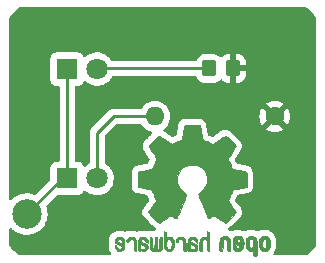
<source format=gbr>
%TF.GenerationSoftware,KiCad,Pcbnew,(6.0.1)*%
%TF.CreationDate,2022-01-29T14:42:52+08:00*%
%TF.ProjectId,practice,70726163-7469-4636-952e-6b696361645f,rev?*%
%TF.SameCoordinates,Original*%
%TF.FileFunction,Copper,L2,Bot*%
%TF.FilePolarity,Positive*%
%FSLAX46Y46*%
G04 Gerber Fmt 4.6, Leading zero omitted, Abs format (unit mm)*
G04 Created by KiCad (PCBNEW (6.0.1)) date 2022-01-29 14:42:52*
%MOMM*%
%LPD*%
G01*
G04 APERTURE LIST*
G04 Aperture macros list*
%AMRoundRect*
0 Rectangle with rounded corners*
0 $1 Rounding radius*
0 $2 $3 $4 $5 $6 $7 $8 $9 X,Y pos of 4 corners*
0 Add a 4 corners polygon primitive as box body*
4,1,4,$2,$3,$4,$5,$6,$7,$8,$9,$2,$3,0*
0 Add four circle primitives for the rounded corners*
1,1,$1+$1,$2,$3*
1,1,$1+$1,$4,$5*
1,1,$1+$1,$6,$7*
1,1,$1+$1,$8,$9*
0 Add four rect primitives between the rounded corners*
20,1,$1+$1,$2,$3,$4,$5,0*
20,1,$1+$1,$4,$5,$6,$7,0*
20,1,$1+$1,$6,$7,$8,$9,0*
20,1,$1+$1,$8,$9,$2,$3,0*%
G04 Aperture macros list end*
%TA.AperFunction,EtchedComponent*%
%ADD10C,0.010000*%
%TD*%
%TA.AperFunction,ComponentPad*%
%ADD11C,1.600000*%
%TD*%
%TA.AperFunction,ComponentPad*%
%ADD12O,1.600000X1.600000*%
%TD*%
%TA.AperFunction,ComponentPad*%
%ADD13R,1.800000X1.800000*%
%TD*%
%TA.AperFunction,ComponentPad*%
%ADD14C,1.800000*%
%TD*%
%TA.AperFunction,SMDPad,CuDef*%
%ADD15RoundRect,0.250000X0.350000X0.450000X-0.350000X0.450000X-0.350000X-0.450000X0.350000X-0.450000X0*%
%TD*%
%TA.AperFunction,ViaPad*%
%ADD16C,2.500000*%
%TD*%
%TA.AperFunction,Conductor*%
%ADD17C,0.250000*%
%TD*%
G04 APERTURE END LIST*
D10*
%TO.C,REF\u002A\u002A*%
X152920056Y-88924360D02*
X152805657Y-88966842D01*
X152805657Y-88966842D02*
X152804348Y-88967658D01*
X152804348Y-88967658D02*
X152733597Y-89019730D01*
X152733597Y-89019730D02*
X152681364Y-89080584D01*
X152681364Y-89080584D02*
X152644629Y-89159887D01*
X152644629Y-89159887D02*
X152620366Y-89267309D01*
X152620366Y-89267309D02*
X152605555Y-89412517D01*
X152605555Y-89412517D02*
X152597171Y-89605179D01*
X152597171Y-89605179D02*
X152596436Y-89632628D01*
X152596436Y-89632628D02*
X152585880Y-90046521D01*
X152585880Y-90046521D02*
X152674709Y-90092456D01*
X152674709Y-90092456D02*
X152738982Y-90123498D01*
X152738982Y-90123498D02*
X152777790Y-90138206D01*
X152777790Y-90138206D02*
X152779585Y-90138391D01*
X152779585Y-90138391D02*
X152786300Y-90111250D01*
X152786300Y-90111250D02*
X152791635Y-90038041D01*
X152791635Y-90038041D02*
X152794917Y-89931081D01*
X152794917Y-89931081D02*
X152795632Y-89844469D01*
X152795632Y-89844469D02*
X152795649Y-89704162D01*
X152795649Y-89704162D02*
X152802063Y-89616051D01*
X152802063Y-89616051D02*
X152824420Y-89574025D01*
X152824420Y-89574025D02*
X152872268Y-89571975D01*
X152872268Y-89571975D02*
X152955151Y-89603790D01*
X152955151Y-89603790D02*
X153080287Y-89662272D01*
X153080287Y-89662272D02*
X153172303Y-89710845D01*
X153172303Y-89710845D02*
X153219629Y-89752986D01*
X153219629Y-89752986D02*
X153233542Y-89798916D01*
X153233542Y-89798916D02*
X153233563Y-89801189D01*
X153233563Y-89801189D02*
X153210605Y-89880311D01*
X153210605Y-89880311D02*
X153142630Y-89923055D01*
X153142630Y-89923055D02*
X153038602Y-89929246D01*
X153038602Y-89929246D02*
X152963670Y-89928172D01*
X152963670Y-89928172D02*
X152924161Y-89949753D01*
X152924161Y-89949753D02*
X152899522Y-90001591D01*
X152899522Y-90001591D02*
X152885341Y-90067632D01*
X152885341Y-90067632D02*
X152905777Y-90105104D01*
X152905777Y-90105104D02*
X152913472Y-90110467D01*
X152913472Y-90110467D02*
X152985917Y-90132006D01*
X152985917Y-90132006D02*
X153087367Y-90135055D01*
X153087367Y-90135055D02*
X153191843Y-90120778D01*
X153191843Y-90120778D02*
X153265875Y-90094688D01*
X153265875Y-90094688D02*
X153368228Y-90007785D01*
X153368228Y-90007785D02*
X153426409Y-89886816D01*
X153426409Y-89886816D02*
X153437931Y-89792308D01*
X153437931Y-89792308D02*
X153429138Y-89707062D01*
X153429138Y-89707062D02*
X153397320Y-89637476D01*
X153397320Y-89637476D02*
X153334316Y-89575672D01*
X153334316Y-89575672D02*
X153231969Y-89513772D01*
X153231969Y-89513772D02*
X153082118Y-89443897D01*
X153082118Y-89443897D02*
X153072988Y-89439948D01*
X153072988Y-89439948D02*
X152938003Y-89377588D01*
X152938003Y-89377588D02*
X152854706Y-89326446D01*
X152854706Y-89326446D02*
X152819003Y-89280488D01*
X152819003Y-89280488D02*
X152826797Y-89233683D01*
X152826797Y-89233683D02*
X152873993Y-89179998D01*
X152873993Y-89179998D02*
X152888106Y-89167644D01*
X152888106Y-89167644D02*
X152982641Y-89119741D01*
X152982641Y-89119741D02*
X153080594Y-89121758D01*
X153080594Y-89121758D02*
X153165903Y-89168724D01*
X153165903Y-89168724D02*
X153222504Y-89255669D01*
X153222504Y-89255669D02*
X153227763Y-89272734D01*
X153227763Y-89272734D02*
X153278977Y-89355504D01*
X153278977Y-89355504D02*
X153343963Y-89395372D01*
X153343963Y-89395372D02*
X153437931Y-89434882D01*
X153437931Y-89434882D02*
X153437931Y-89332658D01*
X153437931Y-89332658D02*
X153409347Y-89184072D01*
X153409347Y-89184072D02*
X153324505Y-89047784D01*
X153324505Y-89047784D02*
X153280355Y-89002191D01*
X153280355Y-89002191D02*
X153179995Y-88943674D01*
X153179995Y-88943674D02*
X153052365Y-88917184D01*
X153052365Y-88917184D02*
X152920056Y-88924360D01*
X152920056Y-88924360D02*
X152920056Y-88924360D01*
G36*
X153179995Y-88943674D02*
G01*
X153280355Y-89002191D01*
X153324505Y-89047784D01*
X153409347Y-89184072D01*
X153437931Y-89332658D01*
X153437931Y-89434882D01*
X153343963Y-89395372D01*
X153278977Y-89355504D01*
X153227763Y-89272734D01*
X153222504Y-89255669D01*
X153165903Y-89168724D01*
X153080594Y-89121758D01*
X152982641Y-89119741D01*
X152888106Y-89167644D01*
X152873993Y-89179998D01*
X152826797Y-89233683D01*
X152819003Y-89280488D01*
X152854706Y-89326446D01*
X152938003Y-89377588D01*
X153072988Y-89439948D01*
X153082118Y-89443897D01*
X153231969Y-89513772D01*
X153334316Y-89575672D01*
X153397320Y-89637476D01*
X153429138Y-89707062D01*
X153437931Y-89792308D01*
X153426409Y-89886816D01*
X153368228Y-90007785D01*
X153265875Y-90094688D01*
X153191843Y-90120778D01*
X153087367Y-90135055D01*
X152985917Y-90132006D01*
X152913472Y-90110467D01*
X152905777Y-90105104D01*
X152885341Y-90067632D01*
X152899522Y-90001591D01*
X152924161Y-89949753D01*
X152963670Y-89928172D01*
X153038602Y-89929246D01*
X153142630Y-89923055D01*
X153210605Y-89880311D01*
X153233563Y-89801189D01*
X153233542Y-89798916D01*
X153219629Y-89752986D01*
X153172303Y-89710845D01*
X153080287Y-89662272D01*
X152955151Y-89603790D01*
X152872268Y-89571975D01*
X152824420Y-89574025D01*
X152802063Y-89616051D01*
X152795649Y-89704162D01*
X152795632Y-89844469D01*
X152794917Y-89931081D01*
X152791635Y-90038041D01*
X152786300Y-90111250D01*
X152779585Y-90138391D01*
X152777790Y-90138206D01*
X152738982Y-90123498D01*
X152674709Y-90092456D01*
X152585880Y-90046521D01*
X152596436Y-89632628D01*
X152597171Y-89605179D01*
X152605555Y-89412517D01*
X152620366Y-89267309D01*
X152644629Y-89159887D01*
X152681364Y-89080584D01*
X152733597Y-89019730D01*
X152804348Y-88967658D01*
X152805657Y-88966842D01*
X152920056Y-88924360D01*
X153052365Y-88917184D01*
X153179995Y-88943674D01*
G37*
X153179995Y-88943674D02*
X153280355Y-89002191D01*
X153324505Y-89047784D01*
X153409347Y-89184072D01*
X153437931Y-89332658D01*
X153437931Y-89434882D01*
X153343963Y-89395372D01*
X153278977Y-89355504D01*
X153227763Y-89272734D01*
X153222504Y-89255669D01*
X153165903Y-89168724D01*
X153080594Y-89121758D01*
X152982641Y-89119741D01*
X152888106Y-89167644D01*
X152873993Y-89179998D01*
X152826797Y-89233683D01*
X152819003Y-89280488D01*
X152854706Y-89326446D01*
X152938003Y-89377588D01*
X153072988Y-89439948D01*
X153082118Y-89443897D01*
X153231969Y-89513772D01*
X153334316Y-89575672D01*
X153397320Y-89637476D01*
X153429138Y-89707062D01*
X153437931Y-89792308D01*
X153426409Y-89886816D01*
X153368228Y-90007785D01*
X153265875Y-90094688D01*
X153191843Y-90120778D01*
X153087367Y-90135055D01*
X152985917Y-90132006D01*
X152913472Y-90110467D01*
X152905777Y-90105104D01*
X152885341Y-90067632D01*
X152899522Y-90001591D01*
X152924161Y-89949753D01*
X152963670Y-89928172D01*
X153038602Y-89929246D01*
X153142630Y-89923055D01*
X153210605Y-89880311D01*
X153233563Y-89801189D01*
X153233542Y-89798916D01*
X153219629Y-89752986D01*
X153172303Y-89710845D01*
X153080287Y-89662272D01*
X152955151Y-89603790D01*
X152872268Y-89571975D01*
X152824420Y-89574025D01*
X152802063Y-89616051D01*
X152795649Y-89704162D01*
X152795632Y-89844469D01*
X152794917Y-89931081D01*
X152791635Y-90038041D01*
X152786300Y-90111250D01*
X152779585Y-90138391D01*
X152777790Y-90138206D01*
X152738982Y-90123498D01*
X152674709Y-90092456D01*
X152585880Y-90046521D01*
X152596436Y-89632628D01*
X152597171Y-89605179D01*
X152605555Y-89412517D01*
X152620366Y-89267309D01*
X152644629Y-89159887D01*
X152681364Y-89080584D01*
X152733597Y-89019730D01*
X152804348Y-88967658D01*
X152805657Y-88966842D01*
X152920056Y-88924360D01*
X153052365Y-88917184D01*
X153179995Y-88943674D01*
X156684448Y-88884676D02*
X156569342Y-88962111D01*
X156569342Y-88962111D02*
X156480389Y-89073949D01*
X156480389Y-89073949D02*
X156427251Y-89216265D01*
X156427251Y-89216265D02*
X156416503Y-89321015D01*
X156416503Y-89321015D02*
X156417724Y-89364726D01*
X156417724Y-89364726D02*
X156427944Y-89398194D01*
X156427944Y-89398194D02*
X156456039Y-89428179D01*
X156456039Y-89428179D02*
X156510884Y-89461440D01*
X156510884Y-89461440D02*
X156601355Y-89504738D01*
X156601355Y-89504738D02*
X156736328Y-89564833D01*
X156736328Y-89564833D02*
X156737011Y-89565134D01*
X156737011Y-89565134D02*
X156861249Y-89622037D01*
X156861249Y-89622037D02*
X156963127Y-89672565D01*
X156963127Y-89672565D02*
X157032233Y-89711280D01*
X157032233Y-89711280D02*
X157058154Y-89732740D01*
X157058154Y-89732740D02*
X157058161Y-89732913D01*
X157058161Y-89732913D02*
X157035315Y-89779644D01*
X157035315Y-89779644D02*
X156981891Y-89831154D01*
X156981891Y-89831154D02*
X156920558Y-89868261D01*
X156920558Y-89868261D02*
X156889485Y-89875632D01*
X156889485Y-89875632D02*
X156804711Y-89850138D01*
X156804711Y-89850138D02*
X156731707Y-89786291D01*
X156731707Y-89786291D02*
X156696087Y-89716094D01*
X156696087Y-89716094D02*
X156661820Y-89664343D01*
X156661820Y-89664343D02*
X156594697Y-89605409D01*
X156594697Y-89605409D02*
X156515792Y-89554496D01*
X156515792Y-89554496D02*
X156446179Y-89526809D01*
X156446179Y-89526809D02*
X156431623Y-89525287D01*
X156431623Y-89525287D02*
X156415237Y-89550321D01*
X156415237Y-89550321D02*
X156414250Y-89614311D01*
X156414250Y-89614311D02*
X156426292Y-89700593D01*
X156426292Y-89700593D02*
X156448993Y-89792501D01*
X156448993Y-89792501D02*
X156479986Y-89873369D01*
X156479986Y-89873369D02*
X156481552Y-89876509D01*
X156481552Y-89876509D02*
X156574819Y-90006734D01*
X156574819Y-90006734D02*
X156695696Y-90095311D01*
X156695696Y-90095311D02*
X156832973Y-90138786D01*
X156832973Y-90138786D02*
X156975440Y-90133706D01*
X156975440Y-90133706D02*
X157111888Y-90076616D01*
X157111888Y-90076616D02*
X157117955Y-90072602D01*
X157117955Y-90072602D02*
X157225290Y-89975326D01*
X157225290Y-89975326D02*
X157295868Y-89848409D01*
X157295868Y-89848409D02*
X157334926Y-89681526D01*
X157334926Y-89681526D02*
X157340168Y-89634639D01*
X157340168Y-89634639D02*
X157349452Y-89413329D01*
X157349452Y-89413329D02*
X157338322Y-89310124D01*
X157338322Y-89310124D02*
X157058161Y-89310124D01*
X157058161Y-89310124D02*
X157054521Y-89374503D01*
X157054521Y-89374503D02*
X157034611Y-89393291D01*
X157034611Y-89393291D02*
X156984974Y-89379235D01*
X156984974Y-89379235D02*
X156906733Y-89346009D01*
X156906733Y-89346009D02*
X156819274Y-89304359D01*
X156819274Y-89304359D02*
X156817101Y-89303256D01*
X156817101Y-89303256D02*
X156742970Y-89264265D01*
X156742970Y-89264265D02*
X156713219Y-89238244D01*
X156713219Y-89238244D02*
X156720555Y-89210965D01*
X156720555Y-89210965D02*
X156751447Y-89175121D01*
X156751447Y-89175121D02*
X156830040Y-89123251D01*
X156830040Y-89123251D02*
X156914677Y-89119439D01*
X156914677Y-89119439D02*
X156990597Y-89157189D01*
X156990597Y-89157189D02*
X157043035Y-89230001D01*
X157043035Y-89230001D02*
X157058161Y-89310124D01*
X157058161Y-89310124D02*
X157338322Y-89310124D01*
X157338322Y-89310124D02*
X157330356Y-89236261D01*
X157330356Y-89236261D02*
X157281366Y-89095829D01*
X157281366Y-89095829D02*
X157213164Y-88997447D01*
X157213164Y-88997447D02*
X157090065Y-88898030D01*
X157090065Y-88898030D02*
X156954472Y-88848711D01*
X156954472Y-88848711D02*
X156816045Y-88845568D01*
X156816045Y-88845568D02*
X156684448Y-88884676D01*
X156684448Y-88884676D02*
X156684448Y-88884676D01*
G36*
X157340168Y-89634639D02*
G01*
X157334926Y-89681526D01*
X157295868Y-89848409D01*
X157225290Y-89975326D01*
X157117955Y-90072602D01*
X157111888Y-90076616D01*
X156975440Y-90133706D01*
X156832973Y-90138786D01*
X156695696Y-90095311D01*
X156574819Y-90006734D01*
X156481552Y-89876509D01*
X156479986Y-89873369D01*
X156448993Y-89792501D01*
X156426292Y-89700593D01*
X156414250Y-89614311D01*
X156415237Y-89550321D01*
X156431623Y-89525287D01*
X156446179Y-89526809D01*
X156515792Y-89554496D01*
X156594697Y-89605409D01*
X156661820Y-89664343D01*
X156696087Y-89716094D01*
X156731707Y-89786291D01*
X156804711Y-89850138D01*
X156889485Y-89875632D01*
X156920558Y-89868261D01*
X156981891Y-89831154D01*
X157035315Y-89779644D01*
X157058161Y-89732913D01*
X157058154Y-89732740D01*
X157032233Y-89711280D01*
X156963127Y-89672565D01*
X156861249Y-89622037D01*
X156737011Y-89565134D01*
X156736328Y-89564833D01*
X156601355Y-89504738D01*
X156510884Y-89461440D01*
X156456039Y-89428179D01*
X156427944Y-89398194D01*
X156417724Y-89364726D01*
X156416503Y-89321015D01*
X156424996Y-89238244D01*
X156713219Y-89238244D01*
X156742970Y-89264265D01*
X156817101Y-89303256D01*
X156819274Y-89304359D01*
X156906733Y-89346009D01*
X156984974Y-89379235D01*
X157034611Y-89393291D01*
X157054521Y-89374503D01*
X157058161Y-89310124D01*
X157043035Y-89230001D01*
X156990597Y-89157189D01*
X156914677Y-89119439D01*
X156830040Y-89123251D01*
X156751447Y-89175121D01*
X156720555Y-89210965D01*
X156713219Y-89238244D01*
X156424996Y-89238244D01*
X156427251Y-89216265D01*
X156480389Y-89073949D01*
X156569342Y-88962111D01*
X156684448Y-88884676D01*
X156816045Y-88845568D01*
X156954472Y-88848711D01*
X157090065Y-88898030D01*
X157213164Y-88997447D01*
X157281366Y-89095829D01*
X157330356Y-89236261D01*
X157338322Y-89310124D01*
X157349452Y-89413329D01*
X157340168Y-89634639D01*
G37*
X157340168Y-89634639D02*
X157334926Y-89681526D01*
X157295868Y-89848409D01*
X157225290Y-89975326D01*
X157117955Y-90072602D01*
X157111888Y-90076616D01*
X156975440Y-90133706D01*
X156832973Y-90138786D01*
X156695696Y-90095311D01*
X156574819Y-90006734D01*
X156481552Y-89876509D01*
X156479986Y-89873369D01*
X156448993Y-89792501D01*
X156426292Y-89700593D01*
X156414250Y-89614311D01*
X156415237Y-89550321D01*
X156431623Y-89525287D01*
X156446179Y-89526809D01*
X156515792Y-89554496D01*
X156594697Y-89605409D01*
X156661820Y-89664343D01*
X156696087Y-89716094D01*
X156731707Y-89786291D01*
X156804711Y-89850138D01*
X156889485Y-89875632D01*
X156920558Y-89868261D01*
X156981891Y-89831154D01*
X157035315Y-89779644D01*
X157058161Y-89732913D01*
X157058154Y-89732740D01*
X157032233Y-89711280D01*
X156963127Y-89672565D01*
X156861249Y-89622037D01*
X156737011Y-89565134D01*
X156736328Y-89564833D01*
X156601355Y-89504738D01*
X156510884Y-89461440D01*
X156456039Y-89428179D01*
X156427944Y-89398194D01*
X156417724Y-89364726D01*
X156416503Y-89321015D01*
X156424996Y-89238244D01*
X156713219Y-89238244D01*
X156742970Y-89264265D01*
X156817101Y-89303256D01*
X156819274Y-89304359D01*
X156906733Y-89346009D01*
X156984974Y-89379235D01*
X157034611Y-89393291D01*
X157054521Y-89374503D01*
X157058161Y-89310124D01*
X157043035Y-89230001D01*
X156990597Y-89157189D01*
X156914677Y-89119439D01*
X156830040Y-89123251D01*
X156751447Y-89175121D01*
X156720555Y-89210965D01*
X156713219Y-89238244D01*
X156424996Y-89238244D01*
X156427251Y-89216265D01*
X156480389Y-89073949D01*
X156569342Y-88962111D01*
X156684448Y-88884676D01*
X156816045Y-88845568D01*
X156954472Y-88848711D01*
X157090065Y-88898030D01*
X157213164Y-88997447D01*
X157281366Y-89095829D01*
X157330356Y-89236261D01*
X157338322Y-89310124D01*
X157349452Y-89413329D01*
X157340168Y-89634639D01*
X148685594Y-88935156D02*
X148601531Y-88973393D01*
X148601531Y-88973393D02*
X148535550Y-89019726D01*
X148535550Y-89019726D02*
X148487206Y-89071532D01*
X148487206Y-89071532D02*
X148453828Y-89138363D01*
X148453828Y-89138363D02*
X148432747Y-89229769D01*
X148432747Y-89229769D02*
X148421293Y-89355301D01*
X148421293Y-89355301D02*
X148416797Y-89524508D01*
X148416797Y-89524508D02*
X148416322Y-89635933D01*
X148416322Y-89635933D02*
X148416322Y-90070627D01*
X148416322Y-90070627D02*
X148490684Y-90104509D01*
X148490684Y-90104509D02*
X148549254Y-90129272D01*
X148549254Y-90129272D02*
X148578270Y-90138391D01*
X148578270Y-90138391D02*
X148583821Y-90111257D01*
X148583821Y-90111257D02*
X148588225Y-90038094D01*
X148588225Y-90038094D02*
X148590922Y-89931263D01*
X148590922Y-89931263D02*
X148591494Y-89846437D01*
X148591494Y-89846437D02*
X148593954Y-89723887D01*
X148593954Y-89723887D02*
X148600588Y-89626668D01*
X148600588Y-89626668D02*
X148610274Y-89567134D01*
X148610274Y-89567134D02*
X148617968Y-89554483D01*
X148617968Y-89554483D02*
X148669689Y-89567402D01*
X148669689Y-89567402D02*
X148750883Y-89600539D01*
X148750883Y-89600539D02*
X148844898Y-89645461D01*
X148844898Y-89645461D02*
X148935083Y-89693735D01*
X148935083Y-89693735D02*
X149004785Y-89736928D01*
X149004785Y-89736928D02*
X149037352Y-89766608D01*
X149037352Y-89766608D02*
X149037481Y-89766929D01*
X149037481Y-89766929D02*
X149034680Y-89821857D01*
X149034680Y-89821857D02*
X149009561Y-89874292D01*
X149009561Y-89874292D02*
X148965459Y-89916881D01*
X148965459Y-89916881D02*
X148901091Y-89931126D01*
X148901091Y-89931126D02*
X148846079Y-89929466D01*
X148846079Y-89929466D02*
X148768165Y-89928245D01*
X148768165Y-89928245D02*
X148727268Y-89946498D01*
X148727268Y-89946498D02*
X148702705Y-89994726D01*
X148702705Y-89994726D02*
X148699608Y-90003820D01*
X148699608Y-90003820D02*
X148688960Y-90072598D01*
X148688960Y-90072598D02*
X148717435Y-90114360D01*
X148717435Y-90114360D02*
X148791656Y-90134263D01*
X148791656Y-90134263D02*
X148871832Y-90137944D01*
X148871832Y-90137944D02*
X149016110Y-90110658D01*
X149016110Y-90110658D02*
X149090797Y-90071690D01*
X149090797Y-90071690D02*
X149183037Y-89980148D01*
X149183037Y-89980148D02*
X149231957Y-89867782D01*
X149231957Y-89867782D02*
X149236346Y-89749051D01*
X149236346Y-89749051D02*
X149194999Y-89638411D01*
X149194999Y-89638411D02*
X149132803Y-89569080D01*
X149132803Y-89569080D02*
X149070706Y-89530265D01*
X149070706Y-89530265D02*
X148973105Y-89481125D01*
X148973105Y-89481125D02*
X148859368Y-89431292D01*
X148859368Y-89431292D02*
X148840410Y-89423677D01*
X148840410Y-89423677D02*
X148715479Y-89368545D01*
X148715479Y-89368545D02*
X148643461Y-89319954D01*
X148643461Y-89319954D02*
X148620300Y-89271647D01*
X148620300Y-89271647D02*
X148641936Y-89217370D01*
X148641936Y-89217370D02*
X148679080Y-89174943D01*
X148679080Y-89174943D02*
X148766873Y-89122702D01*
X148766873Y-89122702D02*
X148863470Y-89118784D01*
X148863470Y-89118784D02*
X148952056Y-89159041D01*
X148952056Y-89159041D02*
X149015814Y-89239326D01*
X149015814Y-89239326D02*
X149024183Y-89260040D01*
X149024183Y-89260040D02*
X149072904Y-89336225D01*
X149072904Y-89336225D02*
X149144035Y-89392785D01*
X149144035Y-89392785D02*
X149233793Y-89439201D01*
X149233793Y-89439201D02*
X149233793Y-89307584D01*
X149233793Y-89307584D02*
X149228510Y-89227168D01*
X149228510Y-89227168D02*
X149205858Y-89163786D01*
X149205858Y-89163786D02*
X149155633Y-89096163D01*
X149155633Y-89096163D02*
X149107418Y-89044076D01*
X149107418Y-89044076D02*
X149032446Y-88970322D01*
X149032446Y-88970322D02*
X148974194Y-88930702D01*
X148974194Y-88930702D02*
X148911628Y-88914810D01*
X148911628Y-88914810D02*
X148840807Y-88912184D01*
X148840807Y-88912184D02*
X148685594Y-88935156D01*
X148685594Y-88935156D02*
X148685594Y-88935156D01*
G36*
X148911628Y-88914810D02*
G01*
X148974194Y-88930702D01*
X149032446Y-88970322D01*
X149107418Y-89044076D01*
X149155633Y-89096163D01*
X149205858Y-89163786D01*
X149228510Y-89227168D01*
X149233793Y-89307584D01*
X149233793Y-89439201D01*
X149144035Y-89392785D01*
X149072904Y-89336225D01*
X149024183Y-89260040D01*
X149015814Y-89239326D01*
X148952056Y-89159041D01*
X148863470Y-89118784D01*
X148766873Y-89122702D01*
X148679080Y-89174943D01*
X148641936Y-89217370D01*
X148620300Y-89271647D01*
X148643461Y-89319954D01*
X148715479Y-89368545D01*
X148840410Y-89423677D01*
X148859368Y-89431292D01*
X148973105Y-89481125D01*
X149070706Y-89530265D01*
X149132803Y-89569080D01*
X149194999Y-89638411D01*
X149236346Y-89749051D01*
X149231957Y-89867782D01*
X149183037Y-89980148D01*
X149090797Y-90071690D01*
X149016110Y-90110658D01*
X148871832Y-90137944D01*
X148791656Y-90134263D01*
X148717435Y-90114360D01*
X148688960Y-90072598D01*
X148699608Y-90003820D01*
X148702705Y-89994726D01*
X148727268Y-89946498D01*
X148768165Y-89928245D01*
X148846079Y-89929466D01*
X148901091Y-89931126D01*
X148965459Y-89916881D01*
X149009561Y-89874292D01*
X149034680Y-89821857D01*
X149037481Y-89766929D01*
X149037352Y-89766608D01*
X149004785Y-89736928D01*
X148935083Y-89693735D01*
X148844898Y-89645461D01*
X148750883Y-89600539D01*
X148669689Y-89567402D01*
X148617968Y-89554483D01*
X148610274Y-89567134D01*
X148600588Y-89626668D01*
X148593954Y-89723887D01*
X148591494Y-89846437D01*
X148590922Y-89931263D01*
X148588225Y-90038094D01*
X148583821Y-90111257D01*
X148578270Y-90138391D01*
X148549254Y-90129272D01*
X148490684Y-90104509D01*
X148416322Y-90070627D01*
X148416322Y-89635933D01*
X148416797Y-89524508D01*
X148421293Y-89355301D01*
X148432747Y-89229769D01*
X148453828Y-89138363D01*
X148487206Y-89071532D01*
X148535550Y-89019726D01*
X148601531Y-88973393D01*
X148685594Y-88935156D01*
X148840807Y-88912184D01*
X148911628Y-88914810D01*
G37*
X148911628Y-88914810D02*
X148974194Y-88930702D01*
X149032446Y-88970322D01*
X149107418Y-89044076D01*
X149155633Y-89096163D01*
X149205858Y-89163786D01*
X149228510Y-89227168D01*
X149233793Y-89307584D01*
X149233793Y-89439201D01*
X149144035Y-89392785D01*
X149072904Y-89336225D01*
X149024183Y-89260040D01*
X149015814Y-89239326D01*
X148952056Y-89159041D01*
X148863470Y-89118784D01*
X148766873Y-89122702D01*
X148679080Y-89174943D01*
X148641936Y-89217370D01*
X148620300Y-89271647D01*
X148643461Y-89319954D01*
X148715479Y-89368545D01*
X148840410Y-89423677D01*
X148859368Y-89431292D01*
X148973105Y-89481125D01*
X149070706Y-89530265D01*
X149132803Y-89569080D01*
X149194999Y-89638411D01*
X149236346Y-89749051D01*
X149231957Y-89867782D01*
X149183037Y-89980148D01*
X149090797Y-90071690D01*
X149016110Y-90110658D01*
X148871832Y-90137944D01*
X148791656Y-90134263D01*
X148717435Y-90114360D01*
X148688960Y-90072598D01*
X148699608Y-90003820D01*
X148702705Y-89994726D01*
X148727268Y-89946498D01*
X148768165Y-89928245D01*
X148846079Y-89929466D01*
X148901091Y-89931126D01*
X148965459Y-89916881D01*
X149009561Y-89874292D01*
X149034680Y-89821857D01*
X149037481Y-89766929D01*
X149037352Y-89766608D01*
X149004785Y-89736928D01*
X148935083Y-89693735D01*
X148844898Y-89645461D01*
X148750883Y-89600539D01*
X148669689Y-89567402D01*
X148617968Y-89554483D01*
X148610274Y-89567134D01*
X148600588Y-89626668D01*
X148593954Y-89723887D01*
X148591494Y-89846437D01*
X148590922Y-89931263D01*
X148588225Y-90038094D01*
X148583821Y-90111257D01*
X148578270Y-90138391D01*
X148549254Y-90129272D01*
X148490684Y-90104509D01*
X148416322Y-90070627D01*
X148416322Y-89635933D01*
X148416797Y-89524508D01*
X148421293Y-89355301D01*
X148432747Y-89229769D01*
X148453828Y-89138363D01*
X148487206Y-89071532D01*
X148535550Y-89019726D01*
X148601531Y-88973393D01*
X148685594Y-88935156D01*
X148840807Y-88912184D01*
X148911628Y-88914810D01*
X158951779Y-88866015D02*
X158814939Y-88937968D01*
X158814939Y-88937968D02*
X158713949Y-89053766D01*
X158713949Y-89053766D02*
X158678075Y-89128213D01*
X158678075Y-89128213D02*
X158650161Y-89239992D01*
X158650161Y-89239992D02*
X158635871Y-89381227D01*
X158635871Y-89381227D02*
X158634516Y-89535371D01*
X158634516Y-89535371D02*
X158645405Y-89685879D01*
X158645405Y-89685879D02*
X158667847Y-89816205D01*
X158667847Y-89816205D02*
X158701150Y-89909803D01*
X158701150Y-89909803D02*
X158711385Y-89925922D01*
X158711385Y-89925922D02*
X158832618Y-90046249D01*
X158832618Y-90046249D02*
X158976613Y-90118317D01*
X158976613Y-90118317D02*
X159132861Y-90139408D01*
X159132861Y-90139408D02*
X159290852Y-90106802D01*
X159290852Y-90106802D02*
X159334820Y-90087253D01*
X159334820Y-90087253D02*
X159420444Y-90027012D01*
X159420444Y-90027012D02*
X159495592Y-89947135D01*
X159495592Y-89947135D02*
X159502694Y-89937004D01*
X159502694Y-89937004D02*
X159531561Y-89888181D01*
X159531561Y-89888181D02*
X159550643Y-89835990D01*
X159550643Y-89835990D02*
X159561916Y-89767285D01*
X159561916Y-89767285D02*
X159567355Y-89668918D01*
X159567355Y-89668918D02*
X159568938Y-89527744D01*
X159568938Y-89527744D02*
X159568965Y-89496092D01*
X159568965Y-89496092D02*
X159568893Y-89486019D01*
X159568893Y-89486019D02*
X159277011Y-89486019D01*
X159277011Y-89486019D02*
X159275313Y-89619256D01*
X159275313Y-89619256D02*
X159268628Y-89707674D01*
X159268628Y-89707674D02*
X159254575Y-89764785D01*
X159254575Y-89764785D02*
X159230771Y-89804102D01*
X159230771Y-89804102D02*
X159218621Y-89817241D01*
X159218621Y-89817241D02*
X159148764Y-89867172D01*
X159148764Y-89867172D02*
X159080941Y-89864895D01*
X159080941Y-89864895D02*
X159012365Y-89821584D01*
X159012365Y-89821584D02*
X158971465Y-89775346D01*
X158971465Y-89775346D02*
X158947242Y-89707857D01*
X158947242Y-89707857D02*
X158933639Y-89601433D01*
X158933639Y-89601433D02*
X158932706Y-89589020D01*
X158932706Y-89589020D02*
X158930384Y-89396147D01*
X158930384Y-89396147D02*
X158954650Y-89252900D01*
X158954650Y-89252900D02*
X159005176Y-89160160D01*
X159005176Y-89160160D02*
X159081632Y-89118807D01*
X159081632Y-89118807D02*
X159108924Y-89116552D01*
X159108924Y-89116552D02*
X159180589Y-89127893D01*
X159180589Y-89127893D02*
X159229610Y-89167184D01*
X159229610Y-89167184D02*
X159259582Y-89242326D01*
X159259582Y-89242326D02*
X159274101Y-89361222D01*
X159274101Y-89361222D02*
X159277011Y-89486019D01*
X159277011Y-89486019D02*
X159568893Y-89486019D01*
X159568893Y-89486019D02*
X159567878Y-89345659D01*
X159567878Y-89345659D02*
X159563312Y-89240549D01*
X159563312Y-89240549D02*
X159553312Y-89167714D01*
X159553312Y-89167714D02*
X159535921Y-89114108D01*
X159535921Y-89114108D02*
X159509184Y-89066681D01*
X159509184Y-89066681D02*
X159503276Y-89057864D01*
X159503276Y-89057864D02*
X159403968Y-88939007D01*
X159403968Y-88939007D02*
X159295758Y-88870008D01*
X159295758Y-88870008D02*
X159164019Y-88842619D01*
X159164019Y-88842619D02*
X159119283Y-88841281D01*
X159119283Y-88841281D02*
X158951779Y-88866015D01*
X158951779Y-88866015D02*
X158951779Y-88866015D01*
G36*
X159568938Y-89527744D02*
G01*
X159567355Y-89668918D01*
X159561916Y-89767285D01*
X159550643Y-89835990D01*
X159531561Y-89888181D01*
X159502694Y-89937004D01*
X159495592Y-89947135D01*
X159420444Y-90027012D01*
X159334820Y-90087253D01*
X159290852Y-90106802D01*
X159132861Y-90139408D01*
X158976613Y-90118317D01*
X158832618Y-90046249D01*
X158711385Y-89925922D01*
X158701150Y-89909803D01*
X158667847Y-89816205D01*
X158645405Y-89685879D01*
X158634516Y-89535371D01*
X158635740Y-89396147D01*
X158930384Y-89396147D01*
X158932706Y-89589020D01*
X158933639Y-89601433D01*
X158947242Y-89707857D01*
X158971465Y-89775346D01*
X159012365Y-89821584D01*
X159080941Y-89864895D01*
X159148764Y-89867172D01*
X159218621Y-89817241D01*
X159230771Y-89804102D01*
X159254575Y-89764785D01*
X159268628Y-89707674D01*
X159275313Y-89619256D01*
X159277011Y-89486019D01*
X159274101Y-89361222D01*
X159259582Y-89242326D01*
X159229610Y-89167184D01*
X159180589Y-89127893D01*
X159108924Y-89116552D01*
X159081632Y-89118807D01*
X159005176Y-89160160D01*
X158954650Y-89252900D01*
X158930384Y-89396147D01*
X158635740Y-89396147D01*
X158635871Y-89381227D01*
X158650161Y-89239992D01*
X158678075Y-89128213D01*
X158713949Y-89053766D01*
X158814939Y-88937968D01*
X158951779Y-88866015D01*
X159119283Y-88841281D01*
X159164019Y-88842619D01*
X159295758Y-88870008D01*
X159403968Y-88939007D01*
X159503276Y-89057864D01*
X159509184Y-89066681D01*
X159535921Y-89114108D01*
X159553312Y-89167714D01*
X159563312Y-89240549D01*
X159567878Y-89345659D01*
X159568893Y-89486019D01*
X159568965Y-89496092D01*
X159568938Y-89527744D01*
G37*
X159568938Y-89527744D02*
X159567355Y-89668918D01*
X159561916Y-89767285D01*
X159550643Y-89835990D01*
X159531561Y-89888181D01*
X159502694Y-89937004D01*
X159495592Y-89947135D01*
X159420444Y-90027012D01*
X159334820Y-90087253D01*
X159290852Y-90106802D01*
X159132861Y-90139408D01*
X158976613Y-90118317D01*
X158832618Y-90046249D01*
X158711385Y-89925922D01*
X158701150Y-89909803D01*
X158667847Y-89816205D01*
X158645405Y-89685879D01*
X158634516Y-89535371D01*
X158635740Y-89396147D01*
X158930384Y-89396147D01*
X158932706Y-89589020D01*
X158933639Y-89601433D01*
X158947242Y-89707857D01*
X158971465Y-89775346D01*
X159012365Y-89821584D01*
X159080941Y-89864895D01*
X159148764Y-89867172D01*
X159218621Y-89817241D01*
X159230771Y-89804102D01*
X159254575Y-89764785D01*
X159268628Y-89707674D01*
X159275313Y-89619256D01*
X159277011Y-89486019D01*
X159274101Y-89361222D01*
X159259582Y-89242326D01*
X159229610Y-89167184D01*
X159180589Y-89127893D01*
X159108924Y-89116552D01*
X159081632Y-89118807D01*
X159005176Y-89160160D01*
X158954650Y-89252900D01*
X158930384Y-89396147D01*
X158635740Y-89396147D01*
X158635871Y-89381227D01*
X158650161Y-89239992D01*
X158678075Y-89128213D01*
X158713949Y-89053766D01*
X158814939Y-88937968D01*
X158951779Y-88866015D01*
X159119283Y-88841281D01*
X159164019Y-88842619D01*
X159295758Y-88870008D01*
X159403968Y-88939007D01*
X159503276Y-89057864D01*
X159509184Y-89066681D01*
X159535921Y-89114108D01*
X159553312Y-89167714D01*
X159563312Y-89240549D01*
X159567878Y-89345659D01*
X159568893Y-89486019D01*
X159568965Y-89496092D01*
X159568938Y-89527744D01*
X154255402Y-88723857D02*
X154246846Y-88843188D01*
X154246846Y-88843188D02*
X154237019Y-88913506D01*
X154237019Y-88913506D02*
X154223401Y-88944179D01*
X154223401Y-88944179D02*
X154203473Y-88944571D01*
X154203473Y-88944571D02*
X154197011Y-88940910D01*
X154197011Y-88940910D02*
X154111060Y-88914398D01*
X154111060Y-88914398D02*
X153999255Y-88915946D01*
X153999255Y-88915946D02*
X153885586Y-88943199D01*
X153885586Y-88943199D02*
X153814490Y-88978455D01*
X153814490Y-88978455D02*
X153741595Y-89034778D01*
X153741595Y-89034778D02*
X153688307Y-89098519D01*
X153688307Y-89098519D02*
X153651725Y-89179510D01*
X153651725Y-89179510D02*
X153628950Y-89287586D01*
X153628950Y-89287586D02*
X153617081Y-89432580D01*
X153617081Y-89432580D02*
X153613218Y-89624326D01*
X153613218Y-89624326D02*
X153613149Y-89661109D01*
X153613149Y-89661109D02*
X153613103Y-90074288D01*
X153613103Y-90074288D02*
X153705046Y-90106339D01*
X153705046Y-90106339D02*
X153770348Y-90128144D01*
X153770348Y-90128144D02*
X153806176Y-90138297D01*
X153806176Y-90138297D02*
X153807230Y-90138391D01*
X153807230Y-90138391D02*
X153810758Y-90110860D01*
X153810758Y-90110860D02*
X153813761Y-90034923D01*
X153813761Y-90034923D02*
X153816010Y-89920565D01*
X153816010Y-89920565D02*
X153817276Y-89777769D01*
X153817276Y-89777769D02*
X153817471Y-89690951D01*
X153817471Y-89690951D02*
X153817877Y-89519773D01*
X153817877Y-89519773D02*
X153819968Y-89397088D01*
X153819968Y-89397088D02*
X153825053Y-89313000D01*
X153825053Y-89313000D02*
X153834440Y-89257614D01*
X153834440Y-89257614D02*
X153849439Y-89221032D01*
X153849439Y-89221032D02*
X153871358Y-89193359D01*
X153871358Y-89193359D02*
X153885043Y-89180032D01*
X153885043Y-89180032D02*
X153979051Y-89126328D01*
X153979051Y-89126328D02*
X154081636Y-89122307D01*
X154081636Y-89122307D02*
X154174710Y-89167725D01*
X154174710Y-89167725D02*
X154191922Y-89184123D01*
X154191922Y-89184123D02*
X154217168Y-89214957D01*
X154217168Y-89214957D02*
X154234680Y-89251531D01*
X154234680Y-89251531D02*
X154245858Y-89304415D01*
X154245858Y-89304415D02*
X154252104Y-89384177D01*
X154252104Y-89384177D02*
X154254818Y-89501385D01*
X154254818Y-89501385D02*
X154255402Y-89662991D01*
X154255402Y-89662991D02*
X154255402Y-90074288D01*
X154255402Y-90074288D02*
X154347345Y-90106339D01*
X154347345Y-90106339D02*
X154412647Y-90128144D01*
X154412647Y-90128144D02*
X154448475Y-90138297D01*
X154448475Y-90138297D02*
X154449529Y-90138391D01*
X154449529Y-90138391D02*
X154452225Y-90110448D01*
X154452225Y-90110448D02*
X154454655Y-90031630D01*
X154454655Y-90031630D02*
X154456722Y-89909453D01*
X154456722Y-89909453D02*
X154458329Y-89751432D01*
X154458329Y-89751432D02*
X154459377Y-89565083D01*
X154459377Y-89565083D02*
X154459769Y-89357920D01*
X154459769Y-89357920D02*
X154459770Y-89348706D01*
X154459770Y-89348706D02*
X154459770Y-88559020D01*
X154459770Y-88559020D02*
X154364885Y-88518997D01*
X154364885Y-88518997D02*
X154270000Y-88478973D01*
X154270000Y-88478973D02*
X154255402Y-88723857D01*
X154255402Y-88723857D02*
X154255402Y-88723857D01*
G36*
X154364885Y-88518997D02*
G01*
X154459770Y-88559020D01*
X154459770Y-89348706D01*
X154459769Y-89357920D01*
X154459377Y-89565083D01*
X154458329Y-89751432D01*
X154456722Y-89909453D01*
X154454655Y-90031630D01*
X154452225Y-90110448D01*
X154449529Y-90138391D01*
X154448475Y-90138297D01*
X154412647Y-90128144D01*
X154347345Y-90106339D01*
X154255402Y-90074288D01*
X154255402Y-89662991D01*
X154254818Y-89501385D01*
X154252104Y-89384177D01*
X154245858Y-89304415D01*
X154234680Y-89251531D01*
X154217168Y-89214957D01*
X154191922Y-89184123D01*
X154174710Y-89167725D01*
X154081636Y-89122307D01*
X153979051Y-89126328D01*
X153885043Y-89180032D01*
X153871358Y-89193359D01*
X153849439Y-89221032D01*
X153834440Y-89257614D01*
X153825053Y-89313000D01*
X153819968Y-89397088D01*
X153817877Y-89519773D01*
X153817471Y-89690951D01*
X153817276Y-89777769D01*
X153816010Y-89920565D01*
X153813761Y-90034923D01*
X153810758Y-90110860D01*
X153807230Y-90138391D01*
X153806176Y-90138297D01*
X153770348Y-90128144D01*
X153705046Y-90106339D01*
X153613103Y-90074288D01*
X153613149Y-89661109D01*
X153613218Y-89624326D01*
X153617081Y-89432580D01*
X153628950Y-89287586D01*
X153651725Y-89179510D01*
X153688307Y-89098519D01*
X153741595Y-89034778D01*
X153814490Y-88978455D01*
X153885586Y-88943199D01*
X153999255Y-88915946D01*
X154111060Y-88914398D01*
X154197011Y-88940910D01*
X154203473Y-88944571D01*
X154223401Y-88944179D01*
X154237019Y-88913506D01*
X154246846Y-88843188D01*
X154255402Y-88723857D01*
X154270000Y-88478973D01*
X154364885Y-88518997D01*
G37*
X154364885Y-88518997D02*
X154459770Y-88559020D01*
X154459770Y-89348706D01*
X154459769Y-89357920D01*
X154459377Y-89565083D01*
X154458329Y-89751432D01*
X154456722Y-89909453D01*
X154454655Y-90031630D01*
X154452225Y-90110448D01*
X154449529Y-90138391D01*
X154448475Y-90138297D01*
X154412647Y-90128144D01*
X154347345Y-90106339D01*
X154255402Y-90074288D01*
X154255402Y-89662991D01*
X154254818Y-89501385D01*
X154252104Y-89384177D01*
X154245858Y-89304415D01*
X154234680Y-89251531D01*
X154217168Y-89214957D01*
X154191922Y-89184123D01*
X154174710Y-89167725D01*
X154081636Y-89122307D01*
X153979051Y-89126328D01*
X153885043Y-89180032D01*
X153871358Y-89193359D01*
X153849439Y-89221032D01*
X153834440Y-89257614D01*
X153825053Y-89313000D01*
X153819968Y-89397088D01*
X153817877Y-89519773D01*
X153817471Y-89690951D01*
X153817276Y-89777769D01*
X153816010Y-89920565D01*
X153813761Y-90034923D01*
X153810758Y-90110860D01*
X153807230Y-90138391D01*
X153806176Y-90138297D01*
X153770348Y-90128144D01*
X153705046Y-90106339D01*
X153613103Y-90074288D01*
X153613149Y-89661109D01*
X153613218Y-89624326D01*
X153617081Y-89432580D01*
X153628950Y-89287586D01*
X153651725Y-89179510D01*
X153688307Y-89098519D01*
X153741595Y-89034778D01*
X153814490Y-88978455D01*
X153885586Y-88943199D01*
X153999255Y-88915946D01*
X154111060Y-88914398D01*
X154197011Y-88940910D01*
X154203473Y-88944571D01*
X154223401Y-88944179D01*
X154237019Y-88913506D01*
X154246846Y-88843188D01*
X154255402Y-88723857D01*
X154270000Y-88478973D01*
X154364885Y-88518997D01*
X151934057Y-88921920D02*
X151801435Y-88970859D01*
X151801435Y-88970859D02*
X151693990Y-89057419D01*
X151693990Y-89057419D02*
X151651968Y-89118352D01*
X151651968Y-89118352D02*
X151606157Y-89230161D01*
X151606157Y-89230161D02*
X151607109Y-89311006D01*
X151607109Y-89311006D02*
X151655192Y-89365378D01*
X151655192Y-89365378D02*
X151672983Y-89374624D01*
X151672983Y-89374624D02*
X151749796Y-89403450D01*
X151749796Y-89403450D02*
X151789024Y-89396065D01*
X151789024Y-89396065D02*
X151802311Y-89347658D01*
X151802311Y-89347658D02*
X151802988Y-89320920D01*
X151802988Y-89320920D02*
X151827314Y-89222548D01*
X151827314Y-89222548D02*
X151890719Y-89153734D01*
X151890719Y-89153734D02*
X151978846Y-89120498D01*
X151978846Y-89120498D02*
X152077337Y-89128861D01*
X152077337Y-89128861D02*
X152157398Y-89172296D01*
X152157398Y-89172296D02*
X152184439Y-89197072D01*
X152184439Y-89197072D02*
X152203606Y-89227129D01*
X152203606Y-89227129D02*
X152216554Y-89272565D01*
X152216554Y-89272565D02*
X152224936Y-89343476D01*
X152224936Y-89343476D02*
X152230407Y-89449960D01*
X152230407Y-89449960D02*
X152234622Y-89602112D01*
X152234622Y-89602112D02*
X152235713Y-89650287D01*
X152235713Y-89650287D02*
X152239693Y-89815095D01*
X152239693Y-89815095D02*
X152244219Y-89931088D01*
X152244219Y-89931088D02*
X152251005Y-90007833D01*
X152251005Y-90007833D02*
X152261769Y-90054893D01*
X152261769Y-90054893D02*
X152278227Y-90081835D01*
X152278227Y-90081835D02*
X152302094Y-90098223D01*
X152302094Y-90098223D02*
X152317374Y-90105463D01*
X152317374Y-90105463D02*
X152382267Y-90130220D01*
X152382267Y-90130220D02*
X152420466Y-90138391D01*
X152420466Y-90138391D02*
X152433088Y-90111103D01*
X152433088Y-90111103D02*
X152440792Y-90028603D01*
X152440792Y-90028603D02*
X152443620Y-89889941D01*
X152443620Y-89889941D02*
X152441614Y-89694162D01*
X152441614Y-89694162D02*
X152440989Y-89663965D01*
X152440989Y-89663965D02*
X152436579Y-89485349D01*
X152436579Y-89485349D02*
X152431365Y-89354923D01*
X152431365Y-89354923D02*
X152423945Y-89262492D01*
X152423945Y-89262492D02*
X152412918Y-89197858D01*
X152412918Y-89197858D02*
X152396883Y-89150825D01*
X152396883Y-89150825D02*
X152374439Y-89111196D01*
X152374439Y-89111196D02*
X152362698Y-89094215D01*
X152362698Y-89094215D02*
X152295381Y-89019080D01*
X152295381Y-89019080D02*
X152220090Y-88960638D01*
X152220090Y-88960638D02*
X152210872Y-88955536D01*
X152210872Y-88955536D02*
X152075867Y-88915260D01*
X152075867Y-88915260D02*
X151934057Y-88921920D01*
X151934057Y-88921920D02*
X151934057Y-88921920D01*
G36*
X152210872Y-88955536D02*
G01*
X152220090Y-88960638D01*
X152295381Y-89019080D01*
X152362698Y-89094215D01*
X152374439Y-89111196D01*
X152396883Y-89150825D01*
X152412918Y-89197858D01*
X152423945Y-89262492D01*
X152431365Y-89354923D01*
X152436579Y-89485349D01*
X152440989Y-89663965D01*
X152441614Y-89694162D01*
X152443620Y-89889941D01*
X152440792Y-90028603D01*
X152433088Y-90111103D01*
X152420466Y-90138391D01*
X152382267Y-90130220D01*
X152317374Y-90105463D01*
X152302094Y-90098223D01*
X152278227Y-90081835D01*
X152261769Y-90054893D01*
X152251005Y-90007833D01*
X152244219Y-89931088D01*
X152239693Y-89815095D01*
X152235713Y-89650287D01*
X152234622Y-89602112D01*
X152230407Y-89449960D01*
X152224936Y-89343476D01*
X152216554Y-89272565D01*
X152203606Y-89227129D01*
X152184439Y-89197072D01*
X152157398Y-89172296D01*
X152077337Y-89128861D01*
X151978846Y-89120498D01*
X151890719Y-89153734D01*
X151827314Y-89222548D01*
X151802988Y-89320920D01*
X151802311Y-89347658D01*
X151789024Y-89396065D01*
X151749796Y-89403450D01*
X151672983Y-89374624D01*
X151655192Y-89365378D01*
X151607109Y-89311006D01*
X151606157Y-89230161D01*
X151651968Y-89118352D01*
X151693990Y-89057419D01*
X151801435Y-88970859D01*
X151934057Y-88921920D01*
X152075867Y-88915260D01*
X152210872Y-88955536D01*
G37*
X152210872Y-88955536D02*
X152220090Y-88960638D01*
X152295381Y-89019080D01*
X152362698Y-89094215D01*
X152374439Y-89111196D01*
X152396883Y-89150825D01*
X152412918Y-89197858D01*
X152423945Y-89262492D01*
X152431365Y-89354923D01*
X152436579Y-89485349D01*
X152440989Y-89663965D01*
X152441614Y-89694162D01*
X152443620Y-89889941D01*
X152440792Y-90028603D01*
X152433088Y-90111103D01*
X152420466Y-90138391D01*
X152382267Y-90130220D01*
X152317374Y-90105463D01*
X152302094Y-90098223D01*
X152278227Y-90081835D01*
X152261769Y-90054893D01*
X152251005Y-90007833D01*
X152244219Y-89931088D01*
X152239693Y-89815095D01*
X152235713Y-89650287D01*
X152234622Y-89602112D01*
X152230407Y-89449960D01*
X152224936Y-89343476D01*
X152216554Y-89272565D01*
X152203606Y-89227129D01*
X152184439Y-89197072D01*
X152157398Y-89172296D01*
X152077337Y-89128861D01*
X151978846Y-89120498D01*
X151890719Y-89153734D01*
X151827314Y-89222548D01*
X151802988Y-89320920D01*
X151802311Y-89347658D01*
X151789024Y-89396065D01*
X151749796Y-89403450D01*
X151672983Y-89374624D01*
X151655192Y-89365378D01*
X151607109Y-89311006D01*
X151606157Y-89230161D01*
X151651968Y-89118352D01*
X151693990Y-89057419D01*
X151801435Y-88970859D01*
X151934057Y-88921920D01*
X152075867Y-88915260D01*
X152210872Y-88955536D01*
X152790986Y-79452998D02*
X152632994Y-79453863D01*
X152632994Y-79453863D02*
X152518653Y-79456205D01*
X152518653Y-79456205D02*
X152440593Y-79460762D01*
X152440593Y-79460762D02*
X152391446Y-79468270D01*
X152391446Y-79468270D02*
X152363841Y-79479466D01*
X152363841Y-79479466D02*
X152350408Y-79495088D01*
X152350408Y-79495088D02*
X152343779Y-79515873D01*
X152343779Y-79515873D02*
X152343135Y-79518563D01*
X152343135Y-79518563D02*
X152333065Y-79567113D01*
X152333065Y-79567113D02*
X152314425Y-79662905D01*
X152314425Y-79662905D02*
X152289155Y-79795743D01*
X152289155Y-79795743D02*
X152259193Y-79955431D01*
X152259193Y-79955431D02*
X152226478Y-80131774D01*
X152226478Y-80131774D02*
X152225336Y-80137967D01*
X152225336Y-80137967D02*
X152192567Y-80310782D01*
X152192567Y-80310782D02*
X152161907Y-80463469D01*
X152161907Y-80463469D02*
X152135336Y-80586871D01*
X152135336Y-80586871D02*
X152114833Y-80671831D01*
X152114833Y-80671831D02*
X152102374Y-80709190D01*
X152102374Y-80709190D02*
X152101780Y-80709852D01*
X152101780Y-80709852D02*
X152065081Y-80728095D01*
X152065081Y-80728095D02*
X151989414Y-80758497D01*
X151989414Y-80758497D02*
X151891122Y-80794493D01*
X151891122Y-80794493D02*
X151890575Y-80794685D01*
X151890575Y-80794685D02*
X151766767Y-80841222D01*
X151766767Y-80841222D02*
X151620804Y-80900504D01*
X151620804Y-80900504D02*
X151483219Y-80960109D01*
X151483219Y-80960109D02*
X151476707Y-80963056D01*
X151476707Y-80963056D02*
X151252610Y-81064765D01*
X151252610Y-81064765D02*
X150756381Y-80725897D01*
X150756381Y-80725897D02*
X150604154Y-80622592D01*
X150604154Y-80622592D02*
X150466259Y-80530237D01*
X150466259Y-80530237D02*
X150350685Y-80454084D01*
X150350685Y-80454084D02*
X150265421Y-80399385D01*
X150265421Y-80399385D02*
X150218456Y-80371393D01*
X150218456Y-80371393D02*
X150213996Y-80369317D01*
X150213996Y-80369317D02*
X150179866Y-80378560D01*
X150179866Y-80378560D02*
X150116119Y-80423156D01*
X150116119Y-80423156D02*
X150020269Y-80505209D01*
X150020269Y-80505209D02*
X149889831Y-80626821D01*
X149889831Y-80626821D02*
X149756672Y-80756205D01*
X149756672Y-80756205D02*
X149628306Y-80883702D01*
X149628306Y-80883702D02*
X149513419Y-81000046D01*
X149513419Y-81000046D02*
X149418927Y-81098052D01*
X149418927Y-81098052D02*
X149351747Y-81170536D01*
X149351747Y-81170536D02*
X149318794Y-81210313D01*
X149318794Y-81210313D02*
X149317568Y-81212361D01*
X149317568Y-81212361D02*
X149313926Y-81239656D01*
X149313926Y-81239656D02*
X149327650Y-81284234D01*
X149327650Y-81284234D02*
X149362131Y-81352112D01*
X149362131Y-81352112D02*
X149420761Y-81449311D01*
X149420761Y-81449311D02*
X149506930Y-81581851D01*
X149506930Y-81581851D02*
X149621800Y-81752476D01*
X149621800Y-81752476D02*
X149723746Y-81902655D01*
X149723746Y-81902655D02*
X149814877Y-82037350D01*
X149814877Y-82037350D02*
X149889927Y-82148740D01*
X149889927Y-82148740D02*
X149943631Y-82229005D01*
X149943631Y-82229005D02*
X149970720Y-82270325D01*
X149970720Y-82270325D02*
X149972426Y-82273130D01*
X149972426Y-82273130D02*
X149969118Y-82312721D01*
X149969118Y-82312721D02*
X149944047Y-82389669D01*
X149944047Y-82389669D02*
X149902202Y-82489432D01*
X149902202Y-82489432D02*
X149887288Y-82521291D01*
X149887288Y-82521291D02*
X149822214Y-82663226D01*
X149822214Y-82663226D02*
X149752788Y-82824273D01*
X149752788Y-82824273D02*
X149696391Y-82963621D01*
X149696391Y-82963621D02*
X149655753Y-83067044D01*
X149655753Y-83067044D02*
X149623474Y-83145642D01*
X149623474Y-83145642D02*
X149604822Y-83186720D01*
X149604822Y-83186720D02*
X149602503Y-83189885D01*
X149602503Y-83189885D02*
X149568197Y-83195128D01*
X149568197Y-83195128D02*
X149487331Y-83209494D01*
X149487331Y-83209494D02*
X149370657Y-83230937D01*
X149370657Y-83230937D02*
X149228925Y-83257413D01*
X149228925Y-83257413D02*
X149072890Y-83286877D01*
X149072890Y-83286877D02*
X148913302Y-83317283D01*
X148913302Y-83317283D02*
X148760915Y-83346588D01*
X148760915Y-83346588D02*
X148626479Y-83372745D01*
X148626479Y-83372745D02*
X148520748Y-83393710D01*
X148520748Y-83393710D02*
X148454474Y-83407439D01*
X148454474Y-83407439D02*
X148438218Y-83411320D01*
X148438218Y-83411320D02*
X148421427Y-83420900D01*
X148421427Y-83420900D02*
X148408751Y-83442536D01*
X148408751Y-83442536D02*
X148399622Y-83483531D01*
X148399622Y-83483531D02*
X148393469Y-83551189D01*
X148393469Y-83551189D02*
X148389720Y-83652812D01*
X148389720Y-83652812D02*
X148387808Y-83795703D01*
X148387808Y-83795703D02*
X148387160Y-83987165D01*
X148387160Y-83987165D02*
X148387126Y-84065645D01*
X148387126Y-84065645D02*
X148387126Y-84703906D01*
X148387126Y-84703906D02*
X148540402Y-84734160D01*
X148540402Y-84734160D02*
X148625678Y-84750564D01*
X148625678Y-84750564D02*
X148752930Y-84774509D01*
X148752930Y-84774509D02*
X148906685Y-84803107D01*
X148906685Y-84803107D02*
X149071466Y-84833467D01*
X149071466Y-84833467D02*
X149117011Y-84841806D01*
X149117011Y-84841806D02*
X149269068Y-84871370D01*
X149269068Y-84871370D02*
X149401532Y-84900442D01*
X149401532Y-84900442D02*
X149503286Y-84926329D01*
X149503286Y-84926329D02*
X149563212Y-84946337D01*
X149563212Y-84946337D02*
X149573195Y-84952301D01*
X149573195Y-84952301D02*
X149597707Y-84994534D01*
X149597707Y-84994534D02*
X149632852Y-85076370D01*
X149632852Y-85076370D02*
X149671827Y-85181683D01*
X149671827Y-85181683D02*
X149679558Y-85204368D01*
X149679558Y-85204368D02*
X149730640Y-85345018D01*
X149730640Y-85345018D02*
X149794046Y-85503714D01*
X149794046Y-85503714D02*
X149856096Y-85646225D01*
X149856096Y-85646225D02*
X149856402Y-85646886D01*
X149856402Y-85646886D02*
X149959733Y-85870440D01*
X149959733Y-85870440D02*
X149280039Y-86870232D01*
X149280039Y-86870232D02*
X149716379Y-87307300D01*
X149716379Y-87307300D02*
X149848351Y-87437381D01*
X149848351Y-87437381D02*
X149968721Y-87552048D01*
X149968721Y-87552048D02*
X150070727Y-87645181D01*
X150070727Y-87645181D02*
X150147609Y-87710658D01*
X150147609Y-87710658D02*
X150192607Y-87742357D01*
X150192607Y-87742357D02*
X150199062Y-87744368D01*
X150199062Y-87744368D02*
X150236960Y-87728529D01*
X150236960Y-87728529D02*
X150314292Y-87684496D01*
X150314292Y-87684496D02*
X150422611Y-87617490D01*
X150422611Y-87617490D02*
X150553468Y-87532734D01*
X150553468Y-87532734D02*
X150694948Y-87437816D01*
X150694948Y-87437816D02*
X150838539Y-87340998D01*
X150838539Y-87340998D02*
X150966565Y-87256751D01*
X150966565Y-87256751D02*
X151070895Y-87190258D01*
X151070895Y-87190258D02*
X151143400Y-87146702D01*
X151143400Y-87146702D02*
X151175842Y-87131264D01*
X151175842Y-87131264D02*
X151215424Y-87144328D01*
X151215424Y-87144328D02*
X151290481Y-87178750D01*
X151290481Y-87178750D02*
X151385532Y-87227380D01*
X151385532Y-87227380D02*
X151395608Y-87232785D01*
X151395608Y-87232785D02*
X151523609Y-87296980D01*
X151523609Y-87296980D02*
X151611382Y-87328463D01*
X151611382Y-87328463D02*
X151665972Y-87328798D01*
X151665972Y-87328798D02*
X151694425Y-87299548D01*
X151694425Y-87299548D02*
X151694590Y-87299138D01*
X151694590Y-87299138D02*
X151708812Y-87264498D01*
X151708812Y-87264498D02*
X151742731Y-87182269D01*
X151742731Y-87182269D02*
X151793716Y-87058814D01*
X151793716Y-87058814D02*
X151859138Y-86900498D01*
X151859138Y-86900498D02*
X151936366Y-86713686D01*
X151936366Y-86713686D02*
X152022771Y-86504742D01*
X152022771Y-86504742D02*
X152106449Y-86302446D01*
X152106449Y-86302446D02*
X152198412Y-86079200D01*
X152198412Y-86079200D02*
X152282850Y-85872392D01*
X152282850Y-85872392D02*
X152357231Y-85688362D01*
X152357231Y-85688362D02*
X152419026Y-85533451D01*
X152419026Y-85533451D02*
X152465703Y-85413996D01*
X152465703Y-85413996D02*
X152494732Y-85336339D01*
X152494732Y-85336339D02*
X152503678Y-85307356D01*
X152503678Y-85307356D02*
X152481244Y-85274110D01*
X152481244Y-85274110D02*
X152422561Y-85221123D01*
X152422561Y-85221123D02*
X152344311Y-85162704D01*
X152344311Y-85162704D02*
X152121466Y-84977952D01*
X152121466Y-84977952D02*
X151947282Y-84766182D01*
X151947282Y-84766182D02*
X151823846Y-84531856D01*
X151823846Y-84531856D02*
X151753246Y-84279434D01*
X151753246Y-84279434D02*
X151737569Y-84013377D01*
X151737569Y-84013377D02*
X151748964Y-83890575D01*
X151748964Y-83890575D02*
X151811050Y-83635793D01*
X151811050Y-83635793D02*
X151917977Y-83410801D01*
X151917977Y-83410801D02*
X152063111Y-83217817D01*
X152063111Y-83217817D02*
X152239822Y-83059061D01*
X152239822Y-83059061D02*
X152441478Y-82936750D01*
X152441478Y-82936750D02*
X152661446Y-82853105D01*
X152661446Y-82853105D02*
X152893094Y-82810344D01*
X152893094Y-82810344D02*
X153129791Y-82810687D01*
X153129791Y-82810687D02*
X153364905Y-82856352D01*
X153364905Y-82856352D02*
X153591804Y-82949559D01*
X153591804Y-82949559D02*
X153803856Y-83092527D01*
X153803856Y-83092527D02*
X153892364Y-83173383D01*
X153892364Y-83173383D02*
X154062111Y-83381007D01*
X154062111Y-83381007D02*
X154180301Y-83607895D01*
X154180301Y-83607895D02*
X154247722Y-83847433D01*
X154247722Y-83847433D02*
X154265160Y-84093007D01*
X154265160Y-84093007D02*
X154233402Y-84338003D01*
X154233402Y-84338003D02*
X154153235Y-84575808D01*
X154153235Y-84575808D02*
X154025445Y-84799807D01*
X154025445Y-84799807D02*
X153850820Y-85003387D01*
X153850820Y-85003387D02*
X153655688Y-85162704D01*
X153655688Y-85162704D02*
X153574409Y-85223602D01*
X153574409Y-85223602D02*
X153516991Y-85276015D01*
X153516991Y-85276015D02*
X153496322Y-85307406D01*
X153496322Y-85307406D02*
X153507144Y-85341639D01*
X153507144Y-85341639D02*
X153537923Y-85423419D01*
X153537923Y-85423419D02*
X153586126Y-85546407D01*
X153586126Y-85546407D02*
X153649222Y-85704263D01*
X153649222Y-85704263D02*
X153724678Y-85890649D01*
X153724678Y-85890649D02*
X153809962Y-86099226D01*
X153809962Y-86099226D02*
X153893781Y-86302496D01*
X153893781Y-86302496D02*
X153986255Y-86525933D01*
X153986255Y-86525933D02*
X154071911Y-86732984D01*
X154071911Y-86732984D02*
X154148118Y-86917286D01*
X154148118Y-86917286D02*
X154212247Y-87072475D01*
X154212247Y-87072475D02*
X154261668Y-87192188D01*
X154261668Y-87192188D02*
X154293752Y-87270061D01*
X154293752Y-87270061D02*
X154305641Y-87299138D01*
X154305641Y-87299138D02*
X154333726Y-87328677D01*
X154333726Y-87328677D02*
X154388051Y-87328591D01*
X154388051Y-87328591D02*
X154475605Y-87297326D01*
X154475605Y-87297326D02*
X154603381Y-87233329D01*
X154603381Y-87233329D02*
X154604392Y-87232785D01*
X154604392Y-87232785D02*
X154700598Y-87183121D01*
X154700598Y-87183121D02*
X154778369Y-87146945D01*
X154778369Y-87146945D02*
X154822223Y-87131408D01*
X154822223Y-87131408D02*
X154824158Y-87131264D01*
X154824158Y-87131264D02*
X154857171Y-87147024D01*
X154857171Y-87147024D02*
X154930054Y-87190850D01*
X154930054Y-87190850D02*
X155034678Y-87257557D01*
X155034678Y-87257557D02*
X155162910Y-87341964D01*
X155162910Y-87341964D02*
X155305052Y-87437816D01*
X155305052Y-87437816D02*
X155449767Y-87534867D01*
X155449767Y-87534867D02*
X155580196Y-87619270D01*
X155580196Y-87619270D02*
X155687890Y-87685801D01*
X155687890Y-87685801D02*
X155764402Y-87729238D01*
X155764402Y-87729238D02*
X155800938Y-87744368D01*
X155800938Y-87744368D02*
X155834582Y-87724482D01*
X155834582Y-87724482D02*
X155902224Y-87668903D01*
X155902224Y-87668903D02*
X155997107Y-87583754D01*
X155997107Y-87583754D02*
X156112470Y-87475153D01*
X156112470Y-87475153D02*
X156241555Y-87349221D01*
X156241555Y-87349221D02*
X156283771Y-87307149D01*
X156283771Y-87307149D02*
X156720261Y-86869931D01*
X156720261Y-86869931D02*
X156388023Y-86382340D01*
X156388023Y-86382340D02*
X156287054Y-86232605D01*
X156287054Y-86232605D02*
X156198438Y-86098220D01*
X156198438Y-86098220D02*
X156127146Y-85986969D01*
X156127146Y-85986969D02*
X156078150Y-85906639D01*
X156078150Y-85906639D02*
X156056422Y-85865014D01*
X156056422Y-85865014D02*
X156055785Y-85862053D01*
X156055785Y-85862053D02*
X156067240Y-85822818D01*
X156067240Y-85822818D02*
X156098051Y-85743895D01*
X156098051Y-85743895D02*
X156142884Y-85638509D01*
X156142884Y-85638509D02*
X156174353Y-85567954D01*
X156174353Y-85567954D02*
X156233192Y-85432876D01*
X156233192Y-85432876D02*
X156288604Y-85296409D01*
X156288604Y-85296409D02*
X156331564Y-85181103D01*
X156331564Y-85181103D02*
X156343234Y-85145977D01*
X156343234Y-85145977D02*
X156376389Y-85052174D01*
X156376389Y-85052174D02*
X156408799Y-84979694D01*
X156408799Y-84979694D02*
X156426601Y-84952301D01*
X156426601Y-84952301D02*
X156465886Y-84935536D01*
X156465886Y-84935536D02*
X156551626Y-84911770D01*
X156551626Y-84911770D02*
X156672697Y-84883697D01*
X156672697Y-84883697D02*
X156817973Y-84854009D01*
X156817973Y-84854009D02*
X156882988Y-84841806D01*
X156882988Y-84841806D02*
X157048087Y-84811468D01*
X157048087Y-84811468D02*
X157206448Y-84782093D01*
X157206448Y-84782093D02*
X157342596Y-84756569D01*
X157342596Y-84756569D02*
X157441057Y-84737785D01*
X157441057Y-84737785D02*
X157459598Y-84734160D01*
X157459598Y-84734160D02*
X157612873Y-84703906D01*
X157612873Y-84703906D02*
X157612873Y-84065645D01*
X157612873Y-84065645D02*
X157612529Y-83855770D01*
X157612529Y-83855770D02*
X157611116Y-83696980D01*
X157611116Y-83696980D02*
X157608064Y-83581973D01*
X157608064Y-83581973D02*
X157602803Y-83503446D01*
X157602803Y-83503446D02*
X157594763Y-83454096D01*
X157594763Y-83454096D02*
X157583373Y-83426619D01*
X157583373Y-83426619D02*
X157568063Y-83413713D01*
X157568063Y-83413713D02*
X157561782Y-83411320D01*
X157561782Y-83411320D02*
X157523896Y-83402833D01*
X157523896Y-83402833D02*
X157440195Y-83385900D01*
X157440195Y-83385900D02*
X157321433Y-83362566D01*
X157321433Y-83362566D02*
X157178361Y-83334875D01*
X157178361Y-83334875D02*
X157021732Y-83304873D01*
X157021732Y-83304873D02*
X156862297Y-83274604D01*
X156862297Y-83274604D02*
X156710809Y-83246115D01*
X156710809Y-83246115D02*
X156578019Y-83221449D01*
X156578019Y-83221449D02*
X156474681Y-83202651D01*
X156474681Y-83202651D02*
X156411545Y-83191767D01*
X156411545Y-83191767D02*
X156397497Y-83189885D01*
X156397497Y-83189885D02*
X156384770Y-83164704D01*
X156384770Y-83164704D02*
X156356600Y-83097622D01*
X156356600Y-83097622D02*
X156318252Y-83001333D01*
X156318252Y-83001333D02*
X156303609Y-82963621D01*
X156303609Y-82963621D02*
X156244548Y-82817921D01*
X156244548Y-82817921D02*
X156175000Y-82656951D01*
X156175000Y-82656951D02*
X156112712Y-82521291D01*
X156112712Y-82521291D02*
X156066879Y-82417561D01*
X156066879Y-82417561D02*
X156036387Y-82332326D01*
X156036387Y-82332326D02*
X156026208Y-82280126D01*
X156026208Y-82280126D02*
X156027831Y-82273130D01*
X156027831Y-82273130D02*
X156049343Y-82240102D01*
X156049343Y-82240102D02*
X156098465Y-82166643D01*
X156098465Y-82166643D02*
X156169923Y-82060577D01*
X156169923Y-82060577D02*
X156258445Y-81929726D01*
X156258445Y-81929726D02*
X156358759Y-81781912D01*
X156358759Y-81781912D02*
X156378594Y-81752734D01*
X156378594Y-81752734D02*
X156494988Y-81579863D01*
X156494988Y-81579863D02*
X156580548Y-81448226D01*
X156580548Y-81448226D02*
X156638684Y-81351761D01*
X156638684Y-81351761D02*
X156672808Y-81284408D01*
X156672808Y-81284408D02*
X156686331Y-81240106D01*
X156686331Y-81240106D02*
X156682664Y-81212794D01*
X156682664Y-81212794D02*
X156682570Y-81212620D01*
X156682570Y-81212620D02*
X156653707Y-81176746D01*
X156653707Y-81176746D02*
X156589867Y-81107391D01*
X156589867Y-81107391D02*
X156497969Y-81011745D01*
X156497969Y-81011745D02*
X156384933Y-80896999D01*
X156384933Y-80896999D02*
X156257679Y-80770341D01*
X156257679Y-80770341D02*
X156243328Y-80756205D01*
X156243328Y-80756205D02*
X156082957Y-80600903D01*
X156082957Y-80600903D02*
X155959195Y-80486870D01*
X155959195Y-80486870D02*
X155869555Y-80412002D01*
X155869555Y-80412002D02*
X155811552Y-80374196D01*
X155811552Y-80374196D02*
X155786004Y-80369317D01*
X155786004Y-80369317D02*
X155748718Y-80390603D01*
X155748718Y-80390603D02*
X155671343Y-80439773D01*
X155671343Y-80439773D02*
X155561867Y-80511575D01*
X155561867Y-80511575D02*
X155428280Y-80600755D01*
X155428280Y-80600755D02*
X155278570Y-80702063D01*
X155278570Y-80702063D02*
X155243618Y-80725897D01*
X155243618Y-80725897D02*
X154747390Y-81064765D01*
X154747390Y-81064765D02*
X154523293Y-80963056D01*
X154523293Y-80963056D02*
X154387011Y-80903783D01*
X154387011Y-80903783D02*
X154240724Y-80844170D01*
X154240724Y-80844170D02*
X154114965Y-80796640D01*
X154114965Y-80796640D02*
X154109425Y-80794685D01*
X154109425Y-80794685D02*
X154011057Y-80758677D01*
X154011057Y-80758677D02*
X153935229Y-80728229D01*
X153935229Y-80728229D02*
X153898282Y-80709905D01*
X153898282Y-80709905D02*
X153898220Y-80709852D01*
X153898220Y-80709852D02*
X153886496Y-80676729D01*
X153886496Y-80676729D02*
X153866568Y-80595267D01*
X153866568Y-80595267D02*
X153840413Y-80474625D01*
X153840413Y-80474625D02*
X153810010Y-80323959D01*
X153810010Y-80323959D02*
X153777337Y-80152428D01*
X153777337Y-80152428D02*
X153774664Y-80137967D01*
X153774664Y-80137967D02*
X153741890Y-79961235D01*
X153741890Y-79961235D02*
X153711802Y-79800810D01*
X153711802Y-79800810D02*
X153686339Y-79666888D01*
X153686339Y-79666888D02*
X153667441Y-79569663D01*
X153667441Y-79569663D02*
X153657047Y-79519332D01*
X153657047Y-79519332D02*
X153656865Y-79518563D01*
X153656865Y-79518563D02*
X153650539Y-79497153D01*
X153650539Y-79497153D02*
X153638239Y-79480988D01*
X153638239Y-79480988D02*
X153612594Y-79469331D01*
X153612594Y-79469331D02*
X153566235Y-79461445D01*
X153566235Y-79461445D02*
X153491792Y-79456593D01*
X153491792Y-79456593D02*
X153381895Y-79454039D01*
X153381895Y-79454039D02*
X153229175Y-79453045D01*
X153229175Y-79453045D02*
X153026262Y-79452874D01*
X153026262Y-79452874D02*
X153000000Y-79452874D01*
X153000000Y-79452874D02*
X152790986Y-79452998D01*
X152790986Y-79452998D02*
X152790986Y-79452998D01*
G36*
X153229175Y-79453045D02*
G01*
X153381895Y-79454039D01*
X153491792Y-79456593D01*
X153566235Y-79461445D01*
X153612594Y-79469331D01*
X153638239Y-79480988D01*
X153650539Y-79497153D01*
X153656865Y-79518563D01*
X153657047Y-79519332D01*
X153667441Y-79569663D01*
X153686339Y-79666888D01*
X153711802Y-79800810D01*
X153741890Y-79961235D01*
X153774664Y-80137967D01*
X153777337Y-80152428D01*
X153810010Y-80323959D01*
X153840413Y-80474625D01*
X153866568Y-80595267D01*
X153886496Y-80676729D01*
X153898220Y-80709852D01*
X153898282Y-80709905D01*
X153935229Y-80728229D01*
X154011057Y-80758677D01*
X154109425Y-80794685D01*
X154114965Y-80796640D01*
X154240724Y-80844170D01*
X154387011Y-80903783D01*
X154523293Y-80963056D01*
X154747390Y-81064765D01*
X155243618Y-80725897D01*
X155278570Y-80702063D01*
X155428280Y-80600755D01*
X155561867Y-80511575D01*
X155671343Y-80439773D01*
X155748718Y-80390603D01*
X155786004Y-80369317D01*
X155811552Y-80374196D01*
X155869555Y-80412002D01*
X155959195Y-80486870D01*
X156082957Y-80600903D01*
X156243328Y-80756205D01*
X156257679Y-80770341D01*
X156384933Y-80896999D01*
X156497969Y-81011745D01*
X156589867Y-81107391D01*
X156653707Y-81176746D01*
X156682570Y-81212620D01*
X156682664Y-81212794D01*
X156686331Y-81240106D01*
X156672808Y-81284408D01*
X156638684Y-81351761D01*
X156580548Y-81448226D01*
X156494988Y-81579863D01*
X156378594Y-81752734D01*
X156358759Y-81781912D01*
X156258445Y-81929726D01*
X156169923Y-82060577D01*
X156098465Y-82166643D01*
X156049343Y-82240102D01*
X156027831Y-82273130D01*
X156026208Y-82280126D01*
X156036387Y-82332326D01*
X156066879Y-82417561D01*
X156112712Y-82521291D01*
X156175000Y-82656951D01*
X156244548Y-82817921D01*
X156303609Y-82963621D01*
X156318252Y-83001333D01*
X156356600Y-83097622D01*
X156384770Y-83164704D01*
X156397497Y-83189885D01*
X156411545Y-83191767D01*
X156474681Y-83202651D01*
X156578019Y-83221449D01*
X156710809Y-83246115D01*
X156862297Y-83274604D01*
X157021732Y-83304873D01*
X157178361Y-83334875D01*
X157321433Y-83362566D01*
X157440195Y-83385900D01*
X157523896Y-83402833D01*
X157561782Y-83411320D01*
X157568063Y-83413713D01*
X157583373Y-83426619D01*
X157594763Y-83454096D01*
X157602803Y-83503446D01*
X157608064Y-83581973D01*
X157611116Y-83696980D01*
X157612529Y-83855770D01*
X157612873Y-84065645D01*
X157612873Y-84703906D01*
X157459598Y-84734160D01*
X157441057Y-84737785D01*
X157342596Y-84756569D01*
X157206448Y-84782093D01*
X157048087Y-84811468D01*
X156882988Y-84841806D01*
X156817973Y-84854009D01*
X156672697Y-84883697D01*
X156551626Y-84911770D01*
X156465886Y-84935536D01*
X156426601Y-84952301D01*
X156408799Y-84979694D01*
X156376389Y-85052174D01*
X156343234Y-85145977D01*
X156331564Y-85181103D01*
X156288604Y-85296409D01*
X156233192Y-85432876D01*
X156174353Y-85567954D01*
X156142884Y-85638509D01*
X156098051Y-85743895D01*
X156067240Y-85822818D01*
X156055785Y-85862053D01*
X156056422Y-85865014D01*
X156078150Y-85906639D01*
X156127146Y-85986969D01*
X156198438Y-86098220D01*
X156287054Y-86232605D01*
X156388023Y-86382340D01*
X156720261Y-86869931D01*
X156283771Y-87307149D01*
X156241555Y-87349221D01*
X156112470Y-87475153D01*
X155997107Y-87583754D01*
X155902224Y-87668903D01*
X155834582Y-87724482D01*
X155800938Y-87744368D01*
X155764402Y-87729238D01*
X155687890Y-87685801D01*
X155580196Y-87619270D01*
X155449767Y-87534867D01*
X155305052Y-87437816D01*
X155162910Y-87341964D01*
X155034678Y-87257557D01*
X154930054Y-87190850D01*
X154857171Y-87147024D01*
X154824158Y-87131264D01*
X154822223Y-87131408D01*
X154778369Y-87146945D01*
X154700598Y-87183121D01*
X154604392Y-87232785D01*
X154603381Y-87233329D01*
X154475605Y-87297326D01*
X154388051Y-87328591D01*
X154333726Y-87328677D01*
X154305641Y-87299138D01*
X154293752Y-87270061D01*
X154261668Y-87192188D01*
X154212247Y-87072475D01*
X154148118Y-86917286D01*
X154071911Y-86732984D01*
X153986255Y-86525933D01*
X153893781Y-86302496D01*
X153809962Y-86099226D01*
X153724678Y-85890649D01*
X153649222Y-85704263D01*
X153586126Y-85546407D01*
X153537923Y-85423419D01*
X153507144Y-85341639D01*
X153496322Y-85307406D01*
X153516991Y-85276015D01*
X153574409Y-85223602D01*
X153655688Y-85162704D01*
X153850820Y-85003387D01*
X154025445Y-84799807D01*
X154153235Y-84575808D01*
X154233402Y-84338003D01*
X154265160Y-84093007D01*
X154247722Y-83847433D01*
X154180301Y-83607895D01*
X154062111Y-83381007D01*
X153892364Y-83173383D01*
X153803856Y-83092527D01*
X153591804Y-82949559D01*
X153364905Y-82856352D01*
X153129791Y-82810687D01*
X152893094Y-82810344D01*
X152661446Y-82853105D01*
X152441478Y-82936750D01*
X152239822Y-83059061D01*
X152063111Y-83217817D01*
X151917977Y-83410801D01*
X151811050Y-83635793D01*
X151748964Y-83890575D01*
X151737569Y-84013377D01*
X151753246Y-84279434D01*
X151823846Y-84531856D01*
X151947282Y-84766182D01*
X152121466Y-84977952D01*
X152344311Y-85162704D01*
X152422561Y-85221123D01*
X152481244Y-85274110D01*
X152503678Y-85307356D01*
X152494732Y-85336339D01*
X152465703Y-85413996D01*
X152419026Y-85533451D01*
X152357231Y-85688362D01*
X152282850Y-85872392D01*
X152198412Y-86079200D01*
X152106449Y-86302446D01*
X152022771Y-86504742D01*
X151936366Y-86713686D01*
X151859138Y-86900498D01*
X151793716Y-87058814D01*
X151742731Y-87182269D01*
X151708812Y-87264498D01*
X151694590Y-87299138D01*
X151694425Y-87299548D01*
X151665972Y-87328798D01*
X151611382Y-87328463D01*
X151523609Y-87296980D01*
X151395608Y-87232785D01*
X151385532Y-87227380D01*
X151290481Y-87178750D01*
X151215424Y-87144328D01*
X151175842Y-87131264D01*
X151143400Y-87146702D01*
X151070895Y-87190258D01*
X150966565Y-87256751D01*
X150838539Y-87340998D01*
X150694948Y-87437816D01*
X150553468Y-87532734D01*
X150422611Y-87617490D01*
X150314292Y-87684496D01*
X150236960Y-87728529D01*
X150199062Y-87744368D01*
X150192607Y-87742357D01*
X150147609Y-87710658D01*
X150070727Y-87645181D01*
X149968721Y-87552048D01*
X149848351Y-87437381D01*
X149716379Y-87307300D01*
X149280039Y-86870232D01*
X149959733Y-85870440D01*
X149856402Y-85646886D01*
X149856096Y-85646225D01*
X149794046Y-85503714D01*
X149730640Y-85345018D01*
X149679558Y-85204368D01*
X149671827Y-85181683D01*
X149632852Y-85076370D01*
X149597707Y-84994534D01*
X149573195Y-84952301D01*
X149563212Y-84946337D01*
X149503286Y-84926329D01*
X149401532Y-84900442D01*
X149269068Y-84871370D01*
X149117011Y-84841806D01*
X149071466Y-84833467D01*
X148906685Y-84803107D01*
X148752930Y-84774509D01*
X148625678Y-84750564D01*
X148540402Y-84734160D01*
X148387126Y-84703906D01*
X148387126Y-84065645D01*
X148387160Y-83987165D01*
X148387808Y-83795703D01*
X148389720Y-83652812D01*
X148393469Y-83551189D01*
X148399622Y-83483531D01*
X148408751Y-83442536D01*
X148421427Y-83420900D01*
X148438218Y-83411320D01*
X148454474Y-83407439D01*
X148520748Y-83393710D01*
X148626479Y-83372745D01*
X148760915Y-83346588D01*
X148913302Y-83317283D01*
X149072890Y-83286877D01*
X149228925Y-83257413D01*
X149370657Y-83230937D01*
X149487331Y-83209494D01*
X149568197Y-83195128D01*
X149602503Y-83189885D01*
X149604822Y-83186720D01*
X149623474Y-83145642D01*
X149655753Y-83067044D01*
X149696391Y-82963621D01*
X149752788Y-82824273D01*
X149822214Y-82663226D01*
X149887288Y-82521291D01*
X149902202Y-82489432D01*
X149944047Y-82389669D01*
X149969118Y-82312721D01*
X149972426Y-82273130D01*
X149970720Y-82270325D01*
X149943631Y-82229005D01*
X149889927Y-82148740D01*
X149814877Y-82037350D01*
X149723746Y-81902655D01*
X149621800Y-81752476D01*
X149506930Y-81581851D01*
X149420761Y-81449311D01*
X149362131Y-81352112D01*
X149327650Y-81284234D01*
X149313926Y-81239656D01*
X149317568Y-81212361D01*
X149318794Y-81210313D01*
X149351747Y-81170536D01*
X149418927Y-81098052D01*
X149513419Y-81000046D01*
X149628306Y-80883702D01*
X149756672Y-80756205D01*
X149889831Y-80626821D01*
X150020269Y-80505209D01*
X150116119Y-80423156D01*
X150179866Y-80378560D01*
X150213996Y-80369317D01*
X150218456Y-80371393D01*
X150265421Y-80399385D01*
X150350685Y-80454084D01*
X150466259Y-80530237D01*
X150604154Y-80622592D01*
X150756381Y-80725897D01*
X151252610Y-81064765D01*
X151476707Y-80963056D01*
X151483219Y-80960109D01*
X151620804Y-80900504D01*
X151766767Y-80841222D01*
X151890575Y-80794685D01*
X151891122Y-80794493D01*
X151989414Y-80758497D01*
X152065081Y-80728095D01*
X152101780Y-80709852D01*
X152102374Y-80709190D01*
X152114833Y-80671831D01*
X152135336Y-80586871D01*
X152161907Y-80463469D01*
X152192567Y-80310782D01*
X152225336Y-80137967D01*
X152226478Y-80131774D01*
X152259193Y-79955431D01*
X152289155Y-79795743D01*
X152314425Y-79662905D01*
X152333065Y-79567113D01*
X152343135Y-79518563D01*
X152343779Y-79515873D01*
X152350408Y-79495088D01*
X152363841Y-79479466D01*
X152391446Y-79468270D01*
X152440593Y-79460762D01*
X152518653Y-79456205D01*
X152632994Y-79453863D01*
X152790986Y-79452998D01*
X153000000Y-79452874D01*
X153026262Y-79452874D01*
X153229175Y-79453045D01*
G37*
X153229175Y-79453045D02*
X153381895Y-79454039D01*
X153491792Y-79456593D01*
X153566235Y-79461445D01*
X153612594Y-79469331D01*
X153638239Y-79480988D01*
X153650539Y-79497153D01*
X153656865Y-79518563D01*
X153657047Y-79519332D01*
X153667441Y-79569663D01*
X153686339Y-79666888D01*
X153711802Y-79800810D01*
X153741890Y-79961235D01*
X153774664Y-80137967D01*
X153777337Y-80152428D01*
X153810010Y-80323959D01*
X153840413Y-80474625D01*
X153866568Y-80595267D01*
X153886496Y-80676729D01*
X153898220Y-80709852D01*
X153898282Y-80709905D01*
X153935229Y-80728229D01*
X154011057Y-80758677D01*
X154109425Y-80794685D01*
X154114965Y-80796640D01*
X154240724Y-80844170D01*
X154387011Y-80903783D01*
X154523293Y-80963056D01*
X154747390Y-81064765D01*
X155243618Y-80725897D01*
X155278570Y-80702063D01*
X155428280Y-80600755D01*
X155561867Y-80511575D01*
X155671343Y-80439773D01*
X155748718Y-80390603D01*
X155786004Y-80369317D01*
X155811552Y-80374196D01*
X155869555Y-80412002D01*
X155959195Y-80486870D01*
X156082957Y-80600903D01*
X156243328Y-80756205D01*
X156257679Y-80770341D01*
X156384933Y-80896999D01*
X156497969Y-81011745D01*
X156589867Y-81107391D01*
X156653707Y-81176746D01*
X156682570Y-81212620D01*
X156682664Y-81212794D01*
X156686331Y-81240106D01*
X156672808Y-81284408D01*
X156638684Y-81351761D01*
X156580548Y-81448226D01*
X156494988Y-81579863D01*
X156378594Y-81752734D01*
X156358759Y-81781912D01*
X156258445Y-81929726D01*
X156169923Y-82060577D01*
X156098465Y-82166643D01*
X156049343Y-82240102D01*
X156027831Y-82273130D01*
X156026208Y-82280126D01*
X156036387Y-82332326D01*
X156066879Y-82417561D01*
X156112712Y-82521291D01*
X156175000Y-82656951D01*
X156244548Y-82817921D01*
X156303609Y-82963621D01*
X156318252Y-83001333D01*
X156356600Y-83097622D01*
X156384770Y-83164704D01*
X156397497Y-83189885D01*
X156411545Y-83191767D01*
X156474681Y-83202651D01*
X156578019Y-83221449D01*
X156710809Y-83246115D01*
X156862297Y-83274604D01*
X157021732Y-83304873D01*
X157178361Y-83334875D01*
X157321433Y-83362566D01*
X157440195Y-83385900D01*
X157523896Y-83402833D01*
X157561782Y-83411320D01*
X157568063Y-83413713D01*
X157583373Y-83426619D01*
X157594763Y-83454096D01*
X157602803Y-83503446D01*
X157608064Y-83581973D01*
X157611116Y-83696980D01*
X157612529Y-83855770D01*
X157612873Y-84065645D01*
X157612873Y-84703906D01*
X157459598Y-84734160D01*
X157441057Y-84737785D01*
X157342596Y-84756569D01*
X157206448Y-84782093D01*
X157048087Y-84811468D01*
X156882988Y-84841806D01*
X156817973Y-84854009D01*
X156672697Y-84883697D01*
X156551626Y-84911770D01*
X156465886Y-84935536D01*
X156426601Y-84952301D01*
X156408799Y-84979694D01*
X156376389Y-85052174D01*
X156343234Y-85145977D01*
X156331564Y-85181103D01*
X156288604Y-85296409D01*
X156233192Y-85432876D01*
X156174353Y-85567954D01*
X156142884Y-85638509D01*
X156098051Y-85743895D01*
X156067240Y-85822818D01*
X156055785Y-85862053D01*
X156056422Y-85865014D01*
X156078150Y-85906639D01*
X156127146Y-85986969D01*
X156198438Y-86098220D01*
X156287054Y-86232605D01*
X156388023Y-86382340D01*
X156720261Y-86869931D01*
X156283771Y-87307149D01*
X156241555Y-87349221D01*
X156112470Y-87475153D01*
X155997107Y-87583754D01*
X155902224Y-87668903D01*
X155834582Y-87724482D01*
X155800938Y-87744368D01*
X155764402Y-87729238D01*
X155687890Y-87685801D01*
X155580196Y-87619270D01*
X155449767Y-87534867D01*
X155305052Y-87437816D01*
X155162910Y-87341964D01*
X155034678Y-87257557D01*
X154930054Y-87190850D01*
X154857171Y-87147024D01*
X154824158Y-87131264D01*
X154822223Y-87131408D01*
X154778369Y-87146945D01*
X154700598Y-87183121D01*
X154604392Y-87232785D01*
X154603381Y-87233329D01*
X154475605Y-87297326D01*
X154388051Y-87328591D01*
X154333726Y-87328677D01*
X154305641Y-87299138D01*
X154293752Y-87270061D01*
X154261668Y-87192188D01*
X154212247Y-87072475D01*
X154148118Y-86917286D01*
X154071911Y-86732984D01*
X153986255Y-86525933D01*
X153893781Y-86302496D01*
X153809962Y-86099226D01*
X153724678Y-85890649D01*
X153649222Y-85704263D01*
X153586126Y-85546407D01*
X153537923Y-85423419D01*
X153507144Y-85341639D01*
X153496322Y-85307406D01*
X153516991Y-85276015D01*
X153574409Y-85223602D01*
X153655688Y-85162704D01*
X153850820Y-85003387D01*
X154025445Y-84799807D01*
X154153235Y-84575808D01*
X154233402Y-84338003D01*
X154265160Y-84093007D01*
X154247722Y-83847433D01*
X154180301Y-83607895D01*
X154062111Y-83381007D01*
X153892364Y-83173383D01*
X153803856Y-83092527D01*
X153591804Y-82949559D01*
X153364905Y-82856352D01*
X153129791Y-82810687D01*
X152893094Y-82810344D01*
X152661446Y-82853105D01*
X152441478Y-82936750D01*
X152239822Y-83059061D01*
X152063111Y-83217817D01*
X151917977Y-83410801D01*
X151811050Y-83635793D01*
X151748964Y-83890575D01*
X151737569Y-84013377D01*
X151753246Y-84279434D01*
X151823846Y-84531856D01*
X151947282Y-84766182D01*
X152121466Y-84977952D01*
X152344311Y-85162704D01*
X152422561Y-85221123D01*
X152481244Y-85274110D01*
X152503678Y-85307356D01*
X152494732Y-85336339D01*
X152465703Y-85413996D01*
X152419026Y-85533451D01*
X152357231Y-85688362D01*
X152282850Y-85872392D01*
X152198412Y-86079200D01*
X152106449Y-86302446D01*
X152022771Y-86504742D01*
X151936366Y-86713686D01*
X151859138Y-86900498D01*
X151793716Y-87058814D01*
X151742731Y-87182269D01*
X151708812Y-87264498D01*
X151694590Y-87299138D01*
X151694425Y-87299548D01*
X151665972Y-87328798D01*
X151611382Y-87328463D01*
X151523609Y-87296980D01*
X151395608Y-87232785D01*
X151385532Y-87227380D01*
X151290481Y-87178750D01*
X151215424Y-87144328D01*
X151175842Y-87131264D01*
X151143400Y-87146702D01*
X151070895Y-87190258D01*
X150966565Y-87256751D01*
X150838539Y-87340998D01*
X150694948Y-87437816D01*
X150553468Y-87532734D01*
X150422611Y-87617490D01*
X150314292Y-87684496D01*
X150236960Y-87728529D01*
X150199062Y-87744368D01*
X150192607Y-87742357D01*
X150147609Y-87710658D01*
X150070727Y-87645181D01*
X149968721Y-87552048D01*
X149848351Y-87437381D01*
X149716379Y-87307300D01*
X149280039Y-86870232D01*
X149959733Y-85870440D01*
X149856402Y-85646886D01*
X149856096Y-85646225D01*
X149794046Y-85503714D01*
X149730640Y-85345018D01*
X149679558Y-85204368D01*
X149671827Y-85181683D01*
X149632852Y-85076370D01*
X149597707Y-84994534D01*
X149573195Y-84952301D01*
X149563212Y-84946337D01*
X149503286Y-84926329D01*
X149401532Y-84900442D01*
X149269068Y-84871370D01*
X149117011Y-84841806D01*
X149071466Y-84833467D01*
X148906685Y-84803107D01*
X148752930Y-84774509D01*
X148625678Y-84750564D01*
X148540402Y-84734160D01*
X148387126Y-84703906D01*
X148387126Y-84065645D01*
X148387160Y-83987165D01*
X148387808Y-83795703D01*
X148389720Y-83652812D01*
X148393469Y-83551189D01*
X148399622Y-83483531D01*
X148408751Y-83442536D01*
X148421427Y-83420900D01*
X148438218Y-83411320D01*
X148454474Y-83407439D01*
X148520748Y-83393710D01*
X148626479Y-83372745D01*
X148760915Y-83346588D01*
X148913302Y-83317283D01*
X149072890Y-83286877D01*
X149228925Y-83257413D01*
X149370657Y-83230937D01*
X149487331Y-83209494D01*
X149568197Y-83195128D01*
X149602503Y-83189885D01*
X149604822Y-83186720D01*
X149623474Y-83145642D01*
X149655753Y-83067044D01*
X149696391Y-82963621D01*
X149752788Y-82824273D01*
X149822214Y-82663226D01*
X149887288Y-82521291D01*
X149902202Y-82489432D01*
X149944047Y-82389669D01*
X149969118Y-82312721D01*
X149972426Y-82273130D01*
X149970720Y-82270325D01*
X149943631Y-82229005D01*
X149889927Y-82148740D01*
X149814877Y-82037350D01*
X149723746Y-81902655D01*
X149621800Y-81752476D01*
X149506930Y-81581851D01*
X149420761Y-81449311D01*
X149362131Y-81352112D01*
X149327650Y-81284234D01*
X149313926Y-81239656D01*
X149317568Y-81212361D01*
X149318794Y-81210313D01*
X149351747Y-81170536D01*
X149418927Y-81098052D01*
X149513419Y-81000046D01*
X149628306Y-80883702D01*
X149756672Y-80756205D01*
X149889831Y-80626821D01*
X150020269Y-80505209D01*
X150116119Y-80423156D01*
X150179866Y-80378560D01*
X150213996Y-80369317D01*
X150218456Y-80371393D01*
X150265421Y-80399385D01*
X150350685Y-80454084D01*
X150466259Y-80530237D01*
X150604154Y-80622592D01*
X150756381Y-80725897D01*
X151252610Y-81064765D01*
X151476707Y-80963056D01*
X151483219Y-80960109D01*
X151620804Y-80900504D01*
X151766767Y-80841222D01*
X151890575Y-80794685D01*
X151891122Y-80794493D01*
X151989414Y-80758497D01*
X152065081Y-80728095D01*
X152101780Y-80709852D01*
X152102374Y-80709190D01*
X152114833Y-80671831D01*
X152135336Y-80586871D01*
X152161907Y-80463469D01*
X152192567Y-80310782D01*
X152225336Y-80137967D01*
X152226478Y-80131774D01*
X152259193Y-79955431D01*
X152289155Y-79795743D01*
X152314425Y-79662905D01*
X152333065Y-79567113D01*
X152343135Y-79518563D01*
X152343779Y-79515873D01*
X152350408Y-79495088D01*
X152363841Y-79479466D01*
X152391446Y-79468270D01*
X152440593Y-79460762D01*
X152518653Y-79456205D01*
X152632994Y-79453863D01*
X152790986Y-79452998D01*
X153000000Y-79452874D01*
X153026262Y-79452874D01*
X153229175Y-79453045D01*
X157828100Y-88861903D02*
X157716550Y-88917522D01*
X157716550Y-88917522D02*
X157618092Y-89019931D01*
X157618092Y-89019931D02*
X157590977Y-89057864D01*
X157590977Y-89057864D02*
X157561438Y-89107500D01*
X157561438Y-89107500D02*
X157542272Y-89161412D01*
X157542272Y-89161412D02*
X157531307Y-89233364D01*
X157531307Y-89233364D02*
X157526371Y-89337122D01*
X157526371Y-89337122D02*
X157525287Y-89474101D01*
X157525287Y-89474101D02*
X157530182Y-89661815D01*
X157530182Y-89661815D02*
X157547196Y-89802758D01*
X157547196Y-89802758D02*
X157579823Y-89907908D01*
X157579823Y-89907908D02*
X157631558Y-89988243D01*
X157631558Y-89988243D02*
X157705896Y-90054741D01*
X157705896Y-90054741D02*
X157711358Y-90058678D01*
X157711358Y-90058678D02*
X157784620Y-90098953D01*
X157784620Y-90098953D02*
X157872840Y-90118880D01*
X157872840Y-90118880D02*
X157985038Y-90123793D01*
X157985038Y-90123793D02*
X158167433Y-90123793D01*
X158167433Y-90123793D02*
X158167509Y-90300857D01*
X158167509Y-90300857D02*
X158169207Y-90399470D01*
X158169207Y-90399470D02*
X158179550Y-90457314D01*
X158179550Y-90457314D02*
X158206578Y-90492006D01*
X158206578Y-90492006D02*
X158258332Y-90521164D01*
X158258332Y-90521164D02*
X158270761Y-90527121D01*
X158270761Y-90527121D02*
X158328923Y-90555039D01*
X158328923Y-90555039D02*
X158373956Y-90572672D01*
X158373956Y-90572672D02*
X158407441Y-90574194D01*
X158407441Y-90574194D02*
X158430962Y-90553781D01*
X158430962Y-90553781D02*
X158446100Y-90505607D01*
X158446100Y-90505607D02*
X158454437Y-90423846D01*
X158454437Y-90423846D02*
X158457556Y-90302672D01*
X158457556Y-90302672D02*
X158457040Y-90136260D01*
X158457040Y-90136260D02*
X158454471Y-89918785D01*
X158454471Y-89918785D02*
X158453668Y-89853736D01*
X158453668Y-89853736D02*
X158450778Y-89629502D01*
X158450778Y-89629502D02*
X158448188Y-89482821D01*
X158448188Y-89482821D02*
X158167586Y-89482821D01*
X158167586Y-89482821D02*
X158166009Y-89607326D01*
X158166009Y-89607326D02*
X158159000Y-89688787D01*
X158159000Y-89688787D02*
X158143142Y-89742515D01*
X158143142Y-89742515D02*
X158115019Y-89783823D01*
X158115019Y-89783823D02*
X158095925Y-89803971D01*
X158095925Y-89803971D02*
X158017865Y-89862921D01*
X158017865Y-89862921D02*
X157948753Y-89867720D01*
X157948753Y-89867720D02*
X157877440Y-89819038D01*
X157877440Y-89819038D02*
X157875632Y-89817241D01*
X157875632Y-89817241D02*
X157846617Y-89779618D01*
X157846617Y-89779618D02*
X157828967Y-89728484D01*
X157828967Y-89728484D02*
X157820064Y-89649738D01*
X157820064Y-89649738D02*
X157817291Y-89529276D01*
X157817291Y-89529276D02*
X157817241Y-89502588D01*
X157817241Y-89502588D02*
X157823942Y-89336583D01*
X157823942Y-89336583D02*
X157845752Y-89221505D01*
X157845752Y-89221505D02*
X157885235Y-89151254D01*
X157885235Y-89151254D02*
X157944956Y-89119729D01*
X157944956Y-89119729D02*
X157979472Y-89116552D01*
X157979472Y-89116552D02*
X158061389Y-89131460D01*
X158061389Y-89131460D02*
X158117579Y-89180548D01*
X158117579Y-89180548D02*
X158151402Y-89270362D01*
X158151402Y-89270362D02*
X158166220Y-89407445D01*
X158166220Y-89407445D02*
X158167586Y-89482821D01*
X158167586Y-89482821D02*
X158448188Y-89482821D01*
X158448188Y-89482821D02*
X158447713Y-89455952D01*
X158447713Y-89455952D02*
X158443753Y-89325382D01*
X158443753Y-89325382D02*
X158438174Y-89230087D01*
X158438174Y-89230087D02*
X158430254Y-89162364D01*
X158430254Y-89162364D02*
X158419269Y-89114507D01*
X158419269Y-89114507D02*
X158404499Y-89078813D01*
X158404499Y-89078813D02*
X158385218Y-89047578D01*
X158385218Y-89047578D02*
X158376951Y-89035824D01*
X158376951Y-89035824D02*
X158267288Y-88924797D01*
X158267288Y-88924797D02*
X158128635Y-88861847D01*
X158128635Y-88861847D02*
X157968246Y-88844297D01*
X157968246Y-88844297D02*
X157828100Y-88861903D01*
X157828100Y-88861903D02*
X157828100Y-88861903D01*
G36*
X158453668Y-89853736D02*
G01*
X158454471Y-89918785D01*
X158457040Y-90136260D01*
X158457556Y-90302672D01*
X158454437Y-90423846D01*
X158446100Y-90505607D01*
X158430962Y-90553781D01*
X158407441Y-90574194D01*
X158373956Y-90572672D01*
X158328923Y-90555039D01*
X158270761Y-90527121D01*
X158258332Y-90521164D01*
X158206578Y-90492006D01*
X158179550Y-90457314D01*
X158169207Y-90399470D01*
X158167509Y-90300857D01*
X158167433Y-90123793D01*
X157985038Y-90123793D01*
X157872840Y-90118880D01*
X157784620Y-90098953D01*
X157711358Y-90058678D01*
X157705896Y-90054741D01*
X157631558Y-89988243D01*
X157579823Y-89907908D01*
X157547196Y-89802758D01*
X157530182Y-89661815D01*
X157526030Y-89502588D01*
X157817241Y-89502588D01*
X157817291Y-89529276D01*
X157820064Y-89649738D01*
X157828967Y-89728484D01*
X157846617Y-89779618D01*
X157875632Y-89817241D01*
X157877440Y-89819038D01*
X157948753Y-89867720D01*
X158017865Y-89862921D01*
X158095925Y-89803971D01*
X158115019Y-89783823D01*
X158143142Y-89742515D01*
X158159000Y-89688787D01*
X158166009Y-89607326D01*
X158167586Y-89482821D01*
X158166220Y-89407445D01*
X158151402Y-89270362D01*
X158117579Y-89180548D01*
X158061389Y-89131460D01*
X157979472Y-89116552D01*
X157944956Y-89119729D01*
X157885235Y-89151254D01*
X157845752Y-89221505D01*
X157823942Y-89336583D01*
X157817241Y-89502588D01*
X157526030Y-89502588D01*
X157525287Y-89474101D01*
X157526371Y-89337122D01*
X157531307Y-89233364D01*
X157542272Y-89161412D01*
X157561438Y-89107500D01*
X157590977Y-89057864D01*
X157618092Y-89019931D01*
X157716550Y-88917522D01*
X157828100Y-88861903D01*
X157968246Y-88844297D01*
X158128635Y-88861847D01*
X158267288Y-88924797D01*
X158376951Y-89035824D01*
X158385218Y-89047578D01*
X158404499Y-89078813D01*
X158419269Y-89114507D01*
X158430254Y-89162364D01*
X158438174Y-89230087D01*
X158443753Y-89325382D01*
X158447713Y-89455952D01*
X158448188Y-89482821D01*
X158450778Y-89629502D01*
X158453668Y-89853736D01*
G37*
X158453668Y-89853736D02*
X158454471Y-89918785D01*
X158457040Y-90136260D01*
X158457556Y-90302672D01*
X158454437Y-90423846D01*
X158446100Y-90505607D01*
X158430962Y-90553781D01*
X158407441Y-90574194D01*
X158373956Y-90572672D01*
X158328923Y-90555039D01*
X158270761Y-90527121D01*
X158258332Y-90521164D01*
X158206578Y-90492006D01*
X158179550Y-90457314D01*
X158169207Y-90399470D01*
X158167509Y-90300857D01*
X158167433Y-90123793D01*
X157985038Y-90123793D01*
X157872840Y-90118880D01*
X157784620Y-90098953D01*
X157711358Y-90058678D01*
X157705896Y-90054741D01*
X157631558Y-89988243D01*
X157579823Y-89907908D01*
X157547196Y-89802758D01*
X157530182Y-89661815D01*
X157526030Y-89502588D01*
X157817241Y-89502588D01*
X157817291Y-89529276D01*
X157820064Y-89649738D01*
X157828967Y-89728484D01*
X157846617Y-89779618D01*
X157875632Y-89817241D01*
X157877440Y-89819038D01*
X157948753Y-89867720D01*
X158017865Y-89862921D01*
X158095925Y-89803971D01*
X158115019Y-89783823D01*
X158143142Y-89742515D01*
X158159000Y-89688787D01*
X158166009Y-89607326D01*
X158167586Y-89482821D01*
X158166220Y-89407445D01*
X158151402Y-89270362D01*
X158117579Y-89180548D01*
X158061389Y-89131460D01*
X157979472Y-89116552D01*
X157944956Y-89119729D01*
X157885235Y-89151254D01*
X157845752Y-89221505D01*
X157823942Y-89336583D01*
X157817241Y-89502588D01*
X157526030Y-89502588D01*
X157525287Y-89474101D01*
X157526371Y-89337122D01*
X157531307Y-89233364D01*
X157542272Y-89161412D01*
X157561438Y-89107500D01*
X157590977Y-89057864D01*
X157618092Y-89019931D01*
X157716550Y-88917522D01*
X157828100Y-88861903D01*
X157968246Y-88844297D01*
X158128635Y-88861847D01*
X158267288Y-88924797D01*
X158376951Y-89035824D01*
X158385218Y-89047578D01*
X158404499Y-89078813D01*
X158419269Y-89114507D01*
X158430254Y-89162364D01*
X158438174Y-89230087D01*
X158443753Y-89325382D01*
X158447713Y-89455952D01*
X158448188Y-89482821D01*
X158450778Y-89629502D01*
X158453668Y-89853736D01*
X155582571Y-88877719D02*
X155488877Y-88931914D01*
X155488877Y-88931914D02*
X155423736Y-88985707D01*
X155423736Y-88985707D02*
X155376093Y-89042066D01*
X155376093Y-89042066D02*
X155343272Y-89110987D01*
X155343272Y-89110987D02*
X155322594Y-89202468D01*
X155322594Y-89202468D02*
X155311380Y-89326506D01*
X155311380Y-89326506D02*
X155306951Y-89493098D01*
X155306951Y-89493098D02*
X155306437Y-89612851D01*
X155306437Y-89612851D02*
X155306437Y-90053659D01*
X155306437Y-90053659D02*
X155430517Y-90109283D01*
X155430517Y-90109283D02*
X155554598Y-90164907D01*
X155554598Y-90164907D02*
X155569195Y-89682095D01*
X155569195Y-89682095D02*
X155575227Y-89501779D01*
X155575227Y-89501779D02*
X155581555Y-89370901D01*
X155581555Y-89370901D02*
X155589394Y-89280511D01*
X155589394Y-89280511D02*
X155599963Y-89221664D01*
X155599963Y-89221664D02*
X155614477Y-89185413D01*
X155614477Y-89185413D02*
X155634152Y-89162810D01*
X155634152Y-89162810D02*
X155640465Y-89157917D01*
X155640465Y-89157917D02*
X155736112Y-89119706D01*
X155736112Y-89119706D02*
X155832793Y-89134827D01*
X155832793Y-89134827D02*
X155890345Y-89174943D01*
X155890345Y-89174943D02*
X155913755Y-89203370D01*
X155913755Y-89203370D02*
X155929961Y-89240672D01*
X155929961Y-89240672D02*
X155940259Y-89297223D01*
X155940259Y-89297223D02*
X155945951Y-89383394D01*
X155945951Y-89383394D02*
X155948336Y-89509558D01*
X155948336Y-89509558D02*
X155948736Y-89641042D01*
X155948736Y-89641042D02*
X155948814Y-89805999D01*
X155948814Y-89805999D02*
X155951639Y-89922761D01*
X155951639Y-89922761D02*
X155961093Y-90001510D01*
X155961093Y-90001510D02*
X155981060Y-90052431D01*
X155981060Y-90052431D02*
X156015424Y-90085706D01*
X156015424Y-90085706D02*
X156068068Y-90111520D01*
X156068068Y-90111520D02*
X156138383Y-90138344D01*
X156138383Y-90138344D02*
X156215180Y-90167542D01*
X156215180Y-90167542D02*
X156206038Y-89649346D01*
X156206038Y-89649346D02*
X156202357Y-89462539D01*
X156202357Y-89462539D02*
X156198050Y-89324490D01*
X156198050Y-89324490D02*
X156191877Y-89225568D01*
X156191877Y-89225568D02*
X156182598Y-89156145D01*
X156182598Y-89156145D02*
X156168973Y-89106590D01*
X156168973Y-89106590D02*
X156149761Y-89067273D01*
X156149761Y-89067273D02*
X156126598Y-89032584D01*
X156126598Y-89032584D02*
X156014848Y-88921770D01*
X156014848Y-88921770D02*
X155878487Y-88857689D01*
X155878487Y-88857689D02*
X155730175Y-88842339D01*
X155730175Y-88842339D02*
X155582571Y-88877719D01*
X155582571Y-88877719D02*
X155582571Y-88877719D01*
G36*
X155878487Y-88857689D02*
G01*
X156014848Y-88921770D01*
X156126598Y-89032584D01*
X156149761Y-89067273D01*
X156168973Y-89106590D01*
X156182598Y-89156145D01*
X156191877Y-89225568D01*
X156198050Y-89324490D01*
X156202357Y-89462539D01*
X156206038Y-89649346D01*
X156215180Y-90167542D01*
X156138383Y-90138344D01*
X156068068Y-90111520D01*
X156015424Y-90085706D01*
X155981060Y-90052431D01*
X155961093Y-90001510D01*
X155951639Y-89922761D01*
X155948814Y-89805999D01*
X155948736Y-89641042D01*
X155948336Y-89509558D01*
X155945951Y-89383394D01*
X155940259Y-89297223D01*
X155929961Y-89240672D01*
X155913755Y-89203370D01*
X155890345Y-89174943D01*
X155832793Y-89134827D01*
X155736112Y-89119706D01*
X155640465Y-89157917D01*
X155634152Y-89162810D01*
X155614477Y-89185413D01*
X155599963Y-89221664D01*
X155589394Y-89280511D01*
X155581555Y-89370901D01*
X155575227Y-89501779D01*
X155569195Y-89682095D01*
X155554598Y-90164907D01*
X155430517Y-90109283D01*
X155306437Y-90053659D01*
X155306437Y-89612851D01*
X155306951Y-89493098D01*
X155311380Y-89326506D01*
X155322594Y-89202468D01*
X155343272Y-89110987D01*
X155376093Y-89042066D01*
X155423736Y-88985707D01*
X155488877Y-88931914D01*
X155582571Y-88877719D01*
X155730175Y-88842339D01*
X155878487Y-88857689D01*
G37*
X155878487Y-88857689D02*
X156014848Y-88921770D01*
X156126598Y-89032584D01*
X156149761Y-89067273D01*
X156168973Y-89106590D01*
X156182598Y-89156145D01*
X156191877Y-89225568D01*
X156198050Y-89324490D01*
X156202357Y-89462539D01*
X156206038Y-89649346D01*
X156215180Y-90167542D01*
X156138383Y-90138344D01*
X156068068Y-90111520D01*
X156015424Y-90085706D01*
X155981060Y-90052431D01*
X155961093Y-90001510D01*
X155951639Y-89922761D01*
X155948814Y-89805999D01*
X155948736Y-89641042D01*
X155948336Y-89509558D01*
X155945951Y-89383394D01*
X155940259Y-89297223D01*
X155929961Y-89240672D01*
X155913755Y-89203370D01*
X155890345Y-89174943D01*
X155832793Y-89134827D01*
X155736112Y-89119706D01*
X155640465Y-89157917D01*
X155634152Y-89162810D01*
X155614477Y-89185413D01*
X155599963Y-89221664D01*
X155589394Y-89280511D01*
X155581555Y-89370901D01*
X155575227Y-89501779D01*
X155569195Y-89682095D01*
X155554598Y-90164907D01*
X155430517Y-90109283D01*
X155306437Y-90053659D01*
X155306437Y-89612851D01*
X155306951Y-89493098D01*
X155311380Y-89326506D01*
X155322594Y-89202468D01*
X155343272Y-89110987D01*
X155376093Y-89042066D01*
X155423736Y-88985707D01*
X155488877Y-88931914D01*
X155582571Y-88877719D01*
X155730175Y-88842339D01*
X155878487Y-88857689D01*
X146656561Y-88956540D02*
X146541050Y-89032034D01*
X146541050Y-89032034D02*
X146485336Y-89099617D01*
X146485336Y-89099617D02*
X146441196Y-89222255D01*
X146441196Y-89222255D02*
X146437691Y-89319298D01*
X146437691Y-89319298D02*
X146445632Y-89449056D01*
X146445632Y-89449056D02*
X146744885Y-89580039D01*
X146744885Y-89580039D02*
X146890389Y-89646958D01*
X146890389Y-89646958D02*
X146985463Y-89700790D01*
X146985463Y-89700790D02*
X147034899Y-89747416D01*
X147034899Y-89747416D02*
X147043489Y-89792720D01*
X147043489Y-89792720D02*
X147016028Y-89842582D01*
X147016028Y-89842582D02*
X146985747Y-89875632D01*
X146985747Y-89875632D02*
X146897637Y-89928633D01*
X146897637Y-89928633D02*
X146801804Y-89932347D01*
X146801804Y-89932347D02*
X146713788Y-89891041D01*
X146713788Y-89891041D02*
X146649131Y-89808983D01*
X146649131Y-89808983D02*
X146637567Y-89780008D01*
X146637567Y-89780008D02*
X146582175Y-89689509D01*
X146582175Y-89689509D02*
X146518447Y-89650940D01*
X146518447Y-89650940D02*
X146431034Y-89617946D01*
X146431034Y-89617946D02*
X146431034Y-89743034D01*
X146431034Y-89743034D02*
X146438762Y-89828156D01*
X146438762Y-89828156D02*
X146469034Y-89899938D01*
X146469034Y-89899938D02*
X146532482Y-89982356D01*
X146532482Y-89982356D02*
X146541912Y-89993066D01*
X146541912Y-89993066D02*
X146612487Y-90066391D01*
X146612487Y-90066391D02*
X146673153Y-90105742D01*
X146673153Y-90105742D02*
X146749050Y-90123845D01*
X146749050Y-90123845D02*
X146811970Y-90129774D01*
X146811970Y-90129774D02*
X146924513Y-90131251D01*
X146924513Y-90131251D02*
X147004630Y-90112535D01*
X147004630Y-90112535D02*
X147054610Y-90084747D01*
X147054610Y-90084747D02*
X147133162Y-90023641D01*
X147133162Y-90023641D02*
X147187537Y-89957554D01*
X147187537Y-89957554D02*
X147221948Y-89874441D01*
X147221948Y-89874441D02*
X147240612Y-89762254D01*
X147240612Y-89762254D02*
X147247744Y-89608946D01*
X147247744Y-89608946D02*
X147248313Y-89531136D01*
X147248313Y-89531136D02*
X147246378Y-89437853D01*
X147246378Y-89437853D02*
X147070101Y-89437853D01*
X147070101Y-89437853D02*
X147068056Y-89487896D01*
X147068056Y-89487896D02*
X147062961Y-89496092D01*
X147062961Y-89496092D02*
X147029334Y-89484958D01*
X147029334Y-89484958D02*
X146956970Y-89455493D01*
X146956970Y-89455493D02*
X146860253Y-89413601D01*
X146860253Y-89413601D02*
X146840027Y-89404597D01*
X146840027Y-89404597D02*
X146717797Y-89342442D01*
X146717797Y-89342442D02*
X146650453Y-89287815D01*
X146650453Y-89287815D02*
X146635652Y-89236649D01*
X146635652Y-89236649D02*
X146671053Y-89184876D01*
X146671053Y-89184876D02*
X146700289Y-89162000D01*
X146700289Y-89162000D02*
X146805784Y-89116250D01*
X146805784Y-89116250D02*
X146904524Y-89123808D01*
X146904524Y-89123808D02*
X146987188Y-89179651D01*
X146987188Y-89179651D02*
X147044452Y-89278753D01*
X147044452Y-89278753D02*
X147062812Y-89357414D01*
X147062812Y-89357414D02*
X147070101Y-89437853D01*
X147070101Y-89437853D02*
X147246378Y-89437853D01*
X147246378Y-89437853D02*
X147244541Y-89349351D01*
X147244541Y-89349351D02*
X147230641Y-89214853D01*
X147230641Y-89214853D02*
X147203106Y-89116916D01*
X147203106Y-89116916D02*
X147158428Y-89044811D01*
X147158428Y-89044811D02*
X147093099Y-88987813D01*
X147093099Y-88987813D02*
X147064617Y-88969393D01*
X147064617Y-88969393D02*
X146935237Y-88921422D01*
X146935237Y-88921422D02*
X146793588Y-88918403D01*
X146793588Y-88918403D02*
X146656561Y-88956540D01*
X146656561Y-88956540D02*
X146656561Y-88956540D01*
G36*
X147247744Y-89608946D02*
G01*
X147240612Y-89762254D01*
X147221948Y-89874441D01*
X147187537Y-89957554D01*
X147133162Y-90023641D01*
X147054610Y-90084747D01*
X147004630Y-90112535D01*
X146924513Y-90131251D01*
X146811970Y-90129774D01*
X146749050Y-90123845D01*
X146673153Y-90105742D01*
X146612487Y-90066391D01*
X146541912Y-89993066D01*
X146532482Y-89982356D01*
X146469034Y-89899938D01*
X146438762Y-89828156D01*
X146431034Y-89743034D01*
X146431034Y-89617946D01*
X146518447Y-89650940D01*
X146582175Y-89689509D01*
X146637567Y-89780008D01*
X146649131Y-89808983D01*
X146713788Y-89891041D01*
X146801804Y-89932347D01*
X146897637Y-89928633D01*
X146985747Y-89875632D01*
X147016028Y-89842582D01*
X147043489Y-89792720D01*
X147034899Y-89747416D01*
X146985463Y-89700790D01*
X146890389Y-89646958D01*
X146744885Y-89580039D01*
X146445632Y-89449056D01*
X146437691Y-89319298D01*
X146440676Y-89236649D01*
X146635652Y-89236649D01*
X146650453Y-89287815D01*
X146717797Y-89342442D01*
X146840027Y-89404597D01*
X146860253Y-89413601D01*
X146956970Y-89455493D01*
X147029334Y-89484958D01*
X147062961Y-89496092D01*
X147068056Y-89487896D01*
X147070101Y-89437853D01*
X147062812Y-89357414D01*
X147044452Y-89278753D01*
X146987188Y-89179651D01*
X146904524Y-89123808D01*
X146805784Y-89116250D01*
X146700289Y-89162000D01*
X146671053Y-89184876D01*
X146635652Y-89236649D01*
X146440676Y-89236649D01*
X146441196Y-89222255D01*
X146485336Y-89099617D01*
X146541050Y-89032034D01*
X146656561Y-88956540D01*
X146793588Y-88918403D01*
X146935237Y-88921422D01*
X147064617Y-88969393D01*
X147093099Y-88987813D01*
X147158428Y-89044811D01*
X147203106Y-89116916D01*
X147230641Y-89214853D01*
X147244541Y-89349351D01*
X147246378Y-89437853D01*
X147248313Y-89531136D01*
X147247744Y-89608946D01*
G37*
X147247744Y-89608946D02*
X147240612Y-89762254D01*
X147221948Y-89874441D01*
X147187537Y-89957554D01*
X147133162Y-90023641D01*
X147054610Y-90084747D01*
X147004630Y-90112535D01*
X146924513Y-90131251D01*
X146811970Y-90129774D01*
X146749050Y-90123845D01*
X146673153Y-90105742D01*
X146612487Y-90066391D01*
X146541912Y-89993066D01*
X146532482Y-89982356D01*
X146469034Y-89899938D01*
X146438762Y-89828156D01*
X146431034Y-89743034D01*
X146431034Y-89617946D01*
X146518447Y-89650940D01*
X146582175Y-89689509D01*
X146637567Y-89780008D01*
X146649131Y-89808983D01*
X146713788Y-89891041D01*
X146801804Y-89932347D01*
X146897637Y-89928633D01*
X146985747Y-89875632D01*
X147016028Y-89842582D01*
X147043489Y-89792720D01*
X147034899Y-89747416D01*
X146985463Y-89700790D01*
X146890389Y-89646958D01*
X146744885Y-89580039D01*
X146445632Y-89449056D01*
X146437691Y-89319298D01*
X146440676Y-89236649D01*
X146635652Y-89236649D01*
X146650453Y-89287815D01*
X146717797Y-89342442D01*
X146840027Y-89404597D01*
X146860253Y-89413601D01*
X146956970Y-89455493D01*
X147029334Y-89484958D01*
X147062961Y-89496092D01*
X147068056Y-89487896D01*
X147070101Y-89437853D01*
X147062812Y-89357414D01*
X147044452Y-89278753D01*
X146987188Y-89179651D01*
X146904524Y-89123808D01*
X146805784Y-89116250D01*
X146700289Y-89162000D01*
X146671053Y-89184876D01*
X146635652Y-89236649D01*
X146440676Y-89236649D01*
X146441196Y-89222255D01*
X146485336Y-89099617D01*
X146541050Y-89032034D01*
X146656561Y-88956540D01*
X146793588Y-88918403D01*
X146935237Y-88921422D01*
X147064617Y-88969393D01*
X147093099Y-88987813D01*
X147158428Y-89044811D01*
X147203106Y-89116916D01*
X147230641Y-89214853D01*
X147244541Y-89349351D01*
X147246378Y-89437853D01*
X147248313Y-89531136D01*
X147247744Y-89608946D01*
X147664310Y-88940018D02*
X147629415Y-88955269D01*
X147629415Y-88955269D02*
X147546123Y-89021235D01*
X147546123Y-89021235D02*
X147474897Y-89116618D01*
X147474897Y-89116618D02*
X147430847Y-89218406D01*
X147430847Y-89218406D02*
X147423678Y-89268587D01*
X147423678Y-89268587D02*
X147447715Y-89338647D01*
X147447715Y-89338647D02*
X147500439Y-89375717D01*
X147500439Y-89375717D02*
X147556969Y-89398164D01*
X147556969Y-89398164D02*
X147582854Y-89402300D01*
X147582854Y-89402300D02*
X147595458Y-89372283D01*
X147595458Y-89372283D02*
X147620346Y-89306961D01*
X147620346Y-89306961D02*
X147631265Y-89277445D01*
X147631265Y-89277445D02*
X147692492Y-89175348D01*
X147692492Y-89175348D02*
X147781139Y-89124423D01*
X147781139Y-89124423D02*
X147894807Y-89125989D01*
X147894807Y-89125989D02*
X147903226Y-89127994D01*
X147903226Y-89127994D02*
X147963912Y-89156767D01*
X147963912Y-89156767D02*
X148008526Y-89212859D01*
X148008526Y-89212859D02*
X148038998Y-89303163D01*
X148038998Y-89303163D02*
X148057256Y-89434571D01*
X148057256Y-89434571D02*
X148065229Y-89613974D01*
X148065229Y-89613974D02*
X148065977Y-89709433D01*
X148065977Y-89709433D02*
X148066348Y-89859913D01*
X148066348Y-89859913D02*
X148068777Y-89962495D01*
X148068777Y-89962495D02*
X148075240Y-90027672D01*
X148075240Y-90027672D02*
X148087712Y-90065938D01*
X148087712Y-90065938D02*
X148108167Y-90087785D01*
X148108167Y-90087785D02*
X148138581Y-90103707D01*
X148138581Y-90103707D02*
X148140339Y-90104509D01*
X148140339Y-90104509D02*
X148198909Y-90129272D01*
X148198909Y-90129272D02*
X148227925Y-90138391D01*
X148227925Y-90138391D02*
X148232384Y-90110822D01*
X148232384Y-90110822D02*
X148236201Y-90034620D01*
X148236201Y-90034620D02*
X148239101Y-89919541D01*
X148239101Y-89919541D02*
X148240809Y-89775341D01*
X148240809Y-89775341D02*
X148241149Y-89669814D01*
X148241149Y-89669814D02*
X148239412Y-89465613D01*
X148239412Y-89465613D02*
X148232618Y-89310697D01*
X148232618Y-89310697D02*
X148218393Y-89196024D01*
X148218393Y-89196024D02*
X148194362Y-89112551D01*
X148194362Y-89112551D02*
X148158152Y-89051236D01*
X148158152Y-89051236D02*
X148107388Y-89003034D01*
X148107388Y-89003034D02*
X148057261Y-88969393D01*
X148057261Y-88969393D02*
X147936725Y-88924619D01*
X147936725Y-88924619D02*
X147796443Y-88914521D01*
X147796443Y-88914521D02*
X147664310Y-88940018D01*
X147664310Y-88940018D02*
X147664310Y-88940018D01*
G36*
X147936725Y-88924619D02*
G01*
X148057261Y-88969393D01*
X148107388Y-89003034D01*
X148158152Y-89051236D01*
X148194362Y-89112551D01*
X148218393Y-89196024D01*
X148232618Y-89310697D01*
X148239412Y-89465613D01*
X148241149Y-89669814D01*
X148240809Y-89775341D01*
X148239101Y-89919541D01*
X148236201Y-90034620D01*
X148232384Y-90110822D01*
X148227925Y-90138391D01*
X148198909Y-90129272D01*
X148140339Y-90104509D01*
X148138581Y-90103707D01*
X148108167Y-90087785D01*
X148087712Y-90065938D01*
X148075240Y-90027672D01*
X148068777Y-89962495D01*
X148066348Y-89859913D01*
X148065977Y-89709433D01*
X148065229Y-89613974D01*
X148057256Y-89434571D01*
X148038998Y-89303163D01*
X148008526Y-89212859D01*
X147963912Y-89156767D01*
X147903226Y-89127994D01*
X147894807Y-89125989D01*
X147781139Y-89124423D01*
X147692492Y-89175348D01*
X147631265Y-89277445D01*
X147620346Y-89306961D01*
X147595458Y-89372283D01*
X147582854Y-89402300D01*
X147556969Y-89398164D01*
X147500439Y-89375717D01*
X147447715Y-89338647D01*
X147423678Y-89268587D01*
X147430847Y-89218406D01*
X147474897Y-89116618D01*
X147546123Y-89021235D01*
X147629415Y-88955269D01*
X147664310Y-88940018D01*
X147796443Y-88914521D01*
X147936725Y-88924619D01*
G37*
X147936725Y-88924619D02*
X148057261Y-88969393D01*
X148107388Y-89003034D01*
X148158152Y-89051236D01*
X148194362Y-89112551D01*
X148218393Y-89196024D01*
X148232618Y-89310697D01*
X148239412Y-89465613D01*
X148241149Y-89669814D01*
X148240809Y-89775341D01*
X148239101Y-89919541D01*
X148236201Y-90034620D01*
X148232384Y-90110822D01*
X148227925Y-90138391D01*
X148198909Y-90129272D01*
X148140339Y-90104509D01*
X148138581Y-90103707D01*
X148108167Y-90087785D01*
X148087712Y-90065938D01*
X148075240Y-90027672D01*
X148068777Y-89962495D01*
X148066348Y-89859913D01*
X148065977Y-89709433D01*
X148065229Y-89613974D01*
X148057256Y-89434571D01*
X148038998Y-89303163D01*
X148008526Y-89212859D01*
X147963912Y-89156767D01*
X147903226Y-89127994D01*
X147894807Y-89125989D01*
X147781139Y-89124423D01*
X147692492Y-89175348D01*
X147631265Y-89277445D01*
X147620346Y-89306961D01*
X147595458Y-89372283D01*
X147582854Y-89402300D01*
X147556969Y-89398164D01*
X147500439Y-89375717D01*
X147447715Y-89338647D01*
X147423678Y-89268587D01*
X147430847Y-89218406D01*
X147474897Y-89116618D01*
X147546123Y-89021235D01*
X147629415Y-88955269D01*
X147664310Y-88940018D01*
X147796443Y-88914521D01*
X147936725Y-88924619D01*
X150606086Y-89154455D02*
X150606457Y-89372661D01*
X150606457Y-89372661D02*
X150607892Y-89540519D01*
X150607892Y-89540519D02*
X150610998Y-89666070D01*
X150610998Y-89666070D02*
X150616378Y-89757355D01*
X150616378Y-89757355D02*
X150624638Y-89822415D01*
X150624638Y-89822415D02*
X150636384Y-89869291D01*
X150636384Y-89869291D02*
X150652219Y-89906024D01*
X150652219Y-89906024D02*
X150664210Y-89926991D01*
X150664210Y-89926991D02*
X150763510Y-90040694D01*
X150763510Y-90040694D02*
X150889412Y-90111965D01*
X150889412Y-90111965D02*
X151028709Y-90137538D01*
X151028709Y-90137538D02*
X151168195Y-90114150D01*
X151168195Y-90114150D02*
X151251257Y-90072119D01*
X151251257Y-90072119D02*
X151338455Y-89999411D01*
X151338455Y-89999411D02*
X151397883Y-89910612D01*
X151397883Y-89910612D02*
X151433739Y-89794320D01*
X151433739Y-89794320D02*
X151450219Y-89639135D01*
X151450219Y-89639135D02*
X151452553Y-89525287D01*
X151452553Y-89525287D02*
X151452239Y-89517106D01*
X151452239Y-89517106D02*
X151248276Y-89517106D01*
X151248276Y-89517106D02*
X151247030Y-89647657D01*
X151247030Y-89647657D02*
X151241322Y-89734080D01*
X151241322Y-89734080D02*
X151228196Y-89790618D01*
X151228196Y-89790618D02*
X151204694Y-89831514D01*
X151204694Y-89831514D02*
X151176614Y-89862362D01*
X151176614Y-89862362D02*
X151082312Y-89921905D01*
X151082312Y-89921905D02*
X150981060Y-89926992D01*
X150981060Y-89926992D02*
X150885364Y-89877279D01*
X150885364Y-89877279D02*
X150877916Y-89870543D01*
X150877916Y-89870543D02*
X150846126Y-89835502D01*
X150846126Y-89835502D02*
X150826192Y-89793811D01*
X150826192Y-89793811D02*
X150815400Y-89731762D01*
X150815400Y-89731762D02*
X150811035Y-89635644D01*
X150811035Y-89635644D02*
X150810345Y-89529379D01*
X150810345Y-89529379D02*
X150811841Y-89395880D01*
X150811841Y-89395880D02*
X150818036Y-89306822D01*
X150818036Y-89306822D02*
X150831486Y-89248293D01*
X150831486Y-89248293D02*
X150854749Y-89206382D01*
X150854749Y-89206382D02*
X150873825Y-89184123D01*
X150873825Y-89184123D02*
X150962437Y-89127985D01*
X150962437Y-89127985D02*
X151064492Y-89121235D01*
X151064492Y-89121235D02*
X151161905Y-89164114D01*
X151161905Y-89164114D02*
X151180704Y-89180032D01*
X151180704Y-89180032D02*
X151212707Y-89215382D01*
X151212707Y-89215382D02*
X151232682Y-89257502D01*
X151232682Y-89257502D02*
X151243407Y-89320251D01*
X151243407Y-89320251D02*
X151247661Y-89417487D01*
X151247661Y-89417487D02*
X151248276Y-89517106D01*
X151248276Y-89517106D02*
X151452239Y-89517106D01*
X151452239Y-89517106D02*
X151445496Y-89341947D01*
X151445496Y-89341947D02*
X151421528Y-89204195D01*
X151421528Y-89204195D02*
X151376452Y-89100632D01*
X151376452Y-89100632D02*
X151306072Y-89019856D01*
X151306072Y-89019856D02*
X151251257Y-88978455D01*
X151251257Y-88978455D02*
X151151624Y-88933728D01*
X151151624Y-88933728D02*
X151036145Y-88912967D01*
X151036145Y-88912967D02*
X150928801Y-88918525D01*
X150928801Y-88918525D02*
X150868736Y-88940943D01*
X150868736Y-88940943D02*
X150845165Y-88947323D01*
X150845165Y-88947323D02*
X150829523Y-88923535D01*
X150829523Y-88923535D02*
X150818605Y-88859788D01*
X150818605Y-88859788D02*
X150810345Y-88762687D01*
X150810345Y-88762687D02*
X150801301Y-88654541D01*
X150801301Y-88654541D02*
X150788739Y-88589475D01*
X150788739Y-88589475D02*
X150765881Y-88552268D01*
X150765881Y-88552268D02*
X150725949Y-88527699D01*
X150725949Y-88527699D02*
X150700862Y-88516819D01*
X150700862Y-88516819D02*
X150605977Y-88477072D01*
X150605977Y-88477072D02*
X150606086Y-89154455D01*
X150606086Y-89154455D02*
X150606086Y-89154455D01*
G36*
X151450219Y-89639135D02*
G01*
X151433739Y-89794320D01*
X151397883Y-89910612D01*
X151338455Y-89999411D01*
X151251257Y-90072119D01*
X151168195Y-90114150D01*
X151028709Y-90137538D01*
X150889412Y-90111965D01*
X150763510Y-90040694D01*
X150664210Y-89926991D01*
X150652219Y-89906024D01*
X150636384Y-89869291D01*
X150624638Y-89822415D01*
X150616378Y-89757355D01*
X150610998Y-89666070D01*
X150607892Y-89540519D01*
X150607797Y-89529379D01*
X150810345Y-89529379D01*
X150811035Y-89635644D01*
X150815400Y-89731762D01*
X150826192Y-89793811D01*
X150846126Y-89835502D01*
X150877916Y-89870543D01*
X150885364Y-89877279D01*
X150981060Y-89926992D01*
X151082312Y-89921905D01*
X151176614Y-89862362D01*
X151204694Y-89831514D01*
X151228196Y-89790618D01*
X151241322Y-89734080D01*
X151247030Y-89647657D01*
X151248276Y-89517106D01*
X151247661Y-89417487D01*
X151243407Y-89320251D01*
X151232682Y-89257502D01*
X151212707Y-89215382D01*
X151180704Y-89180032D01*
X151161905Y-89164114D01*
X151064492Y-89121235D01*
X150962437Y-89127985D01*
X150873825Y-89184123D01*
X150854749Y-89206382D01*
X150831486Y-89248293D01*
X150818036Y-89306822D01*
X150811841Y-89395880D01*
X150810345Y-89529379D01*
X150607797Y-89529379D01*
X150606457Y-89372661D01*
X150606086Y-89154455D01*
X150605977Y-88477072D01*
X150700862Y-88516819D01*
X150725949Y-88527699D01*
X150765881Y-88552268D01*
X150788739Y-88589475D01*
X150801301Y-88654541D01*
X150810345Y-88762687D01*
X150818605Y-88859788D01*
X150829523Y-88923535D01*
X150845165Y-88947323D01*
X150868736Y-88940943D01*
X150928801Y-88918525D01*
X151036145Y-88912967D01*
X151151624Y-88933728D01*
X151251257Y-88978455D01*
X151306072Y-89019856D01*
X151376452Y-89100632D01*
X151421528Y-89204195D01*
X151445496Y-89341947D01*
X151452239Y-89517106D01*
X151452553Y-89525287D01*
X151450219Y-89639135D01*
G37*
X151450219Y-89639135D02*
X151433739Y-89794320D01*
X151397883Y-89910612D01*
X151338455Y-89999411D01*
X151251257Y-90072119D01*
X151168195Y-90114150D01*
X151028709Y-90137538D01*
X150889412Y-90111965D01*
X150763510Y-90040694D01*
X150664210Y-89926991D01*
X150652219Y-89906024D01*
X150636384Y-89869291D01*
X150624638Y-89822415D01*
X150616378Y-89757355D01*
X150610998Y-89666070D01*
X150607892Y-89540519D01*
X150607797Y-89529379D01*
X150810345Y-89529379D01*
X150811035Y-89635644D01*
X150815400Y-89731762D01*
X150826192Y-89793811D01*
X150846126Y-89835502D01*
X150877916Y-89870543D01*
X150885364Y-89877279D01*
X150981060Y-89926992D01*
X151082312Y-89921905D01*
X151176614Y-89862362D01*
X151204694Y-89831514D01*
X151228196Y-89790618D01*
X151241322Y-89734080D01*
X151247030Y-89647657D01*
X151248276Y-89517106D01*
X151247661Y-89417487D01*
X151243407Y-89320251D01*
X151232682Y-89257502D01*
X151212707Y-89215382D01*
X151180704Y-89180032D01*
X151161905Y-89164114D01*
X151064492Y-89121235D01*
X150962437Y-89127985D01*
X150873825Y-89184123D01*
X150854749Y-89206382D01*
X150831486Y-89248293D01*
X150818036Y-89306822D01*
X150811841Y-89395880D01*
X150810345Y-89529379D01*
X150607797Y-89529379D01*
X150606457Y-89372661D01*
X150606086Y-89154455D01*
X150605977Y-88477072D01*
X150700862Y-88516819D01*
X150725949Y-88527699D01*
X150765881Y-88552268D01*
X150788739Y-88589475D01*
X150801301Y-88654541D01*
X150810345Y-88762687D01*
X150818605Y-88859788D01*
X150829523Y-88923535D01*
X150845165Y-88947323D01*
X150868736Y-88940943D01*
X150928801Y-88918525D01*
X151036145Y-88912967D01*
X151151624Y-88933728D01*
X151251257Y-88978455D01*
X151306072Y-89019856D01*
X151376452Y-89100632D01*
X151421528Y-89204195D01*
X151445496Y-89341947D01*
X151452239Y-89517106D01*
X151452553Y-89525287D01*
X151450219Y-89639135D01*
X149419876Y-88939840D02*
X149415421Y-89016653D01*
X149415421Y-89016653D02*
X149411929Y-89133391D01*
X149411929Y-89133391D02*
X149409685Y-89280821D01*
X149409685Y-89280821D02*
X149408965Y-89435455D01*
X149408965Y-89435455D02*
X149408965Y-89958727D01*
X149408965Y-89958727D02*
X149501355Y-90051117D01*
X149501355Y-90051117D02*
X149565022Y-90108047D01*
X149565022Y-90108047D02*
X149620911Y-90131107D01*
X149620911Y-90131107D02*
X149697298Y-90129647D01*
X149697298Y-90129647D02*
X149727620Y-90125934D01*
X149727620Y-90125934D02*
X149822390Y-90115126D01*
X149822390Y-90115126D02*
X149900778Y-90108933D01*
X149900778Y-90108933D02*
X149919885Y-90108361D01*
X149919885Y-90108361D02*
X149984301Y-90112102D01*
X149984301Y-90112102D02*
X150076429Y-90121494D01*
X150076429Y-90121494D02*
X150112150Y-90125934D01*
X150112150Y-90125934D02*
X150199886Y-90132801D01*
X150199886Y-90132801D02*
X150258847Y-90117885D01*
X150258847Y-90117885D02*
X150317310Y-90071835D01*
X150317310Y-90071835D02*
X150338415Y-90051117D01*
X150338415Y-90051117D02*
X150430805Y-89958727D01*
X150430805Y-89958727D02*
X150430805Y-88979947D01*
X150430805Y-88979947D02*
X150356442Y-88946066D01*
X150356442Y-88946066D02*
X150292410Y-88920970D01*
X150292410Y-88920970D02*
X150254948Y-88912184D01*
X150254948Y-88912184D02*
X150245343Y-88939950D01*
X150245343Y-88939950D02*
X150236365Y-89017530D01*
X150236365Y-89017530D02*
X150228614Y-89136348D01*
X150228614Y-89136348D02*
X150222686Y-89287828D01*
X150222686Y-89287828D02*
X150219827Y-89415805D01*
X150219827Y-89415805D02*
X150211839Y-89919425D01*
X150211839Y-89919425D02*
X150142152Y-89929278D01*
X150142152Y-89929278D02*
X150078771Y-89922389D01*
X150078771Y-89922389D02*
X150047714Y-89900083D01*
X150047714Y-89900083D02*
X150039033Y-89858379D01*
X150039033Y-89858379D02*
X150031622Y-89769544D01*
X150031622Y-89769544D02*
X150026069Y-89644834D01*
X150026069Y-89644834D02*
X150022964Y-89495507D01*
X150022964Y-89495507D02*
X150022516Y-89418661D01*
X150022516Y-89418661D02*
X150022069Y-88976287D01*
X150022069Y-88976287D02*
X149930126Y-88944235D01*
X149930126Y-88944235D02*
X149865051Y-88922443D01*
X149865051Y-88922443D02*
X149829653Y-88912281D01*
X149829653Y-88912281D02*
X149828632Y-88912184D01*
X149828632Y-88912184D02*
X149825080Y-88939809D01*
X149825080Y-88939809D02*
X149821177Y-89016411D01*
X149821177Y-89016411D02*
X149817249Y-89132579D01*
X149817249Y-89132579D02*
X149813624Y-89278904D01*
X149813624Y-89278904D02*
X149811092Y-89415805D01*
X149811092Y-89415805D02*
X149803103Y-89919425D01*
X149803103Y-89919425D02*
X149627931Y-89919425D01*
X149627931Y-89919425D02*
X149619893Y-89459965D01*
X149619893Y-89459965D02*
X149611854Y-89000505D01*
X149611854Y-89000505D02*
X149526457Y-88956344D01*
X149526457Y-88956344D02*
X149463407Y-88926019D01*
X149463407Y-88926019D02*
X149426090Y-88912258D01*
X149426090Y-88912258D02*
X149425013Y-88912184D01*
X149425013Y-88912184D02*
X149419876Y-88939840D01*
X149419876Y-88939840D02*
X149419876Y-88939840D01*
G36*
X150292410Y-88920970D02*
G01*
X150356442Y-88946066D01*
X150430805Y-88979947D01*
X150430805Y-89958727D01*
X150338415Y-90051117D01*
X150317310Y-90071835D01*
X150258847Y-90117885D01*
X150199886Y-90132801D01*
X150112150Y-90125934D01*
X150076429Y-90121494D01*
X149984301Y-90112102D01*
X149919885Y-90108361D01*
X149900778Y-90108933D01*
X149822390Y-90115126D01*
X149727620Y-90125934D01*
X149697298Y-90129647D01*
X149620911Y-90131107D01*
X149565022Y-90108047D01*
X149501355Y-90051117D01*
X149408965Y-89958727D01*
X149408965Y-89435455D01*
X149409685Y-89280821D01*
X149411929Y-89133391D01*
X149415421Y-89016653D01*
X149419876Y-88939840D01*
X149425013Y-88912184D01*
X149426090Y-88912258D01*
X149463407Y-88926019D01*
X149526457Y-88956344D01*
X149611854Y-89000505D01*
X149619893Y-89459965D01*
X149627931Y-89919425D01*
X149803103Y-89919425D01*
X149811092Y-89415805D01*
X149813624Y-89278904D01*
X149817249Y-89132579D01*
X149821177Y-89016411D01*
X149825080Y-88939809D01*
X149828632Y-88912184D01*
X149829653Y-88912281D01*
X149865051Y-88922443D01*
X149930126Y-88944235D01*
X150022069Y-88976287D01*
X150022516Y-89418661D01*
X150022964Y-89495507D01*
X150026069Y-89644834D01*
X150031622Y-89769544D01*
X150039033Y-89858379D01*
X150047714Y-89900083D01*
X150078771Y-89922389D01*
X150142152Y-89929278D01*
X150211839Y-89919425D01*
X150219827Y-89415805D01*
X150222686Y-89287828D01*
X150228614Y-89136348D01*
X150236365Y-89017530D01*
X150245343Y-88939950D01*
X150254948Y-88912184D01*
X150292410Y-88920970D01*
G37*
X150292410Y-88920970D02*
X150356442Y-88946066D01*
X150430805Y-88979947D01*
X150430805Y-89958727D01*
X150338415Y-90051117D01*
X150317310Y-90071835D01*
X150258847Y-90117885D01*
X150199886Y-90132801D01*
X150112150Y-90125934D01*
X150076429Y-90121494D01*
X149984301Y-90112102D01*
X149919885Y-90108361D01*
X149900778Y-90108933D01*
X149822390Y-90115126D01*
X149727620Y-90125934D01*
X149697298Y-90129647D01*
X149620911Y-90131107D01*
X149565022Y-90108047D01*
X149501355Y-90051117D01*
X149408965Y-89958727D01*
X149408965Y-89435455D01*
X149409685Y-89280821D01*
X149411929Y-89133391D01*
X149415421Y-89016653D01*
X149419876Y-88939840D01*
X149425013Y-88912184D01*
X149426090Y-88912258D01*
X149463407Y-88926019D01*
X149526457Y-88956344D01*
X149611854Y-89000505D01*
X149619893Y-89459965D01*
X149627931Y-89919425D01*
X149803103Y-89919425D01*
X149811092Y-89415805D01*
X149813624Y-89278904D01*
X149817249Y-89132579D01*
X149821177Y-89016411D01*
X149825080Y-88939809D01*
X149828632Y-88912184D01*
X149829653Y-88912281D01*
X149865051Y-88922443D01*
X149930126Y-88944235D01*
X150022069Y-88976287D01*
X150022516Y-89418661D01*
X150022964Y-89495507D01*
X150026069Y-89644834D01*
X150031622Y-89769544D01*
X150039033Y-89858379D01*
X150047714Y-89900083D01*
X150078771Y-89922389D01*
X150142152Y-89929278D01*
X150211839Y-89919425D01*
X150219827Y-89415805D01*
X150222686Y-89287828D01*
X150228614Y-89136348D01*
X150236365Y-89017530D01*
X150245343Y-88939950D01*
X150254948Y-88912184D01*
X150292410Y-88920970D01*
%TD*%
D11*
%TO.P,R1,1*%
%TO.N,GND*%
X160000000Y-78740000D03*
D12*
%TO.P,R1,2*%
%TO.N,Net-(D1-Pad2)*%
X149840000Y-78740000D03*
%TD*%
D13*
%TO.P,D2,1,K*%
%TO.N,VCC*%
X142410000Y-74730000D03*
D14*
%TO.P,D2,2,A*%
%TO.N,Net-(D2-Pad2)*%
X144950000Y-74730000D03*
%TD*%
D13*
%TO.P,D1,1,K*%
%TO.N,VCC*%
X142410000Y-83990000D03*
D14*
%TO.P,D1,2,A*%
%TO.N,Net-(D1-Pad2)*%
X144950000Y-83990000D03*
%TD*%
D15*
%TO.P,R2,1*%
%TO.N,GND*%
X156448000Y-74676000D03*
%TO.P,R2,2*%
%TO.N,Net-(D2-Pad2)*%
X154448000Y-74676000D03*
%TD*%
D16*
%TO.N,VCC*%
X139000000Y-87000000D03*
%TO.N,GND*%
X160000000Y-87000000D03*
%TD*%
D17*
%TO.N,VCC*%
X142010000Y-83990000D02*
X142410000Y-83990000D01*
X139000000Y-87000000D02*
X142010000Y-83990000D01*
X142410000Y-74730000D02*
X142410000Y-83990000D01*
%TO.N,Net-(D1-Pad2)*%
X144950000Y-80150000D02*
X146360000Y-78740000D01*
X144950000Y-83990000D02*
X144950000Y-80150000D01*
X146360000Y-78740000D02*
X149840000Y-78740000D01*
X149630000Y-78950000D02*
X149840000Y-78740000D01*
%TO.N,Net-(D2-Pad2)*%
X145531717Y-74676000D02*
X145267858Y-74412141D01*
X154448000Y-74676000D02*
X145531717Y-74676000D01*
%TD*%
%TA.AperFunction,Conductor*%
%TO.N,GND*%
G36*
X162696740Y-69531239D02*
G01*
X162864699Y-69650412D01*
X162875740Y-69659216D01*
X163116044Y-69873965D01*
X163126034Y-69883955D01*
X163340784Y-70124260D01*
X163349588Y-70135301D01*
X163468761Y-70303260D01*
X163492000Y-70376172D01*
X163492000Y-89623828D01*
X163468761Y-89696740D01*
X163349588Y-89864699D01*
X163340784Y-89875740D01*
X163171547Y-90065116D01*
X163126035Y-90116044D01*
X163116045Y-90126034D01*
X162875740Y-90340784D01*
X162864699Y-90349588D01*
X162696740Y-90468761D01*
X162623828Y-90492000D01*
X159979370Y-90492000D01*
X159911249Y-90471998D01*
X159864756Y-90418342D01*
X159854652Y-90348068D01*
X159886873Y-90282098D01*
X159886256Y-90281590D01*
X159888384Y-90279005D01*
X159888551Y-90278663D01*
X159892719Y-90274329D01*
X159895515Y-90270341D01*
X159896781Y-90268536D01*
X159896868Y-90268412D01*
X159908622Y-90251689D01*
X159914404Y-90244091D01*
X159920852Y-90236254D01*
X159920855Y-90236250D01*
X159923944Y-90232495D01*
X159931131Y-90220340D01*
X159936487Y-90212045D01*
X159943198Y-90202496D01*
X159943200Y-90202494D01*
X159943290Y-90202558D01*
X159943410Y-90202285D01*
X159945020Y-90200689D01*
X159947052Y-90197013D01*
X159957572Y-90182046D01*
X159960464Y-90173553D01*
X159964534Y-90165548D01*
X159964750Y-90165658D01*
X159966578Y-90161692D01*
X159976768Y-90143258D01*
X159978581Y-90140088D01*
X159989609Y-90121436D01*
X159989616Y-90121423D01*
X159991896Y-90117566D01*
X159993607Y-90113424D01*
X159995609Y-90109412D01*
X159995751Y-90109483D01*
X159995913Y-90109151D01*
X159997291Y-90106129D01*
X159999645Y-90101870D01*
X160007843Y-90079446D01*
X160011227Y-90071553D01*
X160015198Y-90065768D01*
X160018422Y-90055945D01*
X160021099Y-90047785D01*
X160024362Y-90038968D01*
X160030364Y-90024438D01*
X160030364Y-90024436D01*
X160033791Y-90016141D01*
X160034703Y-90007668D01*
X160038084Y-89996735D01*
X160045098Y-89977553D01*
X160046028Y-89973154D01*
X160047260Y-89968858D01*
X160047347Y-89968883D01*
X160048758Y-89963635D01*
X160048887Y-89963108D01*
X160050404Y-89958485D01*
X160054367Y-89934331D01*
X160055427Y-89928679D01*
X160065934Y-89878965D01*
X160065934Y-89878964D01*
X160067789Y-89870187D01*
X160067224Y-89862786D01*
X160069287Y-89847915D01*
X160070912Y-89840276D01*
X160071927Y-89835507D01*
X160072237Y-89829904D01*
X160073005Y-89822885D01*
X160072976Y-89822882D01*
X160073385Y-89818424D01*
X160074111Y-89813998D01*
X160074647Y-89787684D01*
X160074813Y-89783309D01*
X160076069Y-89760590D01*
X160077602Y-89732872D01*
X160078987Y-89720387D01*
X160079072Y-89719429D01*
X160079875Y-89714628D01*
X160080166Y-89688726D01*
X160080350Y-89683188D01*
X160081359Y-89664938D01*
X160081359Y-89664932D01*
X160081606Y-89660462D01*
X160081216Y-89655990D01*
X160081148Y-89655207D01*
X160080680Y-89642853D01*
X160081469Y-89572507D01*
X160081568Y-89570291D01*
X160081904Y-89568143D01*
X160081932Y-89535700D01*
X160081990Y-89534058D01*
X160082238Y-89532385D01*
X160082166Y-89522291D01*
X160082169Y-89522270D01*
X160082123Y-89515950D01*
X160082128Y-89513649D01*
X160082269Y-89501138D01*
X160082269Y-89501135D01*
X160082319Y-89496664D01*
X160082036Y-89494512D01*
X160081969Y-89492255D01*
X160081979Y-89480609D01*
X160081981Y-89479948D01*
X160082326Y-89423424D01*
X160082326Y-89423421D01*
X160082373Y-89415681D01*
X160081567Y-89412861D01*
X160081357Y-89409935D01*
X160081141Y-89380125D01*
X160081510Y-89373030D01*
X160081425Y-89373027D01*
X160081590Y-89368152D01*
X160082129Y-89363318D01*
X160081205Y-89342049D01*
X160080897Y-89334949D01*
X160080781Y-89330394D01*
X160080674Y-89315612D01*
X160080598Y-89305116D01*
X160079929Y-89300678D01*
X160079579Y-89296215D01*
X160079591Y-89296214D01*
X160078906Y-89289125D01*
X160078128Y-89271210D01*
X160076710Y-89238561D01*
X160076611Y-89230838D01*
X160076980Y-89210360D01*
X160076318Y-89205542D01*
X160076318Y-89205534D01*
X160075590Y-89200234D01*
X160074538Y-89188578D01*
X160074230Y-89181486D01*
X160072231Y-89170843D01*
X160071238Y-89161076D01*
X160071512Y-89158901D01*
X160065442Y-89121103D01*
X160060732Y-89091781D01*
X160060309Y-89088939D01*
X160057143Y-89065881D01*
X160056534Y-89061444D01*
X160055323Y-89057211D01*
X160054463Y-89052575D01*
X160054380Y-89052231D01*
X160053607Y-89047418D01*
X160046206Y-89024606D01*
X160043003Y-89012811D01*
X160042749Y-89011656D01*
X160042082Y-89002708D01*
X160033933Y-88980986D01*
X160030770Y-88971401D01*
X160028815Y-88964570D01*
X160026346Y-88955940D01*
X160022435Y-88949746D01*
X160019153Y-88941216D01*
X160013902Y-88925031D01*
X160012518Y-88920765D01*
X160010209Y-88916056D01*
X160005375Y-88904856D01*
X160002424Y-88896990D01*
X160000038Y-88892757D01*
X160000035Y-88892751D01*
X159992158Y-88878779D01*
X159988792Y-88872386D01*
X159975643Y-88845576D01*
X159964198Y-88822239D01*
X159958593Y-88816106D01*
X159957960Y-88815086D01*
X159957600Y-88814314D01*
X159955967Y-88811877D01*
X159955959Y-88811864D01*
X159949056Y-88801563D01*
X159943970Y-88793302D01*
X159940177Y-88786574D01*
X159937974Y-88782666D01*
X159935242Y-88779114D01*
X159934934Y-88778648D01*
X159927239Y-88767365D01*
X159925083Y-88763780D01*
X159925076Y-88763770D01*
X159922571Y-88759606D01*
X159918617Y-88754874D01*
X159914004Y-88748719D01*
X159911442Y-88745428D01*
X159908944Y-88741700D01*
X159895138Y-88726353D01*
X159888934Y-88718898D01*
X159876549Y-88702794D01*
X159876547Y-88702792D01*
X159871076Y-88695678D01*
X159866668Y-88692459D01*
X159864622Y-88690249D01*
X159824880Y-88642684D01*
X159815104Y-88629280D01*
X159798204Y-88602574D01*
X159754615Y-88564182D01*
X159745612Y-88556252D01*
X159744632Y-88555379D01*
X159699113Y-88514437D01*
X159699110Y-88514435D01*
X159692435Y-88508431D01*
X159684345Y-88504542D01*
X159684341Y-88504540D01*
X159660391Y-88493029D01*
X159647237Y-88485709D01*
X159592573Y-88450854D01*
X159584675Y-88445382D01*
X159583474Y-88444480D01*
X159572104Y-88435945D01*
X159552182Y-88420990D01*
X159552180Y-88420989D01*
X159545000Y-88415599D01*
X159495949Y-88397167D01*
X159488280Y-88393992D01*
X159448737Y-88376077D01*
X159448732Y-88376076D01*
X159440553Y-88372370D01*
X159387441Y-88364837D01*
X159379531Y-88363455D01*
X159338821Y-88354991D01*
X159334260Y-88353749D01*
X159330297Y-88351742D01*
X159321476Y-88350097D01*
X159321473Y-88350096D01*
X159269674Y-88340437D01*
X159262609Y-88339119D01*
X159260112Y-88338627D01*
X159232378Y-88332861D01*
X159228390Y-88332610D01*
X159224380Y-88331967D01*
X159224083Y-88331935D01*
X159219298Y-88331043D01*
X159214439Y-88330898D01*
X159214433Y-88330897D01*
X159206405Y-88330657D01*
X159201317Y-88330198D01*
X159196786Y-88328834D01*
X159187814Y-88328764D01*
X159187811Y-88328763D01*
X159167655Y-88328605D01*
X159160746Y-88328361D01*
X159150316Y-88327706D01*
X159122856Y-88325981D01*
X159116128Y-88327498D01*
X159107743Y-88327706D01*
X159105770Y-88327647D01*
X159097802Y-88327409D01*
X159093568Y-88327886D01*
X159089094Y-88327961D01*
X159088747Y-88327985D01*
X159083877Y-88327947D01*
X159079057Y-88328659D01*
X159079054Y-88328659D01*
X159056375Y-88332008D01*
X159052095Y-88332566D01*
X159047974Y-88333031D01*
X158988756Y-88339712D01*
X158982134Y-88342487D01*
X158973446Y-88344254D01*
X158909334Y-88353720D01*
X158896629Y-88354942D01*
X158872761Y-88356020D01*
X158855231Y-88356812D01*
X158798015Y-88376386D01*
X158793140Y-88377943D01*
X158776391Y-88382920D01*
X158743811Y-88392601D01*
X158743808Y-88392602D01*
X158735211Y-88395157D01*
X158727676Y-88400022D01*
X158727672Y-88400024D01*
X158697065Y-88419786D01*
X158687364Y-88425453D01*
X158615927Y-88463016D01*
X158546326Y-88477016D01*
X158512330Y-88469201D01*
X158468033Y-88452282D01*
X158460902Y-88449304D01*
X158376479Y-88410975D01*
X158362930Y-88403800D01*
X158361968Y-88403213D01*
X158333175Y-88385641D01*
X158324510Y-88383304D01*
X158324508Y-88383303D01*
X158268549Y-88368210D01*
X158266063Y-88367512D01*
X158220782Y-88354298D01*
X158201826Y-88348766D01*
X158184169Y-88348776D01*
X158163015Y-88348787D01*
X158149243Y-88348039D01*
X158101291Y-88342792D01*
X158089579Y-88341511D01*
X158067971Y-88336872D01*
X158065351Y-88336418D01*
X158056815Y-88333646D01*
X158047843Y-88333381D01*
X158047841Y-88333381D01*
X158022227Y-88332626D01*
X158008273Y-88332214D01*
X157998295Y-88331522D01*
X157993565Y-88331005D01*
X157991884Y-88330821D01*
X157991882Y-88330821D01*
X157987431Y-88330334D01*
X157982949Y-88330483D01*
X157982945Y-88330483D01*
X157971222Y-88330873D01*
X157963321Y-88330888D01*
X157948818Y-88330460D01*
X157948811Y-88330460D01*
X157943952Y-88330317D01*
X157933834Y-88331588D01*
X157922324Y-88332500D01*
X157886727Y-88333684D01*
X157886724Y-88333685D01*
X157877754Y-88333983D01*
X157869226Y-88336788D01*
X157869225Y-88336788D01*
X157866445Y-88337702D01*
X157842787Y-88343026D01*
X157796722Y-88348813D01*
X157784000Y-88349760D01*
X157770481Y-88350078D01*
X157751522Y-88350525D01*
X157751519Y-88350526D01*
X157742552Y-88350737D01*
X157684945Y-88369067D01*
X157680050Y-88370515D01*
X157677873Y-88371111D01*
X157630425Y-88384100D01*
X157630421Y-88384102D01*
X157621767Y-88386471D01*
X157597965Y-88401120D01*
X157583089Y-88410275D01*
X157573273Y-88415728D01*
X157515603Y-88444483D01*
X157504500Y-88449366D01*
X157464283Y-88464786D01*
X157463177Y-88461902D01*
X157408931Y-88474196D01*
X157356055Y-88458818D01*
X157355952Y-88458761D01*
X157347006Y-88453835D01*
X157343310Y-88451719D01*
X157297157Y-88424233D01*
X157297155Y-88424232D01*
X157289444Y-88419640D01*
X157247670Y-88408857D01*
X157236120Y-88405274D01*
X157164068Y-88379067D01*
X157151032Y-88373475D01*
X157117213Y-88356649D01*
X157108381Y-88355068D01*
X157108379Y-88355067D01*
X157054117Y-88345352D01*
X157050476Y-88344644D01*
X156996595Y-88333351D01*
X156996594Y-88333351D01*
X156987806Y-88331509D01*
X156978860Y-88332207D01*
X156978856Y-88332207D01*
X156946227Y-88334754D01*
X156933562Y-88335104D01*
X156868749Y-88333632D01*
X156852772Y-88332248D01*
X156832037Y-88329113D01*
X156820107Y-88327309D01*
X156811218Y-88328511D01*
X156811214Y-88328511D01*
X156752018Y-88336516D01*
X156750161Y-88336753D01*
X156734636Y-88338618D01*
X156681911Y-88344951D01*
X156673657Y-88348480D01*
X156647896Y-88359494D01*
X156634257Y-88364418D01*
X156580200Y-88380483D01*
X156563546Y-88384225D01*
X156557984Y-88385085D01*
X156542400Y-88387491D01*
X156542397Y-88387492D01*
X156533526Y-88388862D01*
X156480034Y-88413897D01*
X156468974Y-88419073D01*
X156468221Y-88419423D01*
X156463352Y-88421662D01*
X156413356Y-88444659D01*
X156403307Y-88449281D01*
X156396531Y-88455171D01*
X156388991Y-88460040D01*
X156387183Y-88457241D01*
X156337406Y-88480075D01*
X156267170Y-88470098D01*
X156261821Y-88466124D01*
X156224420Y-88452282D01*
X156217900Y-88449869D01*
X156208059Y-88445745D01*
X156126757Y-88407537D01*
X156115372Y-88401454D01*
X156089304Y-88385755D01*
X156041269Y-88333475D01*
X156029124Y-88263525D01*
X156056725Y-88198113D01*
X156090250Y-88169320D01*
X156129384Y-88146214D01*
X156154706Y-88125408D01*
X156155848Y-88124481D01*
X156157898Y-88122837D01*
X156212102Y-88079355D01*
X156212440Y-88079776D01*
X156213577Y-88078395D01*
X156215115Y-88077394D01*
X156234501Y-88059997D01*
X156238661Y-88056425D01*
X156252891Y-88044733D01*
X156252895Y-88044729D01*
X156256360Y-88041882D01*
X156259818Y-88038100D01*
X156268648Y-88029352D01*
X156276546Y-88022265D01*
X156310606Y-87991699D01*
X156315654Y-87987407D01*
X156319644Y-87984673D01*
X156323195Y-87981331D01*
X156323199Y-87981327D01*
X156343210Y-87962490D01*
X156345417Y-87960461D01*
X156363815Y-87943950D01*
X156363818Y-87943947D01*
X156367153Y-87940954D01*
X156370032Y-87937517D01*
X156370935Y-87936582D01*
X156375174Y-87932398D01*
X156413165Y-87896633D01*
X156435835Y-87875292D01*
X156439104Y-87872393D01*
X156442100Y-87870261D01*
X156466650Y-87846311D01*
X156468249Y-87844778D01*
X156471476Y-87841740D01*
X156490923Y-87823433D01*
X156493204Y-87820573D01*
X156496346Y-87817341D01*
X156571883Y-87743649D01*
X156573573Y-87742106D01*
X156575376Y-87740794D01*
X156578830Y-87737352D01*
X156601320Y-87714940D01*
X156602215Y-87714056D01*
X156626154Y-87690702D01*
X156627365Y-87689127D01*
X156628162Y-87688281D01*
X156644526Y-87671889D01*
X156646396Y-87670016D01*
X156671987Y-87644513D01*
X156672316Y-87644076D01*
X156672629Y-87643740D01*
X157039183Y-87276575D01*
X157058039Y-87261040D01*
X157060078Y-87259669D01*
X157067525Y-87254661D01*
X157073266Y-87247766D01*
X157073272Y-87247760D01*
X157096357Y-87220032D01*
X157104018Y-87211631D01*
X157106163Y-87209482D01*
X157109333Y-87206307D01*
X157121116Y-87190558D01*
X157125160Y-87185436D01*
X157161547Y-87141731D01*
X157165123Y-87133497D01*
X157167521Y-87129605D01*
X157169696Y-87125624D01*
X157175071Y-87118440D01*
X157194989Y-87065174D01*
X157197441Y-87059103D01*
X157216519Y-87015184D01*
X157220095Y-87006952D01*
X157221217Y-86998049D01*
X157222414Y-86993682D01*
X157223393Y-86989213D01*
X157226538Y-86980801D01*
X157230704Y-86924103D01*
X157231352Y-86917591D01*
X157237340Y-86870063D01*
X157238462Y-86861157D01*
X157237039Y-86852292D01*
X157236962Y-86847742D01*
X157236649Y-86843201D01*
X157237306Y-86834250D01*
X157225387Y-86778641D01*
X157224182Y-86772206D01*
X157216593Y-86724932D01*
X157215170Y-86716068D01*
X157211317Y-86707960D01*
X157209969Y-86703625D01*
X157208390Y-86699345D01*
X157206509Y-86690567D01*
X157202241Y-86682673D01*
X157202239Y-86682667D01*
X157179468Y-86640548D01*
X157176507Y-86634715D01*
X157168794Y-86618487D01*
X157168792Y-86618484D01*
X157166703Y-86614088D01*
X157162879Y-86608476D01*
X157156166Y-86597450D01*
X157140894Y-86569202D01*
X157136623Y-86561302D01*
X157125805Y-86550369D01*
X157111244Y-86532696D01*
X156812703Y-86094559D01*
X156812516Y-86094284D01*
X156714121Y-85948364D01*
X156713473Y-85947392D01*
X156664004Y-85872372D01*
X156643202Y-85804491D01*
X156654118Y-85751688D01*
X156656043Y-85747372D01*
X156656043Y-85747371D01*
X156657868Y-85743280D01*
X156658371Y-85741513D01*
X156659055Y-85739799D01*
X156687818Y-85673765D01*
X156690598Y-85667812D01*
X156690969Y-85667068D01*
X156693469Y-85662900D01*
X156695297Y-85658397D01*
X156695302Y-85658388D01*
X156705500Y-85633273D01*
X156706725Y-85630361D01*
X156716431Y-85608078D01*
X156716431Y-85608077D01*
X156718219Y-85603973D01*
X156719407Y-85599659D01*
X156720176Y-85597482D01*
X156722231Y-85592068D01*
X156748913Y-85526355D01*
X156751329Y-85520791D01*
X156752989Y-85517207D01*
X156755372Y-85512959D01*
X156766101Y-85484163D01*
X156767388Y-85480855D01*
X156777773Y-85455280D01*
X156778852Y-85450936D01*
X156778921Y-85450724D01*
X156819019Y-85392135D01*
X156873510Y-85366262D01*
X156915667Y-85357647D01*
X156917650Y-85357258D01*
X156976794Y-85346157D01*
X156977267Y-85346070D01*
X156978155Y-85345907D01*
X157036266Y-85335229D01*
X157101682Y-85323209D01*
X157102001Y-85323163D01*
X157102359Y-85323152D01*
X157141444Y-85315902D01*
X157177029Y-85309363D01*
X157177362Y-85309252D01*
X157177658Y-85309186D01*
X157260944Y-85293736D01*
X157261297Y-85293684D01*
X157261698Y-85293672D01*
X157300399Y-85286417D01*
X157300404Y-85286445D01*
X157300626Y-85286375D01*
X157336226Y-85279771D01*
X157336612Y-85279641D01*
X157336960Y-85279563D01*
X157398200Y-85268082D01*
X157398804Y-85267992D01*
X157399477Y-85267969D01*
X157401350Y-85267612D01*
X157401361Y-85267610D01*
X157430884Y-85261977D01*
X157437666Y-85260683D01*
X157437980Y-85260624D01*
X157471423Y-85254355D01*
X157471430Y-85254353D01*
X157473326Y-85253998D01*
X157473976Y-85253777D01*
X157474558Y-85253645D01*
X157498452Y-85249087D01*
X157499296Y-85248958D01*
X157500273Y-85248920D01*
X157502920Y-85248402D01*
X157502923Y-85248402D01*
X157519022Y-85245255D01*
X157519350Y-85245204D01*
X157519735Y-85245188D01*
X157543927Y-85240413D01*
X157544391Y-85240323D01*
X157553954Y-85238499D01*
X157570739Y-85235297D01*
X157570751Y-85235294D01*
X157573373Y-85234794D01*
X157574294Y-85234477D01*
X157575134Y-85234284D01*
X157594182Y-85230560D01*
X157594544Y-85230433D01*
X157594863Y-85230359D01*
X157648801Y-85219713D01*
X157673963Y-85217330D01*
X157674233Y-85217332D01*
X157674239Y-85217331D01*
X157683211Y-85217386D01*
X157728658Y-85204397D01*
X157738862Y-85201936D01*
X157748351Y-85200063D01*
X157764861Y-85194276D01*
X157771915Y-85192034D01*
X157778832Y-85190057D01*
X157824500Y-85177005D01*
X157832091Y-85172216D01*
X157837833Y-85169647D01*
X157843435Y-85166735D01*
X157851911Y-85163764D01*
X157889685Y-85136705D01*
X157896376Y-85131912D01*
X157902515Y-85127782D01*
X157941183Y-85103384D01*
X157941186Y-85103382D01*
X157948777Y-85098592D01*
X157954719Y-85091865D01*
X157959524Y-85087775D01*
X157964075Y-85083416D01*
X157971369Y-85078191D01*
X158005122Y-85035119D01*
X158009836Y-85029456D01*
X158017628Y-85020634D01*
X158046051Y-84988451D01*
X158049867Y-84980324D01*
X158053319Y-84975068D01*
X158056471Y-84969595D01*
X158062009Y-84962528D01*
X158070002Y-84942530D01*
X158082307Y-84911740D01*
X158085254Y-84904953D01*
X158104686Y-84863564D01*
X158104687Y-84863561D01*
X158108502Y-84855435D01*
X158109883Y-84846569D01*
X158111724Y-84840547D01*
X158113212Y-84834411D01*
X158116543Y-84826076D01*
X158121772Y-84771621D01*
X158122694Y-84764285D01*
X158123094Y-84761718D01*
X158125873Y-84743867D01*
X158125873Y-84734932D01*
X158126450Y-84722890D01*
X158126928Y-84717917D01*
X158130587Y-84679802D01*
X158128111Y-84666840D01*
X158125873Y-84643198D01*
X158125873Y-84105416D01*
X158125884Y-84105113D01*
X158125938Y-84104765D01*
X158125873Y-84065119D01*
X158125873Y-84028811D01*
X158125824Y-84028466D01*
X158125813Y-84028168D01*
X158125593Y-83894141D01*
X158125642Y-83892681D01*
X158125864Y-83891164D01*
X158125529Y-83853503D01*
X158125524Y-83852671D01*
X158125475Y-83822118D01*
X158125475Y-83822107D01*
X158125468Y-83818095D01*
X158125248Y-83816578D01*
X158125187Y-83815089D01*
X158124645Y-83754156D01*
X158124441Y-83731250D01*
X158124531Y-83726928D01*
X158124996Y-83723317D01*
X158124084Y-83688964D01*
X158124045Y-83686740D01*
X158123808Y-83660068D01*
X158123808Y-83660066D01*
X158123768Y-83655583D01*
X158123222Y-83651998D01*
X158122985Y-83647554D01*
X158121861Y-83605196D01*
X158122117Y-83596815D01*
X158122163Y-83592396D01*
X158122588Y-83587552D01*
X158122263Y-83582701D01*
X158122263Y-83582694D01*
X158120779Y-83560550D01*
X158120541Y-83555470D01*
X158120025Y-83536027D01*
X158120025Y-83536026D01*
X158119906Y-83531543D01*
X158119151Y-83527113D01*
X158119051Y-83526090D01*
X158117713Y-83514788D01*
X158116924Y-83503018D01*
X158115978Y-83488899D01*
X158115700Y-83481379D01*
X158115681Y-83478596D01*
X158115553Y-83460398D01*
X158114771Y-83455595D01*
X158114770Y-83455588D01*
X158113991Y-83450805D01*
X158112633Y-83438968D01*
X158112493Y-83436878D01*
X158112493Y-83436877D01*
X158112193Y-83432402D01*
X158111528Y-83429268D01*
X158111202Y-83422178D01*
X158111089Y-83422189D01*
X158110226Y-83413251D01*
X158110639Y-83404283D01*
X158102248Y-83369770D01*
X158098973Y-83356302D01*
X158097045Y-83346794D01*
X158095885Y-83339673D01*
X158095165Y-83335252D01*
X158090551Y-83320530D01*
X158088355Y-83312630D01*
X158085113Y-83299297D01*
X158083963Y-83294567D01*
X158082291Y-83290535D01*
X158082156Y-83290101D01*
X158081440Y-83287694D01*
X158080126Y-83278816D01*
X158075187Y-83268087D01*
X158069412Y-83253088D01*
X158065030Y-83239109D01*
X158065029Y-83239106D01*
X158062343Y-83230538D01*
X158056191Y-83221314D01*
X158047059Y-83204218D01*
X158046891Y-83204302D01*
X158044881Y-83200286D01*
X158043166Y-83196149D01*
X158040882Y-83192297D01*
X158039185Y-83188907D01*
X158035522Y-83181928D01*
X158022430Y-83153490D01*
X158022429Y-83153489D01*
X158018675Y-83145334D01*
X158008451Y-83133581D01*
X157995140Y-83115154D01*
X157987197Y-83101757D01*
X157957743Y-83074258D01*
X157948675Y-83064865D01*
X157944568Y-83060144D01*
X157935127Y-83052185D01*
X157936643Y-83050387D01*
X157935153Y-83049500D01*
X157934133Y-83050816D01*
X157929886Y-83047524D01*
X157921096Y-83040042D01*
X157916690Y-83035929D01*
X157912063Y-83031378D01*
X157886120Y-83004508D01*
X157871781Y-82996327D01*
X157849356Y-82983532D01*
X157834613Y-82973684D01*
X157825089Y-82966303D01*
X157825085Y-82966301D01*
X157817989Y-82960801D01*
X157809633Y-82957513D01*
X157807490Y-82956295D01*
X157790297Y-82947638D01*
X157777460Y-82939622D01*
X157768815Y-82937195D01*
X157768812Y-82937194D01*
X157737176Y-82928314D01*
X157725106Y-82924258D01*
X157712917Y-82919462D01*
X157702632Y-82917158D01*
X157702464Y-82917120D01*
X157679408Y-82911922D01*
X157673063Y-82910317D01*
X157666403Y-82908447D01*
X157666400Y-82908447D01*
X157665350Y-82908152D01*
X157664785Y-82907943D01*
X157664144Y-82907813D01*
X157653871Y-82904929D01*
X157644630Y-82902335D01*
X157644627Y-82902335D01*
X157635982Y-82899908D01*
X157628119Y-82899993D01*
X157620359Y-82898608D01*
X157619464Y-82898406D01*
X157602953Y-82894683D01*
X157602445Y-82894715D01*
X157600093Y-82894188D01*
X157595876Y-82893858D01*
X157590350Y-82892884D01*
X157580498Y-82890891D01*
X157579429Y-82890634D01*
X157578309Y-82890228D01*
X157540860Y-82882870D01*
X157540170Y-82882732D01*
X157508983Y-82876423D01*
X157508976Y-82876422D01*
X157505813Y-82875782D01*
X157504619Y-82875713D01*
X157503545Y-82875538D01*
X157459217Y-82866830D01*
X157458718Y-82866712D01*
X157458146Y-82866506D01*
X157419573Y-82859040D01*
X157419563Y-82859038D01*
X157385878Y-82852420D01*
X157385872Y-82852419D01*
X157384192Y-82852089D01*
X157383590Y-82852058D01*
X157383066Y-82851975D01*
X157314835Y-82838769D01*
X157314514Y-82838694D01*
X157314119Y-82838553D01*
X157275207Y-82831099D01*
X157240831Y-82824446D01*
X157240827Y-82824445D01*
X157239678Y-82824223D01*
X157239270Y-82824203D01*
X157238918Y-82824149D01*
X157157294Y-82808513D01*
X157157010Y-82808448D01*
X157156677Y-82808329D01*
X157117845Y-82800957D01*
X157082065Y-82794103D01*
X157081716Y-82794087D01*
X157081420Y-82794041D01*
X156997030Y-82778019D01*
X156996728Y-82777950D01*
X156996383Y-82777828D01*
X156995335Y-82777631D01*
X156995331Y-82777630D01*
X156957866Y-82770584D01*
X156921794Y-82763736D01*
X156921417Y-82763718D01*
X156921119Y-82763673D01*
X156859645Y-82752112D01*
X156844634Y-82749289D01*
X156844234Y-82749198D01*
X156843786Y-82749041D01*
X156842433Y-82748790D01*
X156842430Y-82748789D01*
X156832018Y-82746855D01*
X156768696Y-82714749D01*
X156738257Y-82670309D01*
X156734646Y-82661401D01*
X156732482Y-82655616D01*
X156731323Y-82651139D01*
X156718323Y-82621051D01*
X156717241Y-82618464D01*
X156707819Y-82595219D01*
X156707814Y-82595208D01*
X156706135Y-82591067D01*
X156703881Y-82587198D01*
X156703689Y-82586806D01*
X156701132Y-82581262D01*
X156661411Y-82489327D01*
X156659134Y-82483634D01*
X156657881Y-82479209D01*
X156655851Y-82474788D01*
X156655847Y-82474777D01*
X156644207Y-82449425D01*
X156643049Y-82446826D01*
X156633095Y-82423788D01*
X156633091Y-82423780D01*
X156631316Y-82419672D01*
X156628976Y-82415855D01*
X156628810Y-82415536D01*
X156626177Y-82410157D01*
X156626148Y-82410094D01*
X156615833Y-82339851D01*
X156636242Y-82286807D01*
X156682919Y-82217809D01*
X156683023Y-82217655D01*
X156780638Y-82073819D01*
X156781199Y-82073054D01*
X156781810Y-82072394D01*
X156803473Y-82040220D01*
X156823556Y-82010677D01*
X156823972Y-82009826D01*
X156824436Y-82009085D01*
X156898833Y-81898589D01*
X156901097Y-81895438D01*
X156903338Y-81892938D01*
X156921027Y-81865724D01*
X156922299Y-81863767D01*
X156923427Y-81862062D01*
X156938585Y-81839550D01*
X156938591Y-81839540D01*
X156941094Y-81835822D01*
X156942553Y-81832804D01*
X156944627Y-81829413D01*
X156989489Y-81760392D01*
X156993460Y-81755021D01*
X156993349Y-81754942D01*
X156996174Y-81750982D01*
X156999298Y-81747249D01*
X157014324Y-81722317D01*
X157016593Y-81718693D01*
X157028307Y-81700670D01*
X157028310Y-81700664D01*
X157030749Y-81696912D01*
X157032632Y-81692850D01*
X157034804Y-81688923D01*
X157034854Y-81688951D01*
X157037993Y-81683042D01*
X157064433Y-81639170D01*
X157070041Y-81630664D01*
X157078242Y-81619258D01*
X157085696Y-81604544D01*
X157090176Y-81596454D01*
X157094763Y-81588844D01*
X157094767Y-81588837D01*
X157097073Y-81585010D01*
X157098815Y-81580892D01*
X157100854Y-81576890D01*
X157101122Y-81577026D01*
X157102716Y-81574085D01*
X157102606Y-81574032D01*
X157102619Y-81574007D01*
X157133008Y-81511213D01*
X157134024Y-81509160D01*
X157139597Y-81498158D01*
X157147074Y-81483400D01*
X157148207Y-81480057D01*
X157149571Y-81477036D01*
X157149673Y-81476775D01*
X157151792Y-81472397D01*
X157153213Y-81467743D01*
X157153215Y-81467737D01*
X157160233Y-81444748D01*
X157161392Y-81441145D01*
X157182291Y-81379467D01*
X157182524Y-81373942D01*
X157184255Y-81367018D01*
X157197716Y-81324334D01*
X157197904Y-81315361D01*
X157197905Y-81315357D01*
X157198365Y-81293438D01*
X157199828Y-81276756D01*
X157203194Y-81255076D01*
X157203194Y-81255070D01*
X157204570Y-81246207D01*
X157202634Y-81231457D01*
X157200094Y-81212094D01*
X157200076Y-81211903D01*
X157200086Y-81211447D01*
X157198703Y-81201144D01*
X157197716Y-81178598D01*
X157198031Y-81171744D01*
X157198443Y-81162775D01*
X157194985Y-81148555D01*
X157191617Y-81125884D01*
X157191257Y-81119500D01*
X157191257Y-81119498D01*
X157190751Y-81110537D01*
X157176960Y-81071657D01*
X157173285Y-81059329D01*
X157163718Y-81019990D01*
X157159493Y-81012662D01*
X157158668Y-81010709D01*
X157156326Y-81002430D01*
X157127976Y-80957231D01*
X157123859Y-80950168D01*
X157118541Y-80940324D01*
X157116411Y-80936381D01*
X157113743Y-80932780D01*
X157111837Y-80929782D01*
X157110072Y-80926868D01*
X157109743Y-80926388D01*
X157107314Y-80922175D01*
X157104262Y-80918381D01*
X157101516Y-80914370D01*
X157101571Y-80914333D01*
X157097374Y-80908440D01*
X157078246Y-80877945D01*
X157071536Y-80871987D01*
X157067986Y-80867793D01*
X157059427Y-80858440D01*
X157056433Y-80855412D01*
X157051091Y-80848201D01*
X157044489Y-80843195D01*
X157037193Y-80835021D01*
X157030311Y-80826467D01*
X157021098Y-80817866D01*
X157014384Y-80811104D01*
X157010640Y-80807036D01*
X156993699Y-80788632D01*
X156989982Y-80784361D01*
X156987475Y-80780781D01*
X156984111Y-80777280D01*
X156984102Y-80777269D01*
X156964515Y-80756884D01*
X156962667Y-80754919D01*
X156945407Y-80736168D01*
X156945400Y-80736161D01*
X156942363Y-80732862D01*
X156938992Y-80730111D01*
X156934818Y-80725977D01*
X156894849Y-80684377D01*
X156892996Y-80682320D01*
X156891472Y-80680201D01*
X156888054Y-80676731D01*
X156866224Y-80654570D01*
X156865133Y-80653448D01*
X156845484Y-80632999D01*
X156845477Y-80632993D01*
X156842370Y-80629759D01*
X156840322Y-80628159D01*
X156838279Y-80626204D01*
X156830910Y-80618723D01*
X156777786Y-80564796D01*
X156776375Y-80563263D01*
X156775149Y-80561593D01*
X156749033Y-80535600D01*
X156748155Y-80534717D01*
X156727687Y-80513939D01*
X156724542Y-80510746D01*
X156722896Y-80509493D01*
X156721355Y-80508050D01*
X156647488Y-80434528D01*
X156646803Y-80433795D01*
X156646146Y-80432911D01*
X156631195Y-80418184D01*
X156629993Y-80416915D01*
X156628909Y-80415481D01*
X156608877Y-80396083D01*
X156607662Y-80394890D01*
X156595605Y-80382889D01*
X156593466Y-80380760D01*
X156592579Y-80380098D01*
X156591817Y-80379396D01*
X156584721Y-80372407D01*
X156577084Y-80364884D01*
X156575642Y-80363820D01*
X156574327Y-80362624D01*
X156468020Y-80259678D01*
X156463395Y-80254958D01*
X156462992Y-80254525D01*
X156459959Y-80250710D01*
X156456382Y-80247414D01*
X156456378Y-80247410D01*
X156444804Y-80236747D01*
X156436382Y-80228987D01*
X156434122Y-80226852D01*
X156429383Y-80222262D01*
X156413371Y-80206756D01*
X156409734Y-80204120D01*
X156408148Y-80202789D01*
X156403770Y-80198938D01*
X156402134Y-80197430D01*
X156376662Y-80173961D01*
X156331975Y-80132787D01*
X156322669Y-80123255D01*
X156322070Y-80122573D01*
X156318716Y-80118752D01*
X156314979Y-80115631D01*
X156314974Y-80115626D01*
X156299968Y-80103093D01*
X156295362Y-80099052D01*
X156283019Y-80087680D01*
X156279720Y-80084640D01*
X156274140Y-80080804D01*
X156264750Y-80073680D01*
X156247485Y-80059260D01*
X156208105Y-80026369D01*
X156204743Y-80023456D01*
X156183153Y-80004053D01*
X156179070Y-80001392D01*
X156178642Y-80001063D01*
X156175211Y-79998710D01*
X156173579Y-79997533D01*
X156170134Y-79994656D01*
X156165124Y-79991559D01*
X156145917Y-79979688D01*
X156144386Y-79978742D01*
X156141876Y-79977149D01*
X156105713Y-79953578D01*
X156100561Y-79950033D01*
X156068624Y-79926862D01*
X156060627Y-79921060D01*
X156060626Y-79921059D01*
X156053363Y-79915790D01*
X156044911Y-79912770D01*
X156044909Y-79912769D01*
X156011944Y-79900991D01*
X156001194Y-79896581D01*
X155969457Y-79881818D01*
X155969455Y-79881817D01*
X155961315Y-79878031D01*
X155952442Y-79876682D01*
X155952439Y-79876681D01*
X155899567Y-79868642D01*
X155894860Y-79867835D01*
X155890187Y-79866942D01*
X155889705Y-79866850D01*
X155887741Y-79866458D01*
X155835126Y-79855535D01*
X155818354Y-79852053D01*
X155809408Y-79852768D01*
X155809405Y-79852768D01*
X155785376Y-79854689D01*
X155769486Y-79854954D01*
X155747555Y-79853935D01*
X155736435Y-79853418D01*
X155727712Y-79855534D01*
X155727706Y-79855535D01*
X155714269Y-79858795D01*
X155694608Y-79861946D01*
X155680823Y-79863048D01*
X155680820Y-79863049D01*
X155671874Y-79863764D01*
X155640954Y-79875553D01*
X155625780Y-79880266D01*
X155593633Y-79888066D01*
X155561670Y-79906474D01*
X155524752Y-79927735D01*
X155512296Y-79934017D01*
X155507301Y-79936198D01*
X155486317Y-79949532D01*
X155481254Y-79952584D01*
X155462393Y-79963352D01*
X155458861Y-79966099D01*
X155458856Y-79966102D01*
X155457380Y-79967250D01*
X155447619Y-79974123D01*
X155428971Y-79985974D01*
X155426131Y-79987656D01*
X155423412Y-79988890D01*
X155404851Y-80001063D01*
X155393902Y-80008244D01*
X155392384Y-80009224D01*
X155365111Y-80026556D01*
X155362837Y-80028503D01*
X155360057Y-80030442D01*
X155327364Y-80051885D01*
X155313270Y-80061128D01*
X155311831Y-80062002D01*
X155310271Y-80062726D01*
X155306528Y-80065225D01*
X155306526Y-80065226D01*
X155279132Y-80083513D01*
X155278279Y-80084078D01*
X155265274Y-80092608D01*
X155249720Y-80102809D01*
X155248433Y-80103944D01*
X155247063Y-80104923D01*
X155176123Y-80152280D01*
X155175081Y-80152924D01*
X155173871Y-80153494D01*
X155170892Y-80155510D01*
X155142368Y-80174812D01*
X155141711Y-80175253D01*
X155125884Y-80185819D01*
X155112814Y-80194544D01*
X155111822Y-80195433D01*
X155110807Y-80196169D01*
X155023837Y-80255022D01*
X155023252Y-80255387D01*
X155022568Y-80255712D01*
X155020807Y-80256913D01*
X155020794Y-80256921D01*
X155012829Y-80262353D01*
X154990318Y-80277704D01*
X154987400Y-80279678D01*
X154987387Y-80279684D01*
X154986369Y-80278179D01*
X154986292Y-80278253D01*
X154987300Y-80279730D01*
X154985744Y-80280792D01*
X154984948Y-80281336D01*
X154984512Y-80281633D01*
X154979940Y-80284727D01*
X154960560Y-80297841D01*
X154959991Y-80298358D01*
X154959574Y-80298663D01*
X154954091Y-80302408D01*
X154924169Y-80322812D01*
X154924065Y-80322907D01*
X154923971Y-80322976D01*
X154753395Y-80439460D01*
X154685860Y-80461358D01*
X154632096Y-80450956D01*
X154627478Y-80448948D01*
X154621663Y-80446230D01*
X154617611Y-80443794D01*
X154613109Y-80441959D01*
X154613106Y-80441958D01*
X154587505Y-80431526D01*
X154584798Y-80430386D01*
X154561943Y-80420445D01*
X154561938Y-80420443D01*
X154557838Y-80418660D01*
X154553522Y-80417475D01*
X154552675Y-80417176D01*
X154547042Y-80415037D01*
X154544238Y-80413894D01*
X154497602Y-80394890D01*
X154470749Y-80383947D01*
X154464791Y-80381338D01*
X154463703Y-80380828D01*
X154459469Y-80378427D01*
X154454915Y-80376706D01*
X154454909Y-80376703D01*
X154429715Y-80367181D01*
X154426762Y-80366022D01*
X154400207Y-80355201D01*
X154400206Y-80355201D01*
X154400680Y-80354037D01*
X154346744Y-80317013D01*
X154320920Y-80262353D01*
X154313551Y-80225835D01*
X154313287Y-80224489D01*
X154311791Y-80216636D01*
X154281861Y-80059509D01*
X154278962Y-80043875D01*
X154275733Y-80026406D01*
X154272493Y-80008874D01*
X154272492Y-80008868D01*
X154272424Y-80008502D01*
X154272382Y-80008378D01*
X154272362Y-80008288D01*
X154270850Y-80000131D01*
X154262220Y-79953598D01*
X154253533Y-79906752D01*
X154253478Y-79906378D01*
X154253465Y-79905946D01*
X154246197Y-79867196D01*
X154245224Y-79861946D01*
X154244035Y-79855535D01*
X154239574Y-79831480D01*
X154239434Y-79831065D01*
X154239353Y-79830703D01*
X154238483Y-79826062D01*
X159278493Y-79826062D01*
X159287789Y-79838077D01*
X159338994Y-79873931D01*
X159348489Y-79879414D01*
X159545947Y-79971490D01*
X159556239Y-79975236D01*
X159766688Y-80031625D01*
X159777481Y-80033528D01*
X159994525Y-80052517D01*
X160005475Y-80052517D01*
X160222519Y-80033528D01*
X160233312Y-80031625D01*
X160443761Y-79975236D01*
X160454053Y-79971490D01*
X160651511Y-79879414D01*
X160661006Y-79873931D01*
X160713048Y-79837491D01*
X160721424Y-79827012D01*
X160714356Y-79813566D01*
X160012812Y-79112022D01*
X159998868Y-79104408D01*
X159997035Y-79104539D01*
X159990420Y-79108790D01*
X159284923Y-79814287D01*
X159278493Y-79826062D01*
X154238483Y-79826062D01*
X154237734Y-79822067D01*
X154224097Y-79749357D01*
X154223324Y-79745233D01*
X154223256Y-79744778D01*
X154223238Y-79744246D01*
X154215887Y-79705585D01*
X154209221Y-79670042D01*
X154209049Y-79669536D01*
X154208947Y-79669086D01*
X154197688Y-79609866D01*
X154197572Y-79609104D01*
X154197539Y-79608233D01*
X154190107Y-79569996D01*
X154183430Y-79534881D01*
X154183147Y-79534056D01*
X154182973Y-79533296D01*
X154178447Y-79510013D01*
X154178042Y-79507492D01*
X154177922Y-79505046D01*
X154170582Y-79469503D01*
X154170293Y-79468063D01*
X154169019Y-79461507D01*
X154166457Y-79448328D01*
X154165821Y-79444700D01*
X154165460Y-79440070D01*
X154163497Y-79431776D01*
X154161220Y-79419445D01*
X154160997Y-79417773D01*
X154160162Y-79411523D01*
X154158783Y-79406857D01*
X154158782Y-79406851D01*
X154156496Y-79399117D01*
X154153936Y-79388901D01*
X154151996Y-79379507D01*
X154150474Y-79375284D01*
X154149262Y-79370983D01*
X154149266Y-79370982D01*
X154148623Y-79368929D01*
X154147591Y-79364571D01*
X154146725Y-79362369D01*
X154144603Y-79354313D01*
X154136725Y-79317619D01*
X154115669Y-79278706D01*
X154114791Y-79276270D01*
X154113146Y-79274015D01*
X154113131Y-79273943D01*
X154113104Y-79273958D01*
X154113090Y-79273939D01*
X154111879Y-79271702D01*
X154111822Y-79271587D01*
X154111810Y-79271572D01*
X154110799Y-79269705D01*
X154110733Y-79269395D01*
X154110016Y-79267953D01*
X154109883Y-79268014D01*
X154109873Y-79267995D01*
X154109203Y-79266532D01*
X154109159Y-79266228D01*
X154108067Y-79264031D01*
X154108059Y-79264034D01*
X154108022Y-79263940D01*
X154107434Y-79262445D01*
X154108547Y-79262007D01*
X154108477Y-79261526D01*
X154107182Y-79262119D01*
X154100420Y-79247357D01*
X154086375Y-79216697D01*
X154079452Y-79208708D01*
X154076968Y-79205361D01*
X154076531Y-79204385D01*
X154074281Y-79201742D01*
X154074276Y-79201735D01*
X154039756Y-79161182D01*
X154035430Y-79155809D01*
X154024188Y-79141034D01*
X154018278Y-79135209D01*
X154010788Y-79127151D01*
X153987102Y-79099326D01*
X153987098Y-79099322D01*
X153981281Y-79092489D01*
X153972657Y-79086825D01*
X153953375Y-79071245D01*
X153946029Y-79064005D01*
X153937285Y-79059300D01*
X153905965Y-79042449D01*
X153896499Y-79036809D01*
X153890972Y-79033179D01*
X153890963Y-79033174D01*
X153886902Y-79030507D01*
X153882473Y-79028494D01*
X153882466Y-79028490D01*
X153877813Y-79026375D01*
X153858041Y-79015132D01*
X153852466Y-79011257D01*
X153852465Y-79011256D01*
X153845093Y-79006132D01*
X153836582Y-79003284D01*
X153834885Y-79002432D01*
X153833001Y-79001617D01*
X153832961Y-79001725D01*
X153824532Y-78998635D01*
X153816624Y-78994380D01*
X153807839Y-78992516D01*
X153805169Y-78991537D01*
X153794116Y-78988332D01*
X153791345Y-78987072D01*
X153768341Y-78980348D01*
X153763738Y-78978905D01*
X153742636Y-78971842D01*
X153742630Y-78971840D01*
X153738018Y-78970297D01*
X153733222Y-78969481D01*
X153728496Y-78968296D01*
X153728506Y-78968256D01*
X153721286Y-78966593D01*
X153694632Y-78958801D01*
X153694628Y-78958800D01*
X153686016Y-78956283D01*
X153671995Y-78956285D01*
X153649063Y-78953758D01*
X153649045Y-78953881D01*
X153645259Y-78953338D01*
X153644535Y-78953259D01*
X153639477Y-78952130D01*
X153634615Y-78951813D01*
X153634606Y-78951812D01*
X153632599Y-78951681D01*
X153622329Y-78950476D01*
X153620368Y-78950284D01*
X153615952Y-78949533D01*
X153611474Y-78949415D01*
X153611470Y-78949415D01*
X153599664Y-78949105D01*
X153591037Y-78948879D01*
X153586170Y-78948655D01*
X153561451Y-78947044D01*
X153551352Y-78945813D01*
X153548458Y-78945521D01*
X153543661Y-78944660D01*
X153530248Y-78944348D01*
X153517069Y-78944042D01*
X153511802Y-78943809D01*
X153502579Y-78943208D01*
X153488401Y-78942284D01*
X153483936Y-78942629D01*
X153483933Y-78942629D01*
X153483845Y-78942636D01*
X153471214Y-78942976D01*
X153432631Y-78942080D01*
X153428607Y-78941864D01*
X153425194Y-78941310D01*
X153420332Y-78941278D01*
X153420327Y-78941278D01*
X153390587Y-78941085D01*
X153388478Y-78941054D01*
X153361478Y-78940426D01*
X153361473Y-78940426D01*
X153356990Y-78940322D01*
X153353564Y-78940732D01*
X153349425Y-78940817D01*
X153271856Y-78940311D01*
X153270758Y-78940265D01*
X153269568Y-78940079D01*
X153266304Y-78940076D01*
X153266297Y-78940076D01*
X153231391Y-78940047D01*
X153230676Y-78940044D01*
X153198930Y-78939837D01*
X153198925Y-78939837D01*
X153195681Y-78939816D01*
X153194490Y-78939978D01*
X153193371Y-78940014D01*
X153066554Y-78939908D01*
X153066401Y-78939902D01*
X153066223Y-78939874D01*
X153039898Y-78939874D01*
X153039783Y-78939870D01*
X153039657Y-78939850D01*
X153039277Y-78939850D01*
X153020586Y-78939861D01*
X153015316Y-78939864D01*
X153012292Y-78939862D01*
X152990394Y-78939843D01*
X152989860Y-78939843D01*
X152989682Y-78939868D01*
X152989523Y-78939874D01*
X152963166Y-78939874D01*
X152963041Y-78939892D01*
X152962937Y-78939896D01*
X152949872Y-78939904D01*
X152830093Y-78939975D01*
X152829168Y-78939942D01*
X152828137Y-78939787D01*
X152802933Y-78939925D01*
X152789767Y-78939997D01*
X152789152Y-78939999D01*
X152756693Y-78940018D01*
X152756685Y-78940018D01*
X152753848Y-78940020D01*
X152752821Y-78940167D01*
X152751869Y-78940204D01*
X152733397Y-78940305D01*
X152669024Y-78940658D01*
X152665529Y-78940568D01*
X152662441Y-78940152D01*
X152646118Y-78940486D01*
X152627253Y-78940872D01*
X152625368Y-78940896D01*
X152597829Y-78941047D01*
X152597823Y-78941047D01*
X152593352Y-78941072D01*
X152590281Y-78941529D01*
X152586699Y-78941703D01*
X152545785Y-78942541D01*
X152538358Y-78942261D01*
X152538357Y-78942307D01*
X152533489Y-78942215D01*
X152528649Y-78941748D01*
X152523800Y-78942031D01*
X152523798Y-78942031D01*
X152519072Y-78942307D01*
X152500808Y-78943373D01*
X152496088Y-78943559D01*
X152482452Y-78943839D01*
X152475801Y-78943975D01*
X152475799Y-78943975D01*
X152471321Y-78944067D01*
X152466897Y-78944793D01*
X152463516Y-78945104D01*
X152455038Y-78946045D01*
X152432332Y-78947371D01*
X152430863Y-78947457D01*
X152423161Y-78947670D01*
X152402625Y-78947611D01*
X152397809Y-78948347D01*
X152397806Y-78948347D01*
X152392607Y-78949141D01*
X152380915Y-78950373D01*
X152378404Y-78950519D01*
X152378396Y-78950520D01*
X152373925Y-78950781D01*
X152370954Y-78951385D01*
X152363487Y-78951668D01*
X152363491Y-78951715D01*
X152354550Y-78952509D01*
X152345587Y-78952028D01*
X152336850Y-78954082D01*
X152336845Y-78954082D01*
X152298218Y-78963161D01*
X152288428Y-78965057D01*
X152277564Y-78966716D01*
X152273272Y-78968015D01*
X152273262Y-78968017D01*
X152262131Y-78971385D01*
X152254472Y-78973442D01*
X152240413Y-78976747D01*
X152240411Y-78976748D01*
X152235670Y-78977862D01*
X152231518Y-78979546D01*
X152230023Y-78979998D01*
X152229799Y-78980062D01*
X152220911Y-78981289D01*
X152210822Y-78985814D01*
X152210655Y-78985889D01*
X152195587Y-78991522D01*
X152172530Y-78998499D01*
X152165020Y-79003401D01*
X152165012Y-79003405D01*
X152162626Y-79004963D01*
X152145034Y-79014163D01*
X152145081Y-79014259D01*
X152141311Y-79016110D01*
X152141130Y-79016205D01*
X152141062Y-79016232D01*
X152141052Y-79016237D01*
X152136900Y-79017921D01*
X152133022Y-79020181D01*
X152129006Y-79022153D01*
X152128993Y-79022126D01*
X152122969Y-79025221D01*
X152095030Y-79037752D01*
X152095026Y-79037755D01*
X152086834Y-79041429D01*
X152074749Y-79051736D01*
X152074461Y-79051981D01*
X152056135Y-79064977D01*
X152049837Y-79068646D01*
X152049834Y-79068648D01*
X152042082Y-79073165D01*
X152035908Y-79079677D01*
X152035907Y-79079678D01*
X152014828Y-79101911D01*
X152005159Y-79111084D01*
X152004635Y-79111531D01*
X152004632Y-79111534D01*
X152000922Y-79114698D01*
X151985514Y-79132617D01*
X151981452Y-79137116D01*
X151940981Y-79179803D01*
X151939047Y-79183570D01*
X151935106Y-79188423D01*
X151924255Y-79200125D01*
X151920244Y-79208157D01*
X151920243Y-79208158D01*
X151906401Y-79235875D01*
X151899895Y-79247357D01*
X151878391Y-79281057D01*
X151875880Y-79289677D01*
X151875879Y-79289679D01*
X151862668Y-79335027D01*
X151858263Y-79347622D01*
X151856031Y-79353062D01*
X151854181Y-79357570D01*
X151853047Y-79362306D01*
X151851863Y-79365975D01*
X151852005Y-79366016D01*
X151850650Y-79370699D01*
X151848942Y-79375249D01*
X151847954Y-79380010D01*
X151847848Y-79380377D01*
X151846251Y-79386461D01*
X151846258Y-79386463D01*
X151845202Y-79390823D01*
X151843842Y-79395089D01*
X151843099Y-79399509D01*
X151842109Y-79403599D01*
X151839964Y-79412969D01*
X151837293Y-79422138D01*
X151837299Y-79427754D01*
X151836993Y-79429360D01*
X151836701Y-79430579D01*
X151836698Y-79430595D01*
X151835657Y-79434945D01*
X151835243Y-79439399D01*
X151835242Y-79439404D01*
X151834610Y-79442914D01*
X151830262Y-79465259D01*
X151829959Y-79466767D01*
X151823275Y-79498993D01*
X151823114Y-79501564D01*
X151822663Y-79504314D01*
X151818409Y-79526173D01*
X151818232Y-79526933D01*
X151817931Y-79527779D01*
X151816771Y-79533877D01*
X151810750Y-79565527D01*
X151810650Y-79566046D01*
X151807976Y-79579789D01*
X151803834Y-79601075D01*
X151803789Y-79601974D01*
X151803663Y-79602781D01*
X151792606Y-79660903D01*
X151792502Y-79661358D01*
X151792323Y-79661864D01*
X151785103Y-79700344D01*
X151778309Y-79736058D01*
X151778284Y-79736604D01*
X151778217Y-79737045D01*
X151762317Y-79821787D01*
X151762234Y-79822151D01*
X151762089Y-79822566D01*
X151756618Y-79852053D01*
X151754896Y-79861336D01*
X151754849Y-79861584D01*
X151751344Y-79880266D01*
X151748199Y-79897031D01*
X151748180Y-79897465D01*
X151748124Y-79897839D01*
X151729352Y-79999025D01*
X151729307Y-79999227D01*
X151729230Y-79999446D01*
X151729107Y-80000114D01*
X151729103Y-80000131D01*
X151721990Y-80038710D01*
X151721964Y-80038850D01*
X151720865Y-80044773D01*
X151720774Y-80045260D01*
X151689203Y-80211758D01*
X151688943Y-80213089D01*
X151679099Y-80262114D01*
X151646078Y-80324964D01*
X151602982Y-80354046D01*
X151581450Y-80362791D01*
X151578437Y-80363968D01*
X151555985Y-80372407D01*
X151555979Y-80372410D01*
X151551791Y-80373984D01*
X151547871Y-80376135D01*
X151544925Y-80377488D01*
X151539740Y-80379731D01*
X151463954Y-80410511D01*
X151458072Y-80412717D01*
X151453543Y-80413894D01*
X151423621Y-80426857D01*
X151420997Y-80427958D01*
X151393639Y-80439069D01*
X151389770Y-80441325D01*
X151389140Y-80441635D01*
X151383645Y-80444174D01*
X151367783Y-80451046D01*
X151297325Y-80459773D01*
X151246637Y-80439483D01*
X151078408Y-80324601D01*
X151077969Y-80324276D01*
X151077513Y-80323852D01*
X151076050Y-80322859D01*
X151076043Y-80322854D01*
X151044980Y-80301774D01*
X151044680Y-80301569D01*
X151040101Y-80298442D01*
X151015263Y-80281481D01*
X151014704Y-80281206D01*
X151014247Y-80280918D01*
X151008063Y-80276721D01*
X150986538Y-80262114D01*
X150924762Y-80220191D01*
X150923778Y-80219471D01*
X150922826Y-80218594D01*
X150919920Y-80216648D01*
X150919904Y-80216636D01*
X150891227Y-80197430D01*
X150890589Y-80197000D01*
X150864619Y-80179376D01*
X150864600Y-80179364D01*
X150861741Y-80177424D01*
X150860585Y-80176860D01*
X150859540Y-80176208D01*
X150784295Y-80125813D01*
X150783057Y-80124920D01*
X150781884Y-80123855D01*
X150750629Y-80103261D01*
X150749857Y-80102748D01*
X150744339Y-80099052D01*
X150721125Y-80083505D01*
X150719695Y-80082818D01*
X150718361Y-80081999D01*
X150665442Y-80047129D01*
X150663233Y-80045568D01*
X150661321Y-80043875D01*
X150657225Y-80041248D01*
X150657222Y-80041245D01*
X150630910Y-80024365D01*
X150629621Y-80023527D01*
X150608612Y-80009684D01*
X150562735Y-79955503D01*
X150553433Y-79885118D01*
X150583661Y-79820878D01*
X150605667Y-79801258D01*
X150679789Y-79749357D01*
X150679792Y-79749355D01*
X150684300Y-79746198D01*
X150846198Y-79584300D01*
X150856038Y-79570248D01*
X150928485Y-79466782D01*
X150977523Y-79396749D01*
X150979846Y-79391767D01*
X150979849Y-79391762D01*
X151071961Y-79194225D01*
X151071961Y-79194224D01*
X151074284Y-79189243D01*
X151076814Y-79179803D01*
X151132119Y-78973402D01*
X151132119Y-78973400D01*
X151133543Y-78968087D01*
X151153019Y-78745475D01*
X158687483Y-78745475D01*
X158706472Y-78962519D01*
X158708375Y-78973312D01*
X158764764Y-79183761D01*
X158768510Y-79194053D01*
X158860586Y-79391511D01*
X158866069Y-79401006D01*
X158902509Y-79453048D01*
X158912988Y-79461424D01*
X158926434Y-79454356D01*
X159627978Y-78752812D01*
X159634356Y-78741132D01*
X160364408Y-78741132D01*
X160364539Y-78742965D01*
X160368790Y-78749580D01*
X161074287Y-79455077D01*
X161086062Y-79461507D01*
X161098077Y-79452211D01*
X161133931Y-79401006D01*
X161139414Y-79391511D01*
X161231490Y-79194053D01*
X161235236Y-79183761D01*
X161291625Y-78973312D01*
X161293528Y-78962519D01*
X161312517Y-78745475D01*
X161312517Y-78734525D01*
X161293528Y-78517481D01*
X161291625Y-78506688D01*
X161235236Y-78296239D01*
X161231490Y-78285947D01*
X161139414Y-78088489D01*
X161133931Y-78078994D01*
X161097491Y-78026952D01*
X161087012Y-78018576D01*
X161073566Y-78025644D01*
X160372022Y-78727188D01*
X160364408Y-78741132D01*
X159634356Y-78741132D01*
X159635592Y-78738868D01*
X159635461Y-78737035D01*
X159631210Y-78730420D01*
X158925713Y-78024923D01*
X158913938Y-78018493D01*
X158901923Y-78027789D01*
X158866069Y-78078994D01*
X158860586Y-78088489D01*
X158768510Y-78285947D01*
X158764764Y-78296239D01*
X158708375Y-78506688D01*
X158706472Y-78517481D01*
X158687483Y-78734525D01*
X158687483Y-78745475D01*
X151153019Y-78745475D01*
X151153498Y-78740000D01*
X151133543Y-78511913D01*
X151096981Y-78375461D01*
X151075707Y-78296067D01*
X151075706Y-78296065D01*
X151074284Y-78290757D01*
X151061164Y-78262620D01*
X150979849Y-78088238D01*
X150979846Y-78088233D01*
X150977523Y-78083251D01*
X150846198Y-77895700D01*
X150684300Y-77733802D01*
X150679792Y-77730645D01*
X150679789Y-77730643D01*
X150568886Y-77652988D01*
X159278576Y-77652988D01*
X159285644Y-77666434D01*
X159987188Y-78367978D01*
X160001132Y-78375592D01*
X160002965Y-78375461D01*
X160009580Y-78371210D01*
X160715077Y-77665713D01*
X160721507Y-77653938D01*
X160712211Y-77641923D01*
X160661006Y-77606069D01*
X160651511Y-77600586D01*
X160454053Y-77508510D01*
X160443761Y-77504764D01*
X160233312Y-77448375D01*
X160222519Y-77446472D01*
X160005475Y-77427483D01*
X159994525Y-77427483D01*
X159777481Y-77446472D01*
X159766688Y-77448375D01*
X159556239Y-77504764D01*
X159545947Y-77508510D01*
X159348489Y-77600586D01*
X159338994Y-77606069D01*
X159286952Y-77642509D01*
X159278576Y-77652988D01*
X150568886Y-77652988D01*
X150553920Y-77642509D01*
X150496749Y-77602477D01*
X150491767Y-77600154D01*
X150491762Y-77600151D01*
X150294225Y-77508039D01*
X150294224Y-77508039D01*
X150289243Y-77505716D01*
X150283935Y-77504294D01*
X150283933Y-77504293D01*
X150073402Y-77447881D01*
X150073400Y-77447881D01*
X150068087Y-77446457D01*
X149840000Y-77426502D01*
X149611913Y-77446457D01*
X149606600Y-77447881D01*
X149606598Y-77447881D01*
X149396067Y-77504293D01*
X149396065Y-77504294D01*
X149390757Y-77505716D01*
X149385776Y-77508039D01*
X149385775Y-77508039D01*
X149188238Y-77600151D01*
X149188233Y-77600154D01*
X149183251Y-77602477D01*
X149126080Y-77642509D01*
X149000211Y-77730643D01*
X149000208Y-77730645D01*
X148995700Y-77733802D01*
X148833802Y-77895700D01*
X148830645Y-77900208D01*
X148830643Y-77900211D01*
X148723819Y-78052771D01*
X148668362Y-78097099D01*
X148620606Y-78106500D01*
X146438767Y-78106500D01*
X146427584Y-78105973D01*
X146420091Y-78104298D01*
X146412165Y-78104547D01*
X146412164Y-78104547D01*
X146352014Y-78106438D01*
X146348055Y-78106500D01*
X146320144Y-78106500D01*
X146316210Y-78106997D01*
X146316209Y-78106997D01*
X146316144Y-78107005D01*
X146304307Y-78107938D01*
X146272490Y-78108938D01*
X146268029Y-78109078D01*
X146260110Y-78109327D01*
X146242454Y-78114456D01*
X146240658Y-78114978D01*
X146221306Y-78118986D01*
X146214235Y-78119880D01*
X146201203Y-78121526D01*
X146193834Y-78124443D01*
X146193832Y-78124444D01*
X146160097Y-78137800D01*
X146148869Y-78141645D01*
X146106407Y-78153982D01*
X146099584Y-78158017D01*
X146099582Y-78158018D01*
X146088972Y-78164293D01*
X146071224Y-78172988D01*
X146052383Y-78180448D01*
X146045967Y-78185110D01*
X146045966Y-78185110D01*
X146016613Y-78206436D01*
X146006693Y-78212952D01*
X145975465Y-78231420D01*
X145975462Y-78231422D01*
X145968638Y-78235458D01*
X145954317Y-78249779D01*
X145939284Y-78262619D01*
X145922893Y-78274528D01*
X145904932Y-78296239D01*
X145894702Y-78308605D01*
X145886712Y-78317384D01*
X144557747Y-79646348D01*
X144549461Y-79653888D01*
X144542982Y-79658000D01*
X144537557Y-79663777D01*
X144496357Y-79707651D01*
X144493602Y-79710493D01*
X144473865Y-79730230D01*
X144471385Y-79733427D01*
X144463682Y-79742447D01*
X144433414Y-79774679D01*
X144429595Y-79781625D01*
X144429593Y-79781628D01*
X144423652Y-79792434D01*
X144412801Y-79808953D01*
X144400386Y-79824959D01*
X144397241Y-79832228D01*
X144397238Y-79832232D01*
X144382826Y-79865537D01*
X144377609Y-79876187D01*
X144356305Y-79914940D01*
X144354334Y-79922615D01*
X144354334Y-79922616D01*
X144351267Y-79934562D01*
X144344863Y-79953266D01*
X144340499Y-79963352D01*
X144336819Y-79971855D01*
X144335580Y-79979678D01*
X144335577Y-79979688D01*
X144329901Y-80015524D01*
X144327495Y-80027144D01*
X144323200Y-80043875D01*
X144316500Y-80069970D01*
X144316500Y-80090224D01*
X144314949Y-80109934D01*
X144311780Y-80129943D01*
X144312526Y-80137835D01*
X144315941Y-80173961D01*
X144316500Y-80185819D01*
X144316500Y-82655319D01*
X144296498Y-82723440D01*
X144248679Y-82767083D01*
X144228038Y-82777828D01*
X144196872Y-82794052D01*
X144181083Y-82805907D01*
X144026716Y-82921809D01*
X144011655Y-82933117D01*
X144001058Y-82944206D01*
X143994170Y-82951414D01*
X143932646Y-82986844D01*
X143861733Y-82983387D01*
X143803947Y-82942141D01*
X143785094Y-82908592D01*
X143763768Y-82851705D01*
X143763767Y-82851703D01*
X143760615Y-82843295D01*
X143673261Y-82726739D01*
X143556705Y-82639385D01*
X143420316Y-82588255D01*
X143358134Y-82581500D01*
X143169500Y-82581500D01*
X143101379Y-82561498D01*
X143054886Y-82507842D01*
X143043500Y-82455500D01*
X143043500Y-76264500D01*
X143063502Y-76196379D01*
X143117158Y-76149886D01*
X143169500Y-76138500D01*
X143358134Y-76138500D01*
X143420316Y-76131745D01*
X143556705Y-76080615D01*
X143673261Y-75993261D01*
X143760615Y-75876705D01*
X143785180Y-75811178D01*
X143827822Y-75754414D01*
X143894383Y-75729714D01*
X143963732Y-75744921D01*
X143983647Y-75758464D01*
X144135063Y-75884172D01*
X144139349Y-75887730D01*
X144339322Y-76004584D01*
X144555694Y-76087209D01*
X144560760Y-76088240D01*
X144560761Y-76088240D01*
X144613846Y-76099040D01*
X144782656Y-76133385D01*
X144912089Y-76138131D01*
X145008949Y-76141683D01*
X145008953Y-76141683D01*
X145014113Y-76141872D01*
X145019233Y-76141216D01*
X145019235Y-76141216D01*
X145093166Y-76131745D01*
X145243847Y-76112442D01*
X145248795Y-76110957D01*
X145248802Y-76110956D01*
X145460747Y-76047369D01*
X145465690Y-76045886D01*
X145546236Y-76006427D01*
X145669049Y-75946262D01*
X145669052Y-75946260D01*
X145673684Y-75943991D01*
X145862243Y-75809494D01*
X146026303Y-75646005D01*
X146161458Y-75457917D01*
X146200129Y-75379672D01*
X146248241Y-75327466D01*
X146313085Y-75309500D01*
X153268803Y-75309500D01*
X153336924Y-75329502D01*
X153383417Y-75383158D01*
X153388326Y-75395623D01*
X153403658Y-75441576D01*
X153406450Y-75449946D01*
X153410301Y-75456170D01*
X153410302Y-75456171D01*
X153413981Y-75462116D01*
X153499522Y-75600348D01*
X153624697Y-75725305D01*
X153630927Y-75729145D01*
X153630928Y-75729146D01*
X153768288Y-75813816D01*
X153775262Y-75818115D01*
X153855005Y-75844564D01*
X153936611Y-75871632D01*
X153936613Y-75871632D01*
X153943139Y-75873797D01*
X153949975Y-75874497D01*
X153949978Y-75874498D01*
X153993031Y-75878909D01*
X154047600Y-75884500D01*
X154848400Y-75884500D01*
X154851646Y-75884163D01*
X154851650Y-75884163D01*
X154947308Y-75874238D01*
X154947312Y-75874237D01*
X154954166Y-75873526D01*
X154960702Y-75871345D01*
X154960704Y-75871345D01*
X155092806Y-75827272D01*
X155121946Y-75817550D01*
X155272348Y-75724478D01*
X155315220Y-75681531D01*
X155359138Y-75637537D01*
X155421421Y-75603458D01*
X155492241Y-75608461D01*
X155537329Y-75637382D01*
X155619829Y-75719739D01*
X155631240Y-75728751D01*
X155769243Y-75813816D01*
X155782424Y-75819963D01*
X155936710Y-75871138D01*
X155950086Y-75874005D01*
X156044438Y-75883672D01*
X156050854Y-75884000D01*
X156175885Y-75884000D01*
X156191124Y-75879525D01*
X156192329Y-75878135D01*
X156194000Y-75870452D01*
X156194000Y-75865884D01*
X156702000Y-75865884D01*
X156706475Y-75881123D01*
X156707865Y-75882328D01*
X156715548Y-75883999D01*
X156845095Y-75883999D01*
X156851614Y-75883662D01*
X156947206Y-75873743D01*
X156960600Y-75870851D01*
X157114784Y-75819412D01*
X157127962Y-75813239D01*
X157265807Y-75727937D01*
X157277208Y-75718901D01*
X157391739Y-75604171D01*
X157400751Y-75592760D01*
X157485816Y-75454757D01*
X157491963Y-75441576D01*
X157543138Y-75287290D01*
X157546005Y-75273914D01*
X157555672Y-75179562D01*
X157556000Y-75173146D01*
X157556000Y-74948115D01*
X157551525Y-74932876D01*
X157550135Y-74931671D01*
X157542452Y-74930000D01*
X156720115Y-74930000D01*
X156704876Y-74934475D01*
X156703671Y-74935865D01*
X156702000Y-74943548D01*
X156702000Y-75865884D01*
X156194000Y-75865884D01*
X156194000Y-74403885D01*
X156702000Y-74403885D01*
X156706475Y-74419124D01*
X156707865Y-74420329D01*
X156715548Y-74422000D01*
X157537884Y-74422000D01*
X157553123Y-74417525D01*
X157554328Y-74416135D01*
X157555999Y-74408452D01*
X157555999Y-74178905D01*
X157555662Y-74172386D01*
X157545743Y-74076794D01*
X157542851Y-74063400D01*
X157491412Y-73909216D01*
X157485239Y-73896038D01*
X157399937Y-73758193D01*
X157390901Y-73746792D01*
X157276171Y-73632261D01*
X157264760Y-73623249D01*
X157126757Y-73538184D01*
X157113576Y-73532037D01*
X156959290Y-73480862D01*
X156945914Y-73477995D01*
X156851562Y-73468328D01*
X156845145Y-73468000D01*
X156720115Y-73468000D01*
X156704876Y-73472475D01*
X156703671Y-73473865D01*
X156702000Y-73481548D01*
X156702000Y-74403885D01*
X156194000Y-74403885D01*
X156194000Y-73486116D01*
X156189525Y-73470877D01*
X156188135Y-73469672D01*
X156180452Y-73468001D01*
X156050905Y-73468001D01*
X156044386Y-73468338D01*
X155948794Y-73478257D01*
X155935400Y-73481149D01*
X155781216Y-73532588D01*
X155768038Y-73538761D01*
X155630193Y-73624063D01*
X155618792Y-73633099D01*
X155537570Y-73714462D01*
X155475287Y-73748541D01*
X155404467Y-73743538D01*
X155359380Y-73714617D01*
X155276488Y-73631870D01*
X155276483Y-73631866D01*
X155271303Y-73626695D01*
X155214536Y-73591703D01*
X155126968Y-73537725D01*
X155126966Y-73537724D01*
X155120738Y-73533885D01*
X155040995Y-73507436D01*
X154959389Y-73480368D01*
X154959387Y-73480368D01*
X154952861Y-73478203D01*
X154946025Y-73477503D01*
X154946022Y-73477502D01*
X154902969Y-73473091D01*
X154848400Y-73467500D01*
X154047600Y-73467500D01*
X154044354Y-73467837D01*
X154044350Y-73467837D01*
X153948692Y-73477762D01*
X153948688Y-73477763D01*
X153941834Y-73478474D01*
X153935298Y-73480655D01*
X153935296Y-73480655D01*
X153918928Y-73486116D01*
X153774054Y-73534450D01*
X153623652Y-73627522D01*
X153498695Y-73752697D01*
X153494855Y-73758927D01*
X153494854Y-73758928D01*
X153425150Y-73872009D01*
X153405885Y-73903262D01*
X153388337Y-73956168D01*
X153347906Y-74014527D01*
X153282342Y-74041764D01*
X153268744Y-74042500D01*
X146251425Y-74042500D01*
X146183304Y-74022498D01*
X146145633Y-73984940D01*
X146072575Y-73872009D01*
X146072570Y-73872003D01*
X146069764Y-73867665D01*
X145913887Y-73696358D01*
X145909836Y-73693159D01*
X145909832Y-73693155D01*
X145736177Y-73556011D01*
X145736172Y-73556008D01*
X145732123Y-73552810D01*
X145727607Y-73550317D01*
X145727604Y-73550315D01*
X145533879Y-73443373D01*
X145533875Y-73443371D01*
X145529355Y-73440876D01*
X145524486Y-73439152D01*
X145524482Y-73439150D01*
X145315903Y-73365288D01*
X145315899Y-73365287D01*
X145311028Y-73363562D01*
X145305935Y-73362655D01*
X145305932Y-73362654D01*
X145088095Y-73323851D01*
X145088089Y-73323850D01*
X145083006Y-73322945D01*
X145010096Y-73322054D01*
X144856581Y-73320179D01*
X144856579Y-73320179D01*
X144851411Y-73320116D01*
X144622464Y-73355150D01*
X144402314Y-73427106D01*
X144397726Y-73429494D01*
X144397722Y-73429496D01*
X144288956Y-73486116D01*
X144196872Y-73534052D01*
X144192739Y-73537155D01*
X144192736Y-73537157D01*
X144044319Y-73648592D01*
X144011655Y-73673117D01*
X143994170Y-73691414D01*
X143932646Y-73726844D01*
X143861733Y-73723387D01*
X143803947Y-73682141D01*
X143785094Y-73648592D01*
X143763768Y-73591705D01*
X143763767Y-73591703D01*
X143760615Y-73583295D01*
X143673261Y-73466739D01*
X143556705Y-73379385D01*
X143420316Y-73328255D01*
X143358134Y-73321500D01*
X141461866Y-73321500D01*
X141399684Y-73328255D01*
X141263295Y-73379385D01*
X141146739Y-73466739D01*
X141059385Y-73583295D01*
X141008255Y-73719684D01*
X141001500Y-73781866D01*
X141001500Y-75678134D01*
X141008255Y-75740316D01*
X141059385Y-75876705D01*
X141146739Y-75993261D01*
X141263295Y-76080615D01*
X141399684Y-76131745D01*
X141461866Y-76138500D01*
X141650500Y-76138500D01*
X141718621Y-76158502D01*
X141765114Y-76212158D01*
X141776500Y-76264500D01*
X141776500Y-82455500D01*
X141756498Y-82523621D01*
X141702842Y-82570114D01*
X141650500Y-82581500D01*
X141461866Y-82581500D01*
X141399684Y-82588255D01*
X141263295Y-82639385D01*
X141146739Y-82726739D01*
X141059385Y-82843295D01*
X141008255Y-82979684D01*
X141001500Y-83041866D01*
X141001500Y-84050406D01*
X140981498Y-84118527D01*
X140964595Y-84139501D01*
X139774410Y-85329685D01*
X139712098Y-85363711D01*
X139646903Y-85360592D01*
X139416127Y-85286721D01*
X139416123Y-85286720D01*
X139411665Y-85285293D01*
X139153693Y-85243279D01*
X139039942Y-85241790D01*
X138897022Y-85239919D01*
X138897019Y-85239919D01*
X138892345Y-85239858D01*
X138633362Y-85275104D01*
X138628876Y-85276412D01*
X138628874Y-85276412D01*
X138597705Y-85285497D01*
X138382433Y-85348243D01*
X138378180Y-85350203D01*
X138378179Y-85350204D01*
X138343347Y-85366262D01*
X138145072Y-85457668D01*
X138141163Y-85460231D01*
X137930404Y-85598410D01*
X137930399Y-85598414D01*
X137926491Y-85600976D01*
X137731494Y-85775018D01*
X137728506Y-85778611D01*
X137725254Y-85781978D01*
X137723769Y-85780544D01*
X137671899Y-85815358D01*
X137600917Y-85816772D01*
X137540438Y-85779586D01*
X137509664Y-85715605D01*
X137508000Y-85695193D01*
X137508000Y-70376172D01*
X137531239Y-70303260D01*
X137650412Y-70135301D01*
X137659216Y-70124260D01*
X137873966Y-69883955D01*
X137883956Y-69873965D01*
X138124260Y-69659216D01*
X138135301Y-69650412D01*
X138303260Y-69531239D01*
X138376172Y-69508000D01*
X162623828Y-69508000D01*
X162696740Y-69531239D01*
G37*
%TD.AperFunction*%
%TD*%
%TA.AperFunction,NonConductor*%
G36*
X148688727Y-79393502D02*
G01*
X148723819Y-79427229D01*
X148830643Y-79579789D01*
X148833802Y-79584300D01*
X148995700Y-79746198D01*
X149000208Y-79749355D01*
X149000211Y-79749357D01*
X149036375Y-79774679D01*
X149183251Y-79877523D01*
X149188233Y-79879846D01*
X149188238Y-79879849D01*
X149375672Y-79967250D01*
X149390757Y-79974284D01*
X149396065Y-79975706D01*
X149396067Y-79975707D01*
X149429380Y-79984633D01*
X149518141Y-80008417D01*
X149578763Y-80045368D01*
X149609784Y-80109228D01*
X149601356Y-80179723D01*
X149571476Y-80222259D01*
X149568453Y-80225077D01*
X149564445Y-80228608D01*
X149560998Y-80231050D01*
X149557507Y-80234442D01*
X149537082Y-80254288D01*
X149535203Y-80256077D01*
X149513061Y-80276721D01*
X149510426Y-80279992D01*
X149506540Y-80283964D01*
X149427131Y-80361122D01*
X149425383Y-80362712D01*
X149423513Y-80364068D01*
X149397506Y-80389900D01*
X149396675Y-80390716D01*
X149372762Y-80413950D01*
X149371357Y-80415769D01*
X149369709Y-80417507D01*
X149294489Y-80492218D01*
X149292997Y-80493604D01*
X149291360Y-80494815D01*
X149272475Y-80513939D01*
X149265529Y-80520973D01*
X149264668Y-80521837D01*
X149240660Y-80545683D01*
X149239434Y-80547307D01*
X149238016Y-80548834D01*
X149175745Y-80611896D01*
X149173836Y-80613707D01*
X149171849Y-80615214D01*
X149168471Y-80618718D01*
X149168465Y-80618723D01*
X149146724Y-80641273D01*
X149145800Y-80642221D01*
X149122514Y-80665802D01*
X149121028Y-80667810D01*
X149119230Y-80669790D01*
X149111005Y-80678320D01*
X149076609Y-80713995D01*
X149073008Y-80717522D01*
X149069841Y-80720025D01*
X149066535Y-80723592D01*
X149046953Y-80744719D01*
X149045250Y-80746520D01*
X149036197Y-80755910D01*
X149024055Y-80768504D01*
X149021697Y-80771773D01*
X149018261Y-80775677D01*
X148997251Y-80798346D01*
X148988365Y-80807029D01*
X148982195Y-80812490D01*
X148970616Y-80826467D01*
X148968045Y-80829571D01*
X148963429Y-80834838D01*
X148950458Y-80848833D01*
X148949715Y-80849908D01*
X148935772Y-80864396D01*
X148925829Y-80873024D01*
X148920974Y-80880571D01*
X148920972Y-80880574D01*
X148908871Y-80899388D01*
X148904954Y-80904728D01*
X148905086Y-80904822D01*
X148902276Y-80908785D01*
X148899160Y-80912532D01*
X148883326Y-80938982D01*
X148881209Y-80942392D01*
X148846334Y-80996612D01*
X148844732Y-81002038D01*
X148842929Y-81004981D01*
X148840916Y-81012394D01*
X148840912Y-81012406D01*
X148835421Y-81032630D01*
X148830018Y-81048349D01*
X148816042Y-81081667D01*
X148815033Y-81090586D01*
X148815032Y-81090589D01*
X148812789Y-81110414D01*
X148809186Y-81129260D01*
X148804426Y-81146793D01*
X148804600Y-81155766D01*
X148804772Y-81164624D01*
X148803558Y-81184681D01*
X148795652Y-81240667D01*
X148796942Y-81249550D01*
X148800021Y-81270753D01*
X148801322Y-81287648D01*
X148801614Y-81318050D01*
X148804214Y-81326634D01*
X148804215Y-81326640D01*
X148811635Y-81351136D01*
X148811764Y-81351626D01*
X148811877Y-81352407D01*
X148812520Y-81354497D01*
X148812522Y-81354503D01*
X148816142Y-81366260D01*
X148817025Y-81369931D01*
X148817139Y-81373607D01*
X148834730Y-81427489D01*
X148835520Y-81429998D01*
X148844209Y-81458687D01*
X148844797Y-81459587D01*
X148845180Y-81460581D01*
X148848197Y-81470381D01*
X148849594Y-81473341D01*
X148850560Y-81476050D01*
X148850670Y-81476316D01*
X148852181Y-81480944D01*
X148854387Y-81485287D01*
X148854388Y-81485289D01*
X148865427Y-81507019D01*
X148867013Y-81510254D01*
X148895028Y-81569624D01*
X148895781Y-81570473D01*
X148897761Y-81574223D01*
X148898191Y-81574007D01*
X148900372Y-81578348D01*
X148902218Y-81582862D01*
X148904734Y-81587033D01*
X148904736Y-81587037D01*
X148910843Y-81597160D01*
X148915293Y-81605184D01*
X148921442Y-81617289D01*
X148924018Y-81620957D01*
X148929860Y-81629276D01*
X148934637Y-81636609D01*
X148961363Y-81680916D01*
X148964437Y-81686783D01*
X148964562Y-81686715D01*
X148966891Y-81690986D01*
X148968885Y-81695428D01*
X148971537Y-81699507D01*
X148984800Y-81719908D01*
X148987053Y-81723505D01*
X148998196Y-81741979D01*
X148998201Y-81741986D01*
X149000513Y-81745819D01*
X149003350Y-81749291D01*
X149005929Y-81752951D01*
X149005877Y-81752987D01*
X149009789Y-81758345D01*
X149055673Y-81828921D01*
X149057655Y-81832183D01*
X149059065Y-81835194D01*
X149078585Y-81864189D01*
X149079589Y-81865708D01*
X149096912Y-81892352D01*
X149099093Y-81894844D01*
X149101376Y-81898042D01*
X149174177Y-82006179D01*
X149174562Y-82006798D01*
X149174912Y-82007539D01*
X149196808Y-82039794D01*
X149216822Y-82069523D01*
X149217370Y-82070130D01*
X149217800Y-82070720D01*
X149299064Y-82190432D01*
X149299173Y-82190593D01*
X149364003Y-82286413D01*
X149385610Y-82354042D01*
X149374180Y-82409533D01*
X149372151Y-82413957D01*
X149369422Y-82419507D01*
X149366943Y-82423447D01*
X149365013Y-82427924D01*
X149365012Y-82427926D01*
X149354020Y-82453425D01*
X149352848Y-82456059D01*
X149344266Y-82474777D01*
X149340538Y-82482909D01*
X149339264Y-82487215D01*
X149339068Y-82487739D01*
X149336795Y-82493380D01*
X149297148Y-82585348D01*
X149294594Y-82590853D01*
X149292249Y-82594774D01*
X149281593Y-82621105D01*
X149279951Y-82625162D01*
X149278861Y-82627770D01*
X149267116Y-82655015D01*
X149265941Y-82659347D01*
X149265864Y-82659569D01*
X149263698Y-82665317D01*
X149261695Y-82670265D01*
X149217594Y-82725903D01*
X149168283Y-82746798D01*
X149134255Y-82753224D01*
X149134011Y-82753270D01*
X149109602Y-82757829D01*
X149098517Y-82759900D01*
X149098121Y-82760034D01*
X149097771Y-82760113D01*
X149016784Y-82775406D01*
X149016480Y-82775452D01*
X149016131Y-82775463D01*
X149015136Y-82775652D01*
X149015133Y-82775653D01*
X148977259Y-82782869D01*
X148977057Y-82782907D01*
X148947203Y-82788545D01*
X148941508Y-82789620D01*
X148941176Y-82789734D01*
X148940884Y-82789800D01*
X148856339Y-82805907D01*
X148856031Y-82805954D01*
X148855666Y-82805967D01*
X148833066Y-82810313D01*
X148816898Y-82813422D01*
X148816688Y-82813462D01*
X148782154Y-82820042D01*
X148782151Y-82820043D01*
X148781105Y-82820242D01*
X148780755Y-82820362D01*
X148780453Y-82820431D01*
X148703031Y-82835320D01*
X148702628Y-82835382D01*
X148702164Y-82835399D01*
X148700851Y-82835654D01*
X148700841Y-82835656D01*
X148663516Y-82842918D01*
X148663250Y-82842969D01*
X148629199Y-82849518D01*
X148629182Y-82849522D01*
X148627866Y-82849775D01*
X148627425Y-82849927D01*
X148627042Y-82850016D01*
X148567319Y-82861636D01*
X148566663Y-82861739D01*
X148565898Y-82861770D01*
X148542014Y-82866506D01*
X148527822Y-82869320D01*
X148527379Y-82869407D01*
X148494447Y-82875814D01*
X148494436Y-82875816D01*
X148492347Y-82876223D01*
X148491626Y-82876474D01*
X148490967Y-82876628D01*
X148459346Y-82882898D01*
X148457613Y-82883180D01*
X148455817Y-82883269D01*
X148451255Y-82884214D01*
X148451249Y-82884215D01*
X148426056Y-82889434D01*
X148419824Y-82890725D01*
X148419370Y-82890819D01*
X148418335Y-82891029D01*
X148384839Y-82897671D01*
X148384816Y-82897557D01*
X148379060Y-82898795D01*
X148374216Y-82899183D01*
X148369488Y-82900312D01*
X148369479Y-82900313D01*
X148367553Y-82900773D01*
X148348316Y-82903816D01*
X148333172Y-82905023D01*
X148333163Y-82905025D01*
X148324219Y-82905738D01*
X148315829Y-82908935D01*
X148315827Y-82908935D01*
X148288391Y-82919387D01*
X148285772Y-82920298D01*
X148283264Y-82920897D01*
X148279096Y-82922545D01*
X148279094Y-82922546D01*
X148253269Y-82932759D01*
X148251790Y-82933333D01*
X148223250Y-82944206D01*
X148223245Y-82944208D01*
X148218705Y-82945938D01*
X148216445Y-82947228D01*
X148213949Y-82948309D01*
X148208130Y-82950611D01*
X148206458Y-82951272D01*
X148200191Y-82953539D01*
X148200047Y-82953610D01*
X148191511Y-82956414D01*
X148188872Y-82958227D01*
X148181217Y-82961254D01*
X148174130Y-82966766D01*
X148174131Y-82966766D01*
X148159642Y-82978036D01*
X148153587Y-82982463D01*
X148152490Y-82983216D01*
X148143630Y-82988771D01*
X148139115Y-82991347D01*
X148139103Y-82991355D01*
X148135212Y-82993575D01*
X148126870Y-83000059D01*
X148121429Y-83004288D01*
X148115455Y-83008656D01*
X148070386Y-83039613D01*
X148064709Y-83046571D01*
X148060065Y-83050846D01*
X148055661Y-83055408D01*
X148048569Y-83060920D01*
X148043311Y-83068199D01*
X148016563Y-83105227D01*
X148012047Y-83111106D01*
X148002080Y-83123320D01*
X148002073Y-83123330D01*
X147999000Y-83127096D01*
X147996539Y-83131296D01*
X147996538Y-83131298D01*
X147994466Y-83134834D01*
X147987893Y-83144915D01*
X147981699Y-83153490D01*
X147962522Y-83180037D01*
X147961936Y-83181689D01*
X147957908Y-83186899D01*
X147954631Y-83195259D01*
X147954630Y-83195261D01*
X147932758Y-83251063D01*
X147932095Y-83252721D01*
X147915524Y-83293297D01*
X147906013Y-83316584D01*
X147905088Y-83325515D01*
X147902326Y-83352175D01*
X147899230Y-83369770D01*
X147892350Y-83397273D01*
X147891909Y-83402118D01*
X147891840Y-83402525D01*
X147891542Y-83405008D01*
X147890881Y-83407978D01*
X147889787Y-83422189D01*
X147888209Y-83442674D01*
X147888063Y-83444409D01*
X147885529Y-83472276D01*
X147883748Y-83484824D01*
X147882291Y-83492343D01*
X147882111Y-83497218D01*
X147882111Y-83497219D01*
X147881452Y-83515081D01*
X147881020Y-83521846D01*
X147879731Y-83536027D01*
X147879241Y-83541410D01*
X147879472Y-83545887D01*
X147879472Y-83545888D01*
X147879677Y-83549864D01*
X147879758Y-83560999D01*
X147878779Y-83587552D01*
X147878511Y-83594808D01*
X147878098Y-83601285D01*
X147877301Y-83605991D01*
X147877236Y-83610857D01*
X147876866Y-83638465D01*
X147876791Y-83641420D01*
X147875876Y-83666224D01*
X147875711Y-83670709D01*
X147876183Y-83675165D01*
X147876218Y-83676198D01*
X147876281Y-83682198D01*
X147875376Y-83749814D01*
X147875276Y-83751927D01*
X147874946Y-83754006D01*
X147874930Y-83758862D01*
X147874929Y-83758868D01*
X147874821Y-83790740D01*
X147874811Y-83791995D01*
X147874361Y-83825670D01*
X147874630Y-83827746D01*
X147874689Y-83829910D01*
X147874296Y-83945802D01*
X147874273Y-83946363D01*
X147874177Y-83946982D01*
X147874176Y-83948770D01*
X147874176Y-83948776D01*
X147874165Y-83975456D01*
X147874160Y-83986196D01*
X147874038Y-84022263D01*
X147874125Y-84022889D01*
X147874144Y-84023447D01*
X147874143Y-84025523D01*
X147874140Y-84025591D01*
X147874126Y-84025684D01*
X147874126Y-84065176D01*
X147874110Y-84102257D01*
X147874123Y-84102349D01*
X147874126Y-84102429D01*
X147874126Y-84639269D01*
X147871590Y-84664423D01*
X147869745Y-84673479D01*
X147870494Y-84682425D01*
X147873687Y-84720578D01*
X147874126Y-84731087D01*
X147874126Y-84740740D01*
X147874762Y-84745180D01*
X147876606Y-84758060D01*
X147877439Y-84765410D01*
X147880650Y-84803768D01*
X147882001Y-84819913D01*
X147885231Y-84828292D01*
X147886646Y-84834451D01*
X147888411Y-84840486D01*
X147889683Y-84849369D01*
X147893396Y-84857535D01*
X147893397Y-84857539D01*
X147912327Y-84899172D01*
X147915177Y-84905962D01*
X147934864Y-84957022D01*
X147940315Y-84964156D01*
X147943396Y-84969660D01*
X147946789Y-84974965D01*
X147950504Y-84983137D01*
X147982814Y-85020634D01*
X147986213Y-85024579D01*
X147990858Y-85030300D01*
X148024084Y-85073783D01*
X148031316Y-85079098D01*
X148035814Y-85083513D01*
X148040565Y-85087658D01*
X148046425Y-85094459D01*
X148076264Y-85113800D01*
X148092329Y-85124213D01*
X148098417Y-85128418D01*
X148142488Y-85160810D01*
X148150920Y-85163882D01*
X148156466Y-85166851D01*
X148162199Y-85169500D01*
X148169734Y-85174384D01*
X148178337Y-85176957D01*
X148186342Y-85179351D01*
X148222149Y-85190060D01*
X148229162Y-85192384D01*
X148234357Y-85194276D01*
X148248581Y-85199457D01*
X148257357Y-85201190D01*
X148269040Y-85204083D01*
X148276326Y-85206262D01*
X148301922Y-85213917D01*
X148301924Y-85213917D01*
X148310520Y-85216488D01*
X148319492Y-85216543D01*
X148323721Y-85216569D01*
X148347345Y-85218952D01*
X148402370Y-85229812D01*
X148403289Y-85230028D01*
X148404255Y-85230375D01*
X148429840Y-85235297D01*
X148442060Y-85237648D01*
X148442653Y-85237764D01*
X148474420Y-85244034D01*
X148474427Y-85244035D01*
X148477198Y-85244582D01*
X148478230Y-85244636D01*
X148479136Y-85244780D01*
X148489983Y-85246866D01*
X148490725Y-85247037D01*
X148491540Y-85247326D01*
X148529544Y-85254478D01*
X148529988Y-85254562D01*
X148564943Y-85261286D01*
X148565805Y-85261327D01*
X148566570Y-85261444D01*
X148619049Y-85271320D01*
X148619408Y-85271402D01*
X148619835Y-85271552D01*
X148621101Y-85271787D01*
X148621112Y-85271790D01*
X148657513Y-85278560D01*
X148658543Y-85278752D01*
X148694262Y-85285473D01*
X148694712Y-85285493D01*
X148695098Y-85285551D01*
X148773787Y-85300187D01*
X148774091Y-85300255D01*
X148774433Y-85300375D01*
X148804346Y-85305886D01*
X148813182Y-85307514D01*
X148813170Y-85307581D01*
X148813393Y-85307553D01*
X148849090Y-85314193D01*
X148849456Y-85314208D01*
X148849763Y-85314254D01*
X148880477Y-85319912D01*
X148939326Y-85330755D01*
X148939543Y-85330804D01*
X148939767Y-85330882D01*
X148979282Y-85338117D01*
X149014737Y-85344649D01*
X149014968Y-85344658D01*
X149015185Y-85344690D01*
X149017543Y-85345121D01*
X149021185Y-85345789D01*
X149022518Y-85346041D01*
X149097361Y-85360592D01*
X149127559Y-85366463D01*
X149190609Y-85399098D01*
X149221941Y-85447133D01*
X149234409Y-85481462D01*
X149234941Y-85482927D01*
X149236705Y-85488910D01*
X149236888Y-85488853D01*
X149238342Y-85493506D01*
X149239430Y-85498245D01*
X149241235Y-85502762D01*
X149241235Y-85502763D01*
X149250489Y-85525925D01*
X149251907Y-85529643D01*
X149261030Y-85554762D01*
X149263140Y-85558713D01*
X149264968Y-85562811D01*
X149264873Y-85562853D01*
X149267510Y-85568526D01*
X149302828Y-85656921D01*
X149304714Y-85662628D01*
X149304916Y-85662558D01*
X149306509Y-85667157D01*
X149307743Y-85671868D01*
X149309688Y-85676334D01*
X149309689Y-85676338D01*
X149319814Y-85699591D01*
X149321279Y-85703100D01*
X149331329Y-85728255D01*
X149333562Y-85732134D01*
X149335520Y-85736175D01*
X149335401Y-85736233D01*
X149338101Y-85741593D01*
X149340494Y-85747088D01*
X149345080Y-85757621D01*
X149353934Y-85828064D01*
X149333756Y-85878758D01*
X148891102Y-86529877D01*
X148875381Y-86548745D01*
X148873873Y-86550232D01*
X148873870Y-86550237D01*
X148867479Y-86556539D01*
X148845399Y-86596213D01*
X148839510Y-86605766D01*
X148835085Y-86612276D01*
X148833121Y-86616293D01*
X148833117Y-86616299D01*
X148826591Y-86629643D01*
X148823504Y-86635554D01*
X148796019Y-86684940D01*
X148794031Y-86693694D01*
X148792296Y-86698225D01*
X148790817Y-86702800D01*
X148786877Y-86710858D01*
X148785356Y-86719698D01*
X148785354Y-86719706D01*
X148777292Y-86766578D01*
X148775986Y-86773128D01*
X148774734Y-86778641D01*
X148763469Y-86828236D01*
X148764018Y-86837199D01*
X148763625Y-86842029D01*
X148763490Y-86846834D01*
X148761969Y-86855677D01*
X148762991Y-86864591D01*
X148768407Y-86911830D01*
X148768991Y-86918478D01*
X148772445Y-86974908D01*
X148775487Y-86983356D01*
X148776463Y-86988090D01*
X148777684Y-86992749D01*
X148778707Y-87001667D01*
X148800659Y-87053786D01*
X148803079Y-87059986D01*
X148819185Y-87104719D01*
X148819187Y-87104722D01*
X148822227Y-87113166D01*
X148827517Y-87120419D01*
X148829780Y-87124684D01*
X148832262Y-87128816D01*
X148835747Y-87137091D01*
X148841414Y-87144054D01*
X148871428Y-87180933D01*
X148875505Y-87186223D01*
X148885286Y-87199634D01*
X148888758Y-87204395D01*
X148892190Y-87207832D01*
X148892191Y-87207834D01*
X148893788Y-87209433D01*
X148902342Y-87218917D01*
X148928504Y-87251063D01*
X148940890Y-87259594D01*
X148958582Y-87274336D01*
X149143587Y-87459649D01*
X149325665Y-87642031D01*
X149326787Y-87643235D01*
X149327800Y-87644602D01*
X149330978Y-87647734D01*
X149354417Y-87670838D01*
X149355135Y-87671551D01*
X149361282Y-87677708D01*
X149379355Y-87695811D01*
X149380720Y-87696836D01*
X149381911Y-87697937D01*
X149460593Y-87775492D01*
X149463433Y-87778465D01*
X149465577Y-87781256D01*
X149490629Y-87805121D01*
X149492024Y-87806473D01*
X149514465Y-87828592D01*
X149517289Y-87830676D01*
X149520446Y-87833525D01*
X149586693Y-87896633D01*
X149590608Y-87900578D01*
X149593316Y-87903952D01*
X149596915Y-87907238D01*
X149596916Y-87907239D01*
X149617834Y-87926338D01*
X149619744Y-87928119D01*
X149641551Y-87948892D01*
X149645063Y-87951393D01*
X149649438Y-87955192D01*
X149696238Y-87997922D01*
X149700969Y-88002791D01*
X149701055Y-88002704D01*
X149704512Y-88006142D01*
X149707685Y-88009827D01*
X149721636Y-88021708D01*
X149729718Y-88028591D01*
X149732981Y-88031469D01*
X149748726Y-88045845D01*
X149748736Y-88045853D01*
X149752035Y-88048865D01*
X149755735Y-88051384D01*
X149759253Y-88054164D01*
X149759224Y-88054200D01*
X149764620Y-88058317D01*
X149799235Y-88087796D01*
X149805089Y-88093107D01*
X149816001Y-88103649D01*
X149816005Y-88103652D01*
X149819502Y-88107031D01*
X149823481Y-88109834D01*
X149823482Y-88109835D01*
X149828192Y-88113154D01*
X149837311Y-88120225D01*
X149839606Y-88122180D01*
X149839626Y-88122195D01*
X149843033Y-88125096D01*
X149857190Y-88134035D01*
X149858949Y-88135146D01*
X149876725Y-88148718D01*
X149889251Y-88160177D01*
X149895668Y-88166048D01*
X149895669Y-88166049D01*
X149900516Y-88170483D01*
X149899876Y-88171183D01*
X149939902Y-88220028D01*
X149948069Y-88290553D01*
X149916810Y-88354298D01*
X149856050Y-88391024D01*
X149830376Y-88394465D01*
X149827098Y-88394012D01*
X149826091Y-88394161D01*
X149824352Y-88393927D01*
X149815483Y-88395272D01*
X149815480Y-88395272D01*
X149784274Y-88400004D01*
X149771372Y-88401286D01*
X149756798Y-88401980D01*
X149730869Y-88403213D01*
X149722383Y-88406139D01*
X149722382Y-88406139D01*
X149716383Y-88408207D01*
X149694207Y-88413663D01*
X149687945Y-88414613D01*
X149687940Y-88414614D01*
X149679067Y-88415960D01*
X149670929Y-88419742D01*
X149662905Y-88422160D01*
X149594209Y-88420811D01*
X149593940Y-88422212D01*
X149585782Y-88420645D01*
X149585781Y-88420645D01*
X149576493Y-88418861D01*
X149537143Y-88411303D01*
X149533035Y-88410443D01*
X149505872Y-88404281D01*
X149505865Y-88404280D01*
X149501122Y-88403204D01*
X149498641Y-88403033D01*
X149496120Y-88402579D01*
X149461719Y-88395209D01*
X149455671Y-88395654D01*
X149449631Y-88394494D01*
X149440694Y-88395343D01*
X149440692Y-88395343D01*
X149409185Y-88398337D01*
X149383188Y-88400807D01*
X149380581Y-88401028D01*
X149313991Y-88405940D01*
X149308830Y-88407872D01*
X149303343Y-88408393D01*
X149295005Y-88411716D01*
X149295004Y-88411716D01*
X149275025Y-88419678D01*
X149242731Y-88432548D01*
X149241358Y-88433095D01*
X149238924Y-88434036D01*
X149224286Y-88439514D01*
X149153478Y-88444659D01*
X149141645Y-88441474D01*
X149133674Y-88437574D01*
X149121987Y-88435561D01*
X149103560Y-88432388D01*
X149087416Y-88428228D01*
X149081418Y-88425136D01*
X149026508Y-88414489D01*
X149019526Y-88412927D01*
X149002221Y-88408531D01*
X148997768Y-88408055D01*
X148997763Y-88408054D01*
X148994212Y-88407675D01*
X148993193Y-88407566D01*
X148982612Y-88405977D01*
X148975354Y-88404570D01*
X148975350Y-88404570D01*
X148970571Y-88403643D01*
X148965706Y-88403463D01*
X148965701Y-88403462D01*
X148953401Y-88403006D01*
X148944680Y-88402379D01*
X148902031Y-88397820D01*
X148902030Y-88397820D01*
X148893106Y-88396866D01*
X148884273Y-88398455D01*
X148875300Y-88398776D01*
X148875295Y-88398637D01*
X148867209Y-88399328D01*
X148852743Y-88399219D01*
X148849022Y-88399136D01*
X148827488Y-88398337D01*
X148827485Y-88398337D01*
X148823007Y-88398171D01*
X148818554Y-88398641D01*
X148814062Y-88398794D01*
X148814056Y-88398626D01*
X148813844Y-88398636D01*
X148810097Y-88398898D01*
X148805230Y-88398861D01*
X148800414Y-88399574D01*
X148800412Y-88399574D01*
X148779866Y-88402615D01*
X148774647Y-88403277D01*
X148743903Y-88406523D01*
X148713876Y-88409693D01*
X148705894Y-88412971D01*
X148694467Y-88415254D01*
X148661094Y-88420193D01*
X148641139Y-88421541D01*
X148627291Y-88421374D01*
X148627290Y-88421374D01*
X148618314Y-88421266D01*
X148609667Y-88423682D01*
X148609665Y-88423682D01*
X148581312Y-88431603D01*
X148577411Y-88432580D01*
X148574049Y-88433077D01*
X148546919Y-88441149D01*
X148544395Y-88441900D01*
X148542365Y-88442485D01*
X148518039Y-88449281D01*
X148509566Y-88451648D01*
X148506448Y-88453066D01*
X148502724Y-88454298D01*
X148468869Y-88464370D01*
X148461329Y-88469242D01*
X148461327Y-88469243D01*
X148456095Y-88472624D01*
X148440414Y-88480095D01*
X148440712Y-88480700D01*
X148440711Y-88480700D01*
X148390480Y-88505446D01*
X148320536Y-88517608D01*
X148281942Y-88506796D01*
X148277603Y-88504791D01*
X148273353Y-88502413D01*
X148264218Y-88499020D01*
X148253437Y-88494433D01*
X148213680Y-88475285D01*
X148201472Y-88473260D01*
X148178223Y-88467076D01*
X148162156Y-88461108D01*
X148144440Y-88452914D01*
X148123448Y-88441149D01*
X148086091Y-88432547D01*
X148083318Y-88431823D01*
X148080828Y-88430898D01*
X148076443Y-88429948D01*
X148076437Y-88429946D01*
X148056662Y-88425661D01*
X148049343Y-88424075D01*
X148047785Y-88423726D01*
X148018175Y-88416907D01*
X148018162Y-88416905D01*
X148013415Y-88415812D01*
X148010757Y-88415621D01*
X148008001Y-88415116D01*
X147973580Y-88407656D01*
X147964628Y-88408293D01*
X147964623Y-88408293D01*
X147945639Y-88409645D01*
X147927645Y-88409638D01*
X147889887Y-88406920D01*
X147867971Y-88403381D01*
X147851321Y-88399159D01*
X147842356Y-88399483D01*
X147842353Y-88399483D01*
X147812037Y-88400580D01*
X147805485Y-88400463D01*
X147805485Y-88400525D01*
X147801008Y-88400522D01*
X147796536Y-88400200D01*
X147771235Y-88401984D01*
X147766983Y-88402211D01*
X147751446Y-88402773D01*
X147743343Y-88403066D01*
X147743341Y-88403066D01*
X147738483Y-88403242D01*
X147733707Y-88404163D01*
X147728872Y-88404714D01*
X147728856Y-88404576D01*
X147722338Y-88405431D01*
X147706854Y-88406523D01*
X147687071Y-88407918D01*
X147678657Y-88411036D01*
X147667262Y-88415258D01*
X147647357Y-88420825D01*
X147635812Y-88423053D01*
X147622529Y-88424144D01*
X147622558Y-88424395D01*
X147613640Y-88425428D01*
X147604670Y-88425186D01*
X147595997Y-88427471D01*
X147595994Y-88427471D01*
X147564832Y-88435680D01*
X147558588Y-88437325D01*
X147553721Y-88438607D01*
X147545500Y-88440480D01*
X147535346Y-88442439D01*
X147535337Y-88442441D01*
X147530945Y-88443289D01*
X147526719Y-88444750D01*
X147526708Y-88444753D01*
X147519411Y-88447276D01*
X147510342Y-88450034D01*
X147503230Y-88451908D01*
X147495482Y-88453949D01*
X147491025Y-88455897D01*
X147491022Y-88455898D01*
X147482517Y-88459615D01*
X147473238Y-88463240D01*
X147463806Y-88466501D01*
X147451469Y-88470074D01*
X147449228Y-88470601D01*
X147449225Y-88470602D01*
X147440488Y-88472656D01*
X147432681Y-88477078D01*
X147432679Y-88477079D01*
X147431848Y-88477550D01*
X147431781Y-88477431D01*
X147430447Y-88477953D01*
X147430288Y-88478089D01*
X147427232Y-88479146D01*
X147420133Y-88484186D01*
X147419293Y-88484662D01*
X147416569Y-88486063D01*
X147414538Y-88487355D01*
X147413112Y-88488163D01*
X147404965Y-88492777D01*
X147396873Y-88496824D01*
X147394334Y-88498156D01*
X147390235Y-88499948D01*
X147390228Y-88499933D01*
X147321775Y-88513634D01*
X147281602Y-88502939D01*
X147280429Y-88502284D01*
X147266459Y-88497105D01*
X147257551Y-88493408D01*
X147212610Y-88472697D01*
X147203726Y-88471379D01*
X147198740Y-88469893D01*
X147180325Y-88465167D01*
X147145491Y-88452252D01*
X147133324Y-88446998D01*
X147105333Y-88433120D01*
X147105329Y-88433119D01*
X147097292Y-88429134D01*
X147036585Y-88418353D01*
X147032054Y-88417461D01*
X146971783Y-88404437D01*
X146937202Y-88406920D01*
X146927717Y-88407601D01*
X146916008Y-88407896D01*
X146901225Y-88407581D01*
X146851584Y-88406523D01*
X146833265Y-88404788D01*
X146815532Y-88401789D01*
X146815524Y-88401789D01*
X146806677Y-88400293D01*
X146790348Y-88402212D01*
X146769250Y-88404691D01*
X146768520Y-88404752D01*
X146767694Y-88404735D01*
X146761967Y-88405431D01*
X146732900Y-88408963D01*
X146732408Y-88409022D01*
X146720319Y-88410443D01*
X146694537Y-88413473D01*
X146693736Y-88413696D01*
X146693026Y-88413809D01*
X146658758Y-88417973D01*
X146630356Y-88430163D01*
X146614448Y-88435763D01*
X146559845Y-88450959D01*
X146543638Y-88454340D01*
X146521139Y-88457509D01*
X146521138Y-88457509D01*
X146512251Y-88458761D01*
X146448297Y-88487661D01*
X146447218Y-88488141D01*
X146383047Y-88516314D01*
X146376172Y-88522084D01*
X146376168Y-88522086D01*
X146355741Y-88539228D01*
X146343678Y-88548182D01*
X146297195Y-88578562D01*
X146282205Y-88586960D01*
X146255006Y-88599845D01*
X146248300Y-88605809D01*
X146248297Y-88605811D01*
X146201552Y-88647385D01*
X146201010Y-88647864D01*
X146147143Y-88695216D01*
X146128903Y-88723977D01*
X146119724Y-88736637D01*
X146109097Y-88749528D01*
X146101055Y-88758390D01*
X146070309Y-88789195D01*
X146066009Y-88797067D01*
X146066007Y-88797070D01*
X146042328Y-88840421D01*
X146039352Y-88845576D01*
X146013645Y-88887771D01*
X146008976Y-88895435D01*
X146006647Y-88904098D01*
X146006643Y-88904106D01*
X145996640Y-88941306D01*
X145993518Y-88951256D01*
X145972654Y-89009225D01*
X145966146Y-89024186D01*
X145951359Y-89052936D01*
X145949659Y-89061751D01*
X145949658Y-89061753D01*
X145938210Y-89121103D01*
X145937909Y-89122617D01*
X145923885Y-89190662D01*
X145924614Y-89199615D01*
X145926829Y-89226821D01*
X145927163Y-89241595D01*
X145925711Y-89281788D01*
X145925245Y-89288979D01*
X145924606Y-89295809D01*
X145923208Y-89310748D01*
X145923505Y-89315602D01*
X145923505Y-89315612D01*
X145923750Y-89319611D01*
X145923903Y-89331852D01*
X145923874Y-89332658D01*
X145923696Y-89337592D01*
X145925919Y-89358451D01*
X145926108Y-89360229D01*
X145926581Y-89365872D01*
X145928153Y-89391550D01*
X145929753Y-89417701D01*
X145928856Y-89442247D01*
X145927374Y-89453226D01*
X145928719Y-89462104D01*
X145928791Y-89471077D01*
X145927699Y-89471086D01*
X145926609Y-89500314D01*
X145925797Y-89502426D01*
X145925057Y-89511369D01*
X145925057Y-89511370D01*
X145921634Y-89552745D01*
X145920565Y-89561724D01*
X145918034Y-89577985D01*
X145918034Y-89591072D01*
X145917605Y-89601459D01*
X145913683Y-89648872D01*
X145915483Y-89657665D01*
X145915491Y-89657794D01*
X145918034Y-89682888D01*
X145918034Y-89721963D01*
X145917777Y-89730011D01*
X145916522Y-89749620D01*
X145916962Y-89754466D01*
X145916962Y-89754468D01*
X145917518Y-89760590D01*
X145918034Y-89771983D01*
X145918034Y-89779868D01*
X145920947Y-89800207D01*
X145921699Y-89806638D01*
X145922367Y-89813998D01*
X145924063Y-89832677D01*
X145924479Y-89849091D01*
X145923201Y-89881127D01*
X145925374Y-89889832D01*
X145940090Y-89948783D01*
X145940443Y-89950234D01*
X145956509Y-90018000D01*
X145968638Y-90039319D01*
X145978560Y-90065116D01*
X145978775Y-90065035D01*
X145981932Y-90073438D01*
X145983866Y-90082206D01*
X145988184Y-90090079D01*
X145988184Y-90090080D01*
X146003622Y-90118230D01*
X146007935Y-90127151D01*
X146008918Y-90129085D01*
X146010661Y-90133219D01*
X146012971Y-90137062D01*
X146012973Y-90137065D01*
X146022805Y-90153418D01*
X146025297Y-90157756D01*
X146029631Y-90165658D01*
X146038159Y-90181208D01*
X146041125Y-90185061D01*
X146043790Y-90189139D01*
X146043777Y-90189147D01*
X146048078Y-90195452D01*
X146067207Y-90227266D01*
X146073807Y-90233353D01*
X146081425Y-90240379D01*
X146095842Y-90256138D01*
X146108423Y-90272480D01*
X146114834Y-90281618D01*
X146118430Y-90287260D01*
X146118434Y-90287266D01*
X146121051Y-90291371D01*
X146121152Y-90291486D01*
X146145651Y-90356744D01*
X146130707Y-90426150D01*
X146080612Y-90476459D01*
X146019991Y-90492000D01*
X138376172Y-90492000D01*
X138303260Y-90468761D01*
X138135301Y-90349588D01*
X138124260Y-90340784D01*
X137883955Y-90126034D01*
X137873965Y-90116044D01*
X137828453Y-90065116D01*
X137659216Y-89875740D01*
X137650412Y-89864699D01*
X137531239Y-89696740D01*
X137508000Y-89623828D01*
X137508000Y-88299516D01*
X137528002Y-88231395D01*
X137581658Y-88184902D01*
X137651932Y-88174798D01*
X137716512Y-88204292D01*
X137722700Y-88210028D01*
X137773905Y-88260787D01*
X137849740Y-88335963D01*
X137854743Y-88340923D01*
X137858505Y-88343681D01*
X137858508Y-88343684D01*
X138060033Y-88491448D01*
X138065524Y-88495474D01*
X138069667Y-88497654D01*
X138069669Y-88497655D01*
X138292684Y-88614989D01*
X138292689Y-88614991D01*
X138296834Y-88617172D01*
X138380893Y-88646527D01*
X138533018Y-88699652D01*
X138543590Y-88703344D01*
X138548183Y-88704216D01*
X138795785Y-88751224D01*
X138795788Y-88751224D01*
X138800374Y-88752095D01*
X138930958Y-88757226D01*
X139056875Y-88762174D01*
X139056881Y-88762174D01*
X139061543Y-88762357D01*
X139140977Y-88753657D01*
X139316707Y-88734412D01*
X139316712Y-88734411D01*
X139321360Y-88733902D01*
X139333936Y-88730591D01*
X139569594Y-88668548D01*
X139569596Y-88668547D01*
X139574117Y-88667357D01*
X139619477Y-88647869D01*
X139724903Y-88602574D01*
X139814262Y-88564182D01*
X139854588Y-88539228D01*
X140032547Y-88429104D01*
X140032548Y-88429104D01*
X140036519Y-88426646D01*
X140040082Y-88423629D01*
X140040087Y-88423626D01*
X140232439Y-88260787D01*
X140232440Y-88260786D01*
X140236005Y-88257768D01*
X140277868Y-88210033D01*
X140405257Y-88064774D01*
X140405261Y-88064769D01*
X140408339Y-88061259D01*
X140411449Y-88056425D01*
X140509522Y-87903952D01*
X140549733Y-87841437D01*
X140657083Y-87603129D01*
X140679874Y-87522319D01*
X140726760Y-87356076D01*
X140726761Y-87356073D01*
X140728030
... [2669 chars truncated]
</source>
